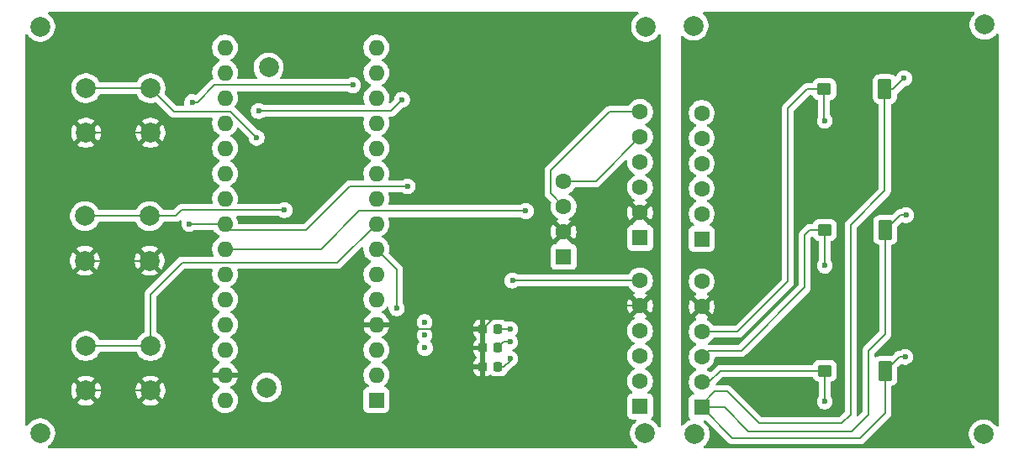
<source format=gbr>
%TF.GenerationSoftware,KiCad,Pcbnew,9.0.7*%
%TF.CreationDate,2026-01-06T19:32:14-08:00*%
%TF.ProjectId,v1.2,76312e32-2e6b-4696-9361-645f70636258,rev?*%
%TF.SameCoordinates,Original*%
%TF.FileFunction,Copper,L2,Bot*%
%TF.FilePolarity,Positive*%
%FSLAX46Y46*%
G04 Gerber Fmt 4.6, Leading zero omitted, Abs format (unit mm)*
G04 Created by KiCad (PCBNEW 9.0.7) date 2026-01-06 19:32:14*
%MOMM*%
%LPD*%
G01*
G04 APERTURE LIST*
G04 Aperture macros list*
%AMRoundRect*
0 Rectangle with rounded corners*
0 $1 Rounding radius*
0 $2 $3 $4 $5 $6 $7 $8 $9 X,Y pos of 4 corners*
0 Add a 4 corners polygon primitive as box body*
4,1,4,$2,$3,$4,$5,$6,$7,$8,$9,$2,$3,0*
0 Add four circle primitives for the rounded corners*
1,1,$1+$1,$2,$3*
1,1,$1+$1,$4,$5*
1,1,$1+$1,$6,$7*
1,1,$1+$1,$8,$9*
0 Add four rect primitives between the rounded corners*
20,1,$1+$1,$2,$3,$4,$5,0*
20,1,$1+$1,$4,$5,$6,$7,0*
20,1,$1+$1,$6,$7,$8,$9,0*
20,1,$1+$1,$8,$9,$2,$3,0*%
G04 Aperture macros list end*
%TA.AperFunction,ComponentPad*%
%ADD10C,2.000000*%
%TD*%
%TA.AperFunction,SMDPad,CuDef*%
%ADD11RoundRect,0.150000X-0.550000X-0.450000X0.550000X-0.450000X0.550000X0.450000X-0.550000X0.450000X0*%
%TD*%
%TA.AperFunction,SMDPad,CuDef*%
%ADD12RoundRect,0.175000X-0.525000X-0.825000X0.525000X-0.825000X0.525000X0.825000X-0.525000X0.825000X0*%
%TD*%
%TA.AperFunction,ComponentPad*%
%ADD13C,1.600000*%
%TD*%
%TA.AperFunction,ComponentPad*%
%ADD14R,1.600000X1.600000*%
%TD*%
%TA.AperFunction,ComponentPad*%
%ADD15O,1.600000X1.600000*%
%TD*%
%TA.AperFunction,SMDPad,CuDef*%
%ADD16RoundRect,0.225000X0.225000X0.250000X-0.225000X0.250000X-0.225000X-0.250000X0.225000X-0.250000X0*%
%TD*%
%TA.AperFunction,ViaPad*%
%ADD17C,0.600000*%
%TD*%
%TA.AperFunction,ViaPad*%
%ADD18C,2.000000*%
%TD*%
%TA.AperFunction,Conductor*%
%ADD19C,0.200000*%
%TD*%
G04 APERTURE END LIST*
D10*
%TO.P,SW3,2,2*%
%TO.N,GND*%
X46600000Y-117700000D03*
X53100000Y-117700000D03*
%TO.P,SW3,1,1*%
%TO.N,Net-(A1-D7)*%
X46600000Y-113200000D03*
X53100000Y-113200000D03*
%TD*%
%TO.P,SW2,1,1*%
%TO.N,Net-(A1-D6)*%
X53000000Y-126100000D03*
X46500000Y-126100000D03*
%TO.P,SW2,2,2*%
%TO.N,GND*%
X53000000Y-130600000D03*
X46500000Y-130600000D03*
%TD*%
%TO.P,SW1,1,1*%
%TO.N,Net-(A1-D5)*%
X53100000Y-139200000D03*
X46600000Y-139200000D03*
%TO.P,SW1,2,2*%
%TO.N,GND*%
X53100000Y-143700000D03*
X46600000Y-143700000D03*
%TD*%
D11*
%TO.P,D2,2,A*%
%TO.N,Net-(D2-A)*%
X121000000Y-141700000D03*
D12*
%TO.P,D2,1,K*%
%TO.N,Net-(D2-K)*%
X127100000Y-141700000D03*
%TD*%
D11*
%TO.P,D3,2,A*%
%TO.N,Net-(D3-A)*%
X120950000Y-113300000D03*
D12*
%TO.P,D3,1,K*%
%TO.N,Net-(D2-K)*%
X127050000Y-113300000D03*
%TD*%
D11*
%TO.P,D4,2,A*%
%TO.N,Net-(D4-A)*%
X121000000Y-127500000D03*
D12*
%TO.P,D4,1,K*%
%TO.N,Net-(D2-K)*%
X127100000Y-127500000D03*
%TD*%
D13*
%TO.P,J1,4,SDA*%
%TO.N,Net-(A1-A4)*%
X94700000Y-122600000D03*
%TO.P,J1,3,SCK*%
%TO.N,Net-(A1-A5)*%
X94700000Y-125140000D03*
%TO.P,J1,2,GND*%
%TO.N,GND*%
X94700000Y-127680000D03*
D14*
%TO.P,J1,1,VCC*%
%TO.N,Net-(A1-+5V)*%
X94700000Y-130220000D03*
%TD*%
%TO.P,J4,1,Pin_1*%
%TO.N,Net-(A1-+5V)*%
X102400000Y-145300000D03*
D13*
%TO.P,J4,2,Pin_2*%
%TO.N,Net-(J4-Pin_2)*%
X102400000Y-142760000D03*
%TO.P,J4,3,Pin_3*%
%TO.N,Net-(J4-Pin_3)*%
X102400000Y-137680000D03*
%TO.P,J4,4,Pin_4*%
%TO.N,Net-(J4-Pin_4)*%
X102400000Y-140220000D03*
%TO.P,J4,5,Pin_5*%
%TO.N,GND*%
X102400000Y-135140000D03*
%TO.P,J4,6,Pin_6*%
%TO.N,Net-(A1-A6)*%
X102400000Y-132600000D03*
%TD*%
D14*
%TO.P,J3,1,Pin_1*%
%TO.N,Net-(D2-K)*%
X108600000Y-145400000D03*
D13*
%TO.P,J3,2,Pin_2*%
%TO.N,Net-(D2-A)*%
X108600000Y-142860000D03*
%TO.P,J3,3,Pin_3*%
%TO.N,Net-(D3-A)*%
X108600000Y-137780000D03*
%TO.P,J3,4,Pin_4*%
%TO.N,Net-(D4-A)*%
X108600000Y-140320000D03*
%TO.P,J3,5,Pin_5*%
%TO.N,Net-(J3-Pin_5)*%
X108600000Y-135240000D03*
%TO.P,J3,6,Pin_6*%
%TO.N,Net-(J3-Pin_6)*%
X108600000Y-132700000D03*
%TD*%
D14*
%TO.P,J2,1,Vin*%
%TO.N,Net-(A1-+5V)*%
X102400000Y-128300000D03*
D13*
%TO.P,J2,2,GND*%
%TO.N,GND*%
X102400000Y-125760000D03*
%TO.P,J2,3,3Vo*%
%TO.N,Net-(J2-3Vo)*%
X102400000Y-123220000D03*
%TO.P,J2,4,Int*%
%TO.N,Net-(J2-Int)*%
X102400000Y-120680000D03*
%TO.P,J2,5,SDA*%
%TO.N,Net-(A1-A4)*%
X102400000Y-118140000D03*
%TO.P,J2,6,SCL*%
%TO.N,Net-(A1-A5)*%
X102400000Y-115600000D03*
%TD*%
D14*
%TO.P,J5,1,Vin*%
%TO.N,unconnected-(J5-Vin-Pad1)*%
X108600000Y-128400000D03*
D13*
%TO.P,J5,2,GND*%
%TO.N,unconnected-(J5-GND-Pad2)*%
X108600000Y-125860000D03*
%TO.P,J5,3,3Vo*%
%TO.N,unconnected-(J5-3Vo-Pad3)*%
X108600000Y-123320000D03*
%TO.P,J5,4,Int*%
%TO.N,unconnected-(J5-Int-Pad4)*%
X108600000Y-120780000D03*
%TO.P,J5,5,SDA*%
%TO.N,unconnected-(J5-SDA-Pad5)*%
X108600000Y-118240000D03*
%TO.P,J5,6,SCL*%
%TO.N,unconnected-(J5-SCL-Pad6)*%
X108600000Y-115700000D03*
%TD*%
D14*
%TO.P,A1,1,D1/TX*%
%TO.N,unconnected-(A1-D1{slash}TX-Pad1)*%
X75840000Y-144660000D03*
D15*
%TO.P,A1,2,D0/RX*%
%TO.N,unconnected-(A1-D0{slash}RX-Pad2)*%
X75840000Y-142120000D03*
%TO.P,A1,3,~{RESET}*%
%TO.N,unconnected-(A1-~{RESET}-Pad3)*%
X75840000Y-139580000D03*
%TO.P,A1,4,GND*%
%TO.N,GND*%
X75840000Y-137040000D03*
%TO.P,A1,5,D2*%
%TO.N,Net-(A1-D2)*%
X75840000Y-134500000D03*
%TO.P,A1,6,D3*%
%TO.N,Net-(A1-D3)*%
X75840000Y-131960000D03*
%TO.P,A1,7,D4*%
%TO.N,Net-(A1-D4)*%
X75840000Y-129420000D03*
%TO.P,A1,8,D5*%
%TO.N,Net-(A1-D5)*%
X75840000Y-126880000D03*
%TO.P,A1,9,D6*%
%TO.N,Net-(A1-D6)*%
X75840000Y-124340000D03*
%TO.P,A1,10,D7*%
%TO.N,Net-(A1-D7)*%
X75840000Y-121800000D03*
%TO.P,A1,11,D8*%
%TO.N,Net-(A1-D8)*%
X75840000Y-119260000D03*
%TO.P,A1,12,D9*%
%TO.N,Net-(A1-D9)*%
X75840000Y-116720000D03*
%TO.P,A1,13,D10*%
%TO.N,unconnected-(A1-D10-Pad13)*%
X75840000Y-114180000D03*
%TO.P,A1,14,D11*%
%TO.N,unconnected-(A1-D11-Pad14)*%
X75840000Y-111640000D03*
%TO.P,A1,15,D12*%
%TO.N,unconnected-(A1-D12-Pad15)*%
X75840000Y-109100000D03*
%TO.P,A1,16,D13*%
%TO.N,unconnected-(A1-D13-Pad16)*%
X60600000Y-109100000D03*
%TO.P,A1,17,3V3*%
%TO.N,unconnected-(A1-3V3-Pad17)*%
X60600000Y-111640000D03*
%TO.P,A1,18,AREF*%
%TO.N,unconnected-(A1-AREF-Pad18)*%
X60600000Y-114180000D03*
%TO.P,A1,19,A0*%
%TO.N,unconnected-(A1-A0-Pad19)*%
X60600000Y-116720000D03*
%TO.P,A1,20,A1*%
%TO.N,unconnected-(A1-A1-Pad20)*%
X60600000Y-119260000D03*
%TO.P,A1,21,A2*%
%TO.N,unconnected-(A1-A2-Pad21)*%
X60600000Y-121800000D03*
%TO.P,A1,22,A3*%
%TO.N,unconnected-(A1-A3-Pad22)*%
X60600000Y-124340000D03*
%TO.P,A1,23,A4*%
%TO.N,Net-(A1-A4)*%
X60600000Y-126880000D03*
%TO.P,A1,24,A5*%
%TO.N,Net-(A1-A5)*%
X60600000Y-129420000D03*
%TO.P,A1,25,A6*%
%TO.N,Net-(A1-A6)*%
X60600000Y-131960000D03*
%TO.P,A1,26,A7*%
%TO.N,unconnected-(A1-A7-Pad26)*%
X60600000Y-134500000D03*
%TO.P,A1,27,+5V*%
%TO.N,Net-(A1-+5V)*%
X60600000Y-137040000D03*
%TO.P,A1,28,~{RESET}*%
%TO.N,unconnected-(A1-~{RESET}-Pad28)*%
X60600000Y-139580000D03*
%TO.P,A1,29,GND*%
%TO.N,GND*%
X60600000Y-142120000D03*
%TO.P,A1,30,VIN*%
%TO.N,unconnected-(A1-VIN-Pad30)*%
X60600000Y-144660000D03*
%TD*%
D16*
%TO.P,C3,1*%
%TO.N,Net-(J4-Pin_4)*%
X88100000Y-139400000D03*
%TO.P,C3,2*%
%TO.N,GND*%
X86550000Y-139400000D03*
%TD*%
%TO.P,C1,1*%
%TO.N,Net-(J4-Pin_2)*%
X88100000Y-141300000D03*
%TO.P,C1,2*%
%TO.N,GND*%
X86550000Y-141300000D03*
%TD*%
%TO.P,C2,1*%
%TO.N,Net-(J4-Pin_3)*%
X88100000Y-137500000D03*
%TO.P,C2,2*%
%TO.N,GND*%
X86550000Y-137500000D03*
%TD*%
D17*
%TO.N,Net-(A1-D2)*%
X80740000Y-139400000D03*
%TO.N,Net-(A1-D4)*%
X80700000Y-138100000D03*
%TO.N,Net-(A1-D3)*%
X80700000Y-136800000D03*
%TO.N,Net-(A1-A6)*%
X89550000Y-132600000D03*
%TO.N,Net-(D2-A)*%
X121000000Y-144800000D03*
D18*
%TO.N,*%
X64800000Y-143400000D03*
X65000000Y-111100000D03*
X107900000Y-148100000D03*
X137000000Y-148100000D03*
X137100000Y-106800000D03*
X107800000Y-106900000D03*
X103000000Y-107000000D03*
X102900000Y-148000000D03*
X42000000Y-148000000D03*
X42000000Y-107000000D03*
D17*
%TO.N,Net-(A1-D6)*%
X66600000Y-125500000D03*
%TO.N,GND*%
X92000000Y-142700000D03*
X93800000Y-136200000D03*
X98000000Y-112900000D03*
%TO.N,Net-(A1-A5)*%
X64000000Y-115500000D03*
X90900000Y-125600000D03*
X78450000Y-114350000D03*
%TO.N,Net-(A1-D7)*%
X63800000Y-118200000D03*
%TO.N,Net-(A1-D4)*%
X77900000Y-135400000D03*
%TO.N,Net-(A1-A4)*%
X73500000Y-112900000D03*
X57300000Y-114600000D03*
X57000000Y-126880000D03*
X79000000Y-123100000D03*
%TO.N,Net-(J4-Pin_3)*%
X89300000Y-137500000D03*
%TO.N,Net-(J4-Pin_4)*%
X89300000Y-138800000D03*
%TO.N,Net-(D2-K)*%
X129100000Y-140300000D03*
X129200000Y-126000000D03*
X129000000Y-112200000D03*
%TO.N,Net-(D3-A)*%
X121000000Y-116500000D03*
%TO.N,Net-(J4-Pin_2)*%
X89300000Y-140500000D03*
%TO.N,Net-(D4-A)*%
X121000000Y-131100000D03*
%TD*%
D19*
%TO.N,Net-(A1-A4)*%
X61220000Y-127500000D02*
X60600000Y-126880000D01*
X68800000Y-127500000D02*
X61220000Y-127500000D01*
X73200000Y-123100000D02*
X68800000Y-127500000D01*
X79000000Y-123100000D02*
X73200000Y-123100000D01*
%TO.N,Net-(A1-A6)*%
X89550000Y-132600000D02*
X102400000Y-132600000D01*
X89550000Y-132600000D02*
X89650000Y-132700000D01*
%TO.N,GND*%
X53100000Y-117700000D02*
X46600000Y-117700000D01*
X53000000Y-130600000D02*
X46500000Y-130600000D01*
X44300000Y-120000000D02*
X46600000Y-117700000D01*
X44300000Y-128400000D02*
X44300000Y-120000000D01*
X46500000Y-130600000D02*
X44300000Y-128400000D01*
X44300000Y-132800000D02*
X46500000Y-130600000D01*
X44300000Y-141400000D02*
X44300000Y-132800000D01*
X46600000Y-143700000D02*
X44300000Y-141400000D01*
%TO.N,Net-(A1-D7)*%
X55470000Y-115570000D02*
X61170000Y-115570000D01*
X53100000Y-113200000D02*
X55470000Y-115570000D01*
X46600000Y-113200000D02*
X53100000Y-113200000D01*
%TO.N,Net-(A1-D6)*%
X56200000Y-125500000D02*
X55600000Y-126100000D01*
X66600000Y-125500000D02*
X56200000Y-125500000D01*
X55600000Y-126100000D02*
X46500000Y-126100000D01*
%TO.N,Net-(A1-D5)*%
X53100000Y-139200000D02*
X53100000Y-134000000D01*
X53100000Y-134000000D02*
X56300000Y-130800000D01*
X46600000Y-139200000D02*
X53100000Y-139200000D01*
%TO.N,GND*%
X53100000Y-143700000D02*
X46600000Y-143700000D01*
X54680000Y-142120000D02*
X53100000Y-143700000D01*
X60600000Y-142120000D02*
X54680000Y-142120000D01*
%TO.N,Net-(A1-D5)*%
X56300000Y-130800000D02*
X71920000Y-130800000D01*
X71920000Y-130800000D02*
X75840000Y-126880000D01*
%TO.N,Net-(A1-A4)*%
X57000000Y-126880000D02*
X60600000Y-126880000D01*
X59500000Y-112900000D02*
X73500000Y-112900000D01*
X57300000Y-114600000D02*
X57800000Y-114600000D01*
X57800000Y-114600000D02*
X59500000Y-112900000D01*
%TO.N,Net-(A1-A5)*%
X77300000Y-115500000D02*
X78450000Y-114350000D01*
X64000000Y-115500000D02*
X77300000Y-115500000D01*
%TO.N,Net-(D2-K)*%
X108600000Y-145100000D02*
X108600000Y-145400000D01*
X111200000Y-143800000D02*
X109900000Y-143800000D01*
X109900000Y-143800000D02*
X108600000Y-145100000D01*
X122700000Y-147000000D02*
X114400000Y-147000000D01*
X114400000Y-147000000D02*
X111200000Y-143800000D01*
X123600000Y-127000000D02*
X123600000Y-146100000D01*
X127050000Y-123550000D02*
X123600000Y-127000000D01*
X127050000Y-113300000D02*
X127050000Y-123550000D01*
X123600000Y-146100000D02*
X122700000Y-147000000D01*
X113300000Y-147800000D02*
X110900000Y-145400000D01*
X123700000Y-147800000D02*
X113300000Y-147800000D01*
X125400000Y-146100000D02*
X123700000Y-147800000D01*
X125400000Y-139700000D02*
X125400000Y-146100000D01*
X110900000Y-145400000D02*
X108600000Y-145400000D01*
X127100000Y-127500000D02*
X127100000Y-138000000D01*
X127100000Y-138000000D02*
X125400000Y-139700000D01*
X127100000Y-146000000D02*
X127100000Y-141700000D01*
X124600000Y-148500000D02*
X127100000Y-146000000D01*
X108600000Y-145400000D02*
X111700000Y-148500000D01*
X111700000Y-148500000D02*
X124600000Y-148500000D01*
%TO.N,GND*%
X67860000Y-137040000D02*
X75840000Y-137040000D01*
X62780000Y-142120000D02*
X67860000Y-137040000D01*
X60600000Y-142120000D02*
X62780000Y-142120000D01*
X88910000Y-135140000D02*
X102400000Y-135140000D01*
X102600000Y-112900000D02*
X104200000Y-114500000D01*
X60620000Y-142120000D02*
X60900000Y-142400000D01*
X92000000Y-142700000D02*
X92000000Y-138000000D01*
X104200000Y-133340000D02*
X102400000Y-135140000D01*
X102400000Y-135140000D02*
X101840000Y-135140000D01*
X104200000Y-114500000D02*
X104200000Y-123960000D01*
X102400000Y-125760000D02*
X104200000Y-127560000D01*
X86550000Y-137500000D02*
X86550000Y-141300000D01*
X79540000Y-137040000D02*
X75840000Y-137040000D01*
X80000000Y-137500000D02*
X79540000Y-137040000D01*
X104200000Y-127560000D02*
X104200000Y-133340000D01*
X86550000Y-137500000D02*
X80000000Y-137500000D01*
X98000000Y-112900000D02*
X102600000Y-112900000D01*
X60600000Y-142120000D02*
X60620000Y-142120000D01*
X86550000Y-137500000D02*
X88910000Y-135140000D01*
X92000000Y-138000000D02*
X93800000Y-136200000D01*
X104200000Y-123960000D02*
X102400000Y-125760000D01*
%TO.N,Net-(A1-A5)*%
X94700000Y-125140000D02*
X94700000Y-125100000D01*
X99300000Y-115600000D02*
X102400000Y-115600000D01*
X74100000Y-125600000D02*
X70280000Y-129420000D01*
X93400000Y-123800000D02*
X93400000Y-121500000D01*
X94700000Y-125100000D02*
X93400000Y-123800000D01*
X90900000Y-125600000D02*
X74100000Y-125600000D01*
X70280000Y-129420000D02*
X60600000Y-129420000D01*
X93400000Y-121500000D02*
X99300000Y-115600000D01*
%TO.N,Net-(A1-D7)*%
X63800000Y-118200000D02*
X61170000Y-115570000D01*
%TO.N,Net-(A1-D4)*%
X77900000Y-131480000D02*
X75840000Y-129420000D01*
X77900000Y-135400000D02*
X77900000Y-131480000D01*
%TO.N,Net-(A1-A4)*%
X97940000Y-122600000D02*
X102400000Y-118140000D01*
X94700000Y-122600000D02*
X97940000Y-122600000D01*
%TO.N,Net-(J4-Pin_3)*%
X89300000Y-137500000D02*
X88100000Y-137500000D01*
%TO.N,Net-(J4-Pin_4)*%
X89300000Y-138800000D02*
X88700000Y-138800000D01*
X88700000Y-138800000D02*
X88100000Y-139400000D01*
%TO.N,Net-(D2-K)*%
X128500000Y-140300000D02*
X129100000Y-140300000D01*
X127100000Y-141700000D02*
X128500000Y-140300000D01*
X127050000Y-127450000D02*
X127100000Y-127500000D01*
X128600000Y-126000000D02*
X129200000Y-126000000D01*
X127900000Y-113300000D02*
X129000000Y-112200000D01*
X127000000Y-113300000D02*
X127900000Y-113300000D01*
X127050000Y-113300000D02*
X127000000Y-113300000D01*
X127100000Y-127500000D02*
X128600000Y-126000000D01*
%TO.N,Net-(D2-A)*%
X110500000Y-141700000D02*
X121000000Y-141700000D01*
X108600000Y-142860000D02*
X109340000Y-142860000D01*
X109340000Y-142860000D02*
X110500000Y-141700000D01*
%TO.N,Net-(D3-A)*%
X112220000Y-137780000D02*
X117300000Y-132700000D01*
X108600000Y-137780000D02*
X112220000Y-137780000D01*
X117300000Y-132700000D02*
X117300000Y-115200000D01*
X120950000Y-116450000D02*
X120950000Y-113300000D01*
X119200000Y-113300000D02*
X120950000Y-113300000D01*
X121000000Y-116500000D02*
X120950000Y-116450000D01*
X117300000Y-115200000D02*
X119200000Y-113300000D01*
%TO.N,Net-(J4-Pin_2)*%
X89300000Y-140500000D02*
X89300000Y-140700000D01*
X88700000Y-141300000D02*
X88100000Y-141300000D01*
X89300000Y-140700000D02*
X88700000Y-141300000D01*
%TO.N,Net-(D4-A)*%
X121000000Y-131100000D02*
X121000000Y-127500000D01*
%TO.N,Net-(D2-A)*%
X121000000Y-144800000D02*
X121000000Y-141700000D01*
%TO.N,Net-(D4-A)*%
X112600000Y-139700000D02*
X119000000Y-133300000D01*
X108600000Y-140320000D02*
X109220000Y-139700000D01*
X109220000Y-139700000D02*
X112600000Y-139700000D01*
X119000000Y-128000000D02*
X119500000Y-127500000D01*
X119000000Y-133300000D02*
X119000000Y-128000000D01*
X119500000Y-127500000D02*
X121000000Y-127500000D01*
%TD*%
%TA.AperFunction,Conductor*%
%TO.N,GND*%
G36*
X102196488Y-105520185D02*
G01*
X102242243Y-105572989D01*
X102252187Y-105642147D01*
X102223162Y-105705703D01*
X102202337Y-105724815D01*
X102022490Y-105855483D01*
X102022488Y-105855485D01*
X102022487Y-105855485D01*
X101855485Y-106022487D01*
X101855485Y-106022488D01*
X101855483Y-106022490D01*
X101795862Y-106104550D01*
X101716657Y-106213566D01*
X101609433Y-106424003D01*
X101536446Y-106648631D01*
X101499500Y-106881902D01*
X101499500Y-107118097D01*
X101536446Y-107351368D01*
X101609433Y-107575996D01*
X101700641Y-107755000D01*
X101716657Y-107786433D01*
X101855483Y-107977510D01*
X102022490Y-108144517D01*
X102213567Y-108283343D01*
X102312991Y-108334002D01*
X102424003Y-108390566D01*
X102424005Y-108390566D01*
X102424008Y-108390568D01*
X102509623Y-108418386D01*
X102648631Y-108463553D01*
X102881903Y-108500500D01*
X102881908Y-108500500D01*
X103118097Y-108500500D01*
X103351368Y-108463553D01*
X103575992Y-108390568D01*
X103786433Y-108283343D01*
X103977510Y-108144517D01*
X104144517Y-107977510D01*
X104275183Y-107797664D01*
X104330512Y-107755000D01*
X104400126Y-107749021D01*
X104461920Y-107781627D01*
X104496278Y-107842466D01*
X104499500Y-107870551D01*
X104499500Y-147317562D01*
X104479815Y-147384601D01*
X104427011Y-147430356D01*
X104357853Y-147440300D01*
X104294297Y-147411275D01*
X104265015Y-147373857D01*
X104183342Y-147213566D01*
X104044517Y-147022490D01*
X103877510Y-146855483D01*
X103686433Y-146716657D01*
X103600726Y-146672987D01*
X103581230Y-146663053D01*
X103530434Y-146615078D01*
X103513639Y-146547257D01*
X103536177Y-146481122D01*
X103552151Y-146464693D01*
X103551275Y-146463817D01*
X103557542Y-146457548D01*
X103557546Y-146457546D01*
X103643796Y-146342331D01*
X103694091Y-146207483D01*
X103700500Y-146147873D01*
X103700499Y-144452128D01*
X103694091Y-144392517D01*
X103643796Y-144257669D01*
X103643795Y-144257668D01*
X103643793Y-144257664D01*
X103557547Y-144142455D01*
X103557544Y-144142452D01*
X103442335Y-144056206D01*
X103442328Y-144056202D01*
X103307482Y-144005908D01*
X103307483Y-144005908D01*
X103270560Y-144001939D01*
X103206009Y-143975201D01*
X103166160Y-143917809D01*
X103163667Y-143847984D01*
X103199319Y-143787895D01*
X103210930Y-143778331D01*
X103247219Y-143751966D01*
X103391966Y-143607219D01*
X103391968Y-143607215D01*
X103391971Y-143607213D01*
X103468081Y-143502455D01*
X103512287Y-143441610D01*
X103605220Y-143259219D01*
X103668477Y-143064534D01*
X103700500Y-142862352D01*
X103700500Y-142657648D01*
X103671942Y-142477340D01*
X103668477Y-142455465D01*
X103610002Y-142275498D01*
X103605220Y-142260781D01*
X103605218Y-142260778D01*
X103605218Y-142260776D01*
X103567028Y-142185826D01*
X103512287Y-142078390D01*
X103468156Y-142017648D01*
X103391971Y-141912786D01*
X103247213Y-141768028D01*
X103081614Y-141647715D01*
X103075006Y-141644348D01*
X102988917Y-141600483D01*
X102938123Y-141552511D01*
X102921328Y-141484690D01*
X102943865Y-141418555D01*
X102988917Y-141379516D01*
X103081610Y-141332287D01*
X103212475Y-141237209D01*
X103247213Y-141211971D01*
X103247215Y-141211968D01*
X103247219Y-141211966D01*
X103391966Y-141067219D01*
X103391968Y-141067215D01*
X103391971Y-141067213D01*
X103444732Y-140994590D01*
X103512287Y-140901610D01*
X103605220Y-140719219D01*
X103668477Y-140524534D01*
X103700500Y-140322352D01*
X103700500Y-140117648D01*
X103698187Y-140103044D01*
X103668477Y-139915465D01*
X103627908Y-139790609D01*
X103605220Y-139720781D01*
X103605218Y-139720778D01*
X103605218Y-139720776D01*
X103569155Y-139650000D01*
X103512287Y-139538390D01*
X103491223Y-139509397D01*
X103391971Y-139372786D01*
X103247213Y-139228028D01*
X103081614Y-139107715D01*
X103069764Y-139101677D01*
X102988917Y-139060483D01*
X102938123Y-139012511D01*
X102921328Y-138944690D01*
X102943865Y-138878555D01*
X102988917Y-138839516D01*
X103081610Y-138792287D01*
X103178643Y-138721789D01*
X103247213Y-138671971D01*
X103247215Y-138671968D01*
X103247219Y-138671966D01*
X103391966Y-138527219D01*
X103391968Y-138527215D01*
X103391971Y-138527213D01*
X103448068Y-138450000D01*
X103512287Y-138361610D01*
X103605220Y-138179219D01*
X103668477Y-137984534D01*
X103700500Y-137782352D01*
X103700500Y-137577648D01*
X103687146Y-137493334D01*
X103668477Y-137375465D01*
X103633071Y-137266498D01*
X103605220Y-137180781D01*
X103605218Y-137180778D01*
X103605218Y-137180776D01*
X103565228Y-137102292D01*
X103512287Y-136998390D01*
X103494693Y-136974174D01*
X103391971Y-136832786D01*
X103247213Y-136688028D01*
X103081611Y-136567713D01*
X102988369Y-136520203D01*
X102937574Y-136472229D01*
X102920779Y-136404407D01*
X102943317Y-136338273D01*
X102988371Y-136299234D01*
X103081346Y-136251861D01*
X103081347Y-136251861D01*
X103125921Y-136219474D01*
X102446447Y-135540000D01*
X102452661Y-135540000D01*
X102554394Y-135512741D01*
X102645606Y-135460080D01*
X102720080Y-135385606D01*
X102772741Y-135294394D01*
X102800000Y-135192661D01*
X102800000Y-135186448D01*
X103479474Y-135865922D01*
X103479474Y-135865921D01*
X103511859Y-135821349D01*
X103604755Y-135639031D01*
X103667990Y-135444417D01*
X103700000Y-135242317D01*
X103700000Y-135037682D01*
X103667990Y-134835582D01*
X103604755Y-134640968D01*
X103511859Y-134458650D01*
X103479474Y-134414077D01*
X103479474Y-134414076D01*
X102800000Y-135093551D01*
X102800000Y-135087339D01*
X102772741Y-134985606D01*
X102720080Y-134894394D01*
X102645606Y-134819920D01*
X102554394Y-134767259D01*
X102452661Y-134740000D01*
X102446446Y-134740000D01*
X103125922Y-134060524D01*
X103125921Y-134060523D01*
X103081359Y-134028147D01*
X103081350Y-134028141D01*
X102988369Y-133980765D01*
X102937573Y-133932790D01*
X102920778Y-133864969D01*
X102943315Y-133798835D01*
X102988370Y-133759795D01*
X103081610Y-133712287D01*
X103193105Y-133631282D01*
X103247213Y-133591971D01*
X103247215Y-133591968D01*
X103247219Y-133591966D01*
X103391966Y-133447219D01*
X103391968Y-133447215D01*
X103391971Y-133447213D01*
X103448259Y-133369738D01*
X103512287Y-133281610D01*
X103605220Y-133099219D01*
X103668477Y-132904534D01*
X103700500Y-132702352D01*
X103700500Y-132497648D01*
X103684321Y-132395497D01*
X103668477Y-132295465D01*
X103605218Y-132100776D01*
X103571503Y-132034607D01*
X103512287Y-131918390D01*
X103492098Y-131890602D01*
X103391971Y-131752786D01*
X103247213Y-131608028D01*
X103081613Y-131487715D01*
X103081612Y-131487714D01*
X103081610Y-131487713D01*
X103024653Y-131458691D01*
X102899223Y-131394781D01*
X102704534Y-131331522D01*
X102529995Y-131303878D01*
X102502352Y-131299500D01*
X102297648Y-131299500D01*
X102273329Y-131303351D01*
X102095465Y-131331522D01*
X101900776Y-131394781D01*
X101718386Y-131487715D01*
X101552786Y-131608028D01*
X101408028Y-131752786D01*
X101287715Y-131918385D01*
X101280883Y-131931795D01*
X101232909Y-131982591D01*
X101170398Y-131999500D01*
X90129766Y-131999500D01*
X90062727Y-131979815D01*
X90060875Y-131978602D01*
X89929185Y-131890609D01*
X89929172Y-131890602D01*
X89783501Y-131830264D01*
X89783489Y-131830261D01*
X89628845Y-131799500D01*
X89628842Y-131799500D01*
X89471158Y-131799500D01*
X89471155Y-131799500D01*
X89316510Y-131830261D01*
X89316498Y-131830264D01*
X89170827Y-131890602D01*
X89170814Y-131890609D01*
X89039711Y-131978210D01*
X89039707Y-131978213D01*
X88928213Y-132089707D01*
X88928210Y-132089711D01*
X88840609Y-132220814D01*
X88840602Y-132220827D01*
X88780264Y-132366498D01*
X88780261Y-132366510D01*
X88749500Y-132521153D01*
X88749500Y-132678846D01*
X88780261Y-132833489D01*
X88780264Y-132833501D01*
X88840602Y-132979172D01*
X88840609Y-132979185D01*
X88928210Y-133110288D01*
X88928213Y-133110292D01*
X89039707Y-133221786D01*
X89039711Y-133221789D01*
X89170814Y-133309390D01*
X89170827Y-133309397D01*
X89316498Y-133369735D01*
X89316503Y-133369737D01*
X89471153Y-133400499D01*
X89471156Y-133400500D01*
X89471158Y-133400500D01*
X89628844Y-133400500D01*
X89628845Y-133400499D01*
X89783497Y-133369737D01*
X89929179Y-133309394D01*
X89941074Y-133301446D01*
X90060875Y-133221398D01*
X90127553Y-133200520D01*
X90129766Y-133200500D01*
X101170398Y-133200500D01*
X101237437Y-133220185D01*
X101280883Y-133268205D01*
X101287715Y-133281614D01*
X101408028Y-133447213D01*
X101552786Y-133591971D01*
X101718385Y-133712284D01*
X101718387Y-133712285D01*
X101718390Y-133712287D01*
X101811630Y-133759795D01*
X101862426Y-133807770D01*
X101879221Y-133875591D01*
X101856684Y-133941725D01*
X101811630Y-133980765D01*
X101718644Y-134028143D01*
X101674077Y-134060523D01*
X101674077Y-134060524D01*
X102353554Y-134740000D01*
X102347339Y-134740000D01*
X102245606Y-134767259D01*
X102154394Y-134819920D01*
X102079920Y-134894394D01*
X102027259Y-134985606D01*
X102000000Y-135087339D01*
X102000000Y-135093553D01*
X101320524Y-134414077D01*
X101320523Y-134414077D01*
X101288143Y-134458644D01*
X101195244Y-134640968D01*
X101132009Y-134835582D01*
X101100000Y-135037682D01*
X101100000Y-135242317D01*
X101132009Y-135444417D01*
X101195244Y-135639031D01*
X101288141Y-135821350D01*
X101288147Y-135821359D01*
X101320523Y-135865921D01*
X101320524Y-135865922D01*
X102000000Y-135186446D01*
X102000000Y-135192661D01*
X102027259Y-135294394D01*
X102079920Y-135385606D01*
X102154394Y-135460080D01*
X102245606Y-135512741D01*
X102347339Y-135540000D01*
X102353553Y-135540000D01*
X101674076Y-136219474D01*
X101718652Y-136251861D01*
X101811628Y-136299234D01*
X101862425Y-136347208D01*
X101879220Y-136415029D01*
X101856683Y-136481164D01*
X101811630Y-136520203D01*
X101718388Y-136567713D01*
X101552786Y-136688028D01*
X101408028Y-136832786D01*
X101287715Y-136998386D01*
X101194781Y-137180776D01*
X101131522Y-137375465D01*
X101105586Y-137539223D01*
X101099500Y-137577648D01*
X101099500Y-137782352D01*
X101102033Y-137798344D01*
X101131522Y-137984534D01*
X101194781Y-138179223D01*
X101258567Y-138304407D01*
X101264122Y-138315311D01*
X101287715Y-138361613D01*
X101408028Y-138527213D01*
X101552786Y-138671971D01*
X101641792Y-138736636D01*
X101718390Y-138792287D01*
X101809840Y-138838883D01*
X101811080Y-138839515D01*
X101861876Y-138887490D01*
X101878671Y-138955311D01*
X101856134Y-139021446D01*
X101811080Y-139060485D01*
X101718386Y-139107715D01*
X101552786Y-139228028D01*
X101408028Y-139372786D01*
X101287715Y-139538386D01*
X101194781Y-139720776D01*
X101131522Y-139915465D01*
X101099500Y-140117648D01*
X101099500Y-140322351D01*
X101131522Y-140524534D01*
X101194781Y-140719223D01*
X101258691Y-140844653D01*
X101276280Y-140879172D01*
X101287715Y-140901613D01*
X101408028Y-141067213D01*
X101552786Y-141211971D01*
X101707749Y-141324556D01*
X101718390Y-141332287D01*
X101809840Y-141378883D01*
X101811080Y-141379515D01*
X101861876Y-141427490D01*
X101878671Y-141495311D01*
X101856134Y-141561446D01*
X101811080Y-141600485D01*
X101718386Y-141647715D01*
X101552786Y-141768028D01*
X101408028Y-141912786D01*
X101287715Y-142078386D01*
X101194781Y-142260776D01*
X101131522Y-142455465D01*
X101099500Y-142657648D01*
X101099500Y-142862351D01*
X101131522Y-143064534D01*
X101194781Y-143259223D01*
X101254731Y-143376880D01*
X101286061Y-143438368D01*
X101287715Y-143441613D01*
X101408028Y-143607213D01*
X101552784Y-143751969D01*
X101589068Y-143778330D01*
X101631735Y-143833659D01*
X101637715Y-143903273D01*
X101605109Y-143965068D01*
X101544271Y-143999426D01*
X101529440Y-144001938D01*
X101492519Y-144005907D01*
X101357671Y-144056202D01*
X101357664Y-144056206D01*
X101242455Y-144142452D01*
X101242452Y-144142455D01*
X101156206Y-144257664D01*
X101156202Y-144257671D01*
X101105908Y-144392517D01*
X101099501Y-144452116D01*
X101099501Y-144452123D01*
X101099500Y-144452135D01*
X101099500Y-146147870D01*
X101099501Y-146147876D01*
X101105908Y-146207483D01*
X101156202Y-146342328D01*
X101156206Y-146342335D01*
X101242452Y-146457544D01*
X101242455Y-146457547D01*
X101357664Y-146543793D01*
X101357671Y-146543797D01*
X101492517Y-146594091D01*
X101492516Y-146594091D01*
X101499444Y-146594835D01*
X101552127Y-146600500D01*
X101891812Y-146600499D01*
X101958850Y-146620183D01*
X102004605Y-146672987D01*
X102014549Y-146742146D01*
X101985524Y-146805701D01*
X101964699Y-146824816D01*
X101922486Y-146855486D01*
X101755485Y-147022487D01*
X101755485Y-147022488D01*
X101755483Y-147022490D01*
X101695862Y-147104550D01*
X101616657Y-147213566D01*
X101509433Y-147424003D01*
X101436446Y-147648631D01*
X101399500Y-147881902D01*
X101399500Y-148118097D01*
X101436446Y-148351368D01*
X101509433Y-148575996D01*
X101563668Y-148682437D01*
X101616657Y-148786433D01*
X101755483Y-148977510D01*
X101922490Y-149144517D01*
X102102335Y-149275183D01*
X102145000Y-149330512D01*
X102150979Y-149400126D01*
X102118373Y-149461920D01*
X102057534Y-149496278D01*
X102029449Y-149499500D01*
X42870551Y-149499500D01*
X42803512Y-149479815D01*
X42757757Y-149427011D01*
X42747813Y-149357853D01*
X42776838Y-149294297D01*
X42797662Y-149275184D01*
X42977510Y-149144517D01*
X43144517Y-148977510D01*
X43283343Y-148786433D01*
X43390568Y-148575992D01*
X43463553Y-148351368D01*
X43500500Y-148118097D01*
X43500500Y-147881902D01*
X43463553Y-147648631D01*
X43429689Y-147544412D01*
X43390568Y-147424008D01*
X43390566Y-147424005D01*
X43390566Y-147424003D01*
X43283342Y-147213566D01*
X43144517Y-147022490D01*
X42977510Y-146855483D01*
X42786433Y-146716657D01*
X42575996Y-146609433D01*
X42351368Y-146536446D01*
X42118097Y-146499500D01*
X42118092Y-146499500D01*
X41881908Y-146499500D01*
X41881903Y-146499500D01*
X41648631Y-146536446D01*
X41424003Y-146609433D01*
X41213566Y-146716657D01*
X41104550Y-146795862D01*
X41022490Y-146855483D01*
X41022488Y-146855485D01*
X41022487Y-146855485D01*
X40855485Y-147022487D01*
X40855485Y-147022488D01*
X40855483Y-147022490D01*
X40777773Y-147129448D01*
X40724818Y-147202334D01*
X40669488Y-147244999D01*
X40599874Y-147250978D01*
X40538079Y-147218372D01*
X40503722Y-147157533D01*
X40500500Y-147129448D01*
X40500500Y-143581947D01*
X45100000Y-143581947D01*
X45100000Y-143818052D01*
X45136934Y-144051247D01*
X45209897Y-144275802D01*
X45317087Y-144486174D01*
X45377338Y-144569104D01*
X45377340Y-144569105D01*
X46076212Y-143870233D01*
X46087482Y-143912292D01*
X46159890Y-144037708D01*
X46262292Y-144140110D01*
X46387708Y-144212518D01*
X46429765Y-144223787D01*
X45730893Y-144922658D01*
X45813828Y-144982914D01*
X46024197Y-145090102D01*
X46248752Y-145163065D01*
X46248751Y-145163065D01*
X46481948Y-145200000D01*
X46718052Y-145200000D01*
X46951247Y-145163065D01*
X47175802Y-145090102D01*
X47386163Y-144982918D01*
X47386169Y-144982914D01*
X47469104Y-144922658D01*
X47469105Y-144922658D01*
X46770233Y-144223787D01*
X46812292Y-144212518D01*
X46937708Y-144140110D01*
X47040110Y-144037708D01*
X47112518Y-143912292D01*
X47123787Y-143870234D01*
X47822658Y-144569105D01*
X47822658Y-144569104D01*
X47882914Y-144486169D01*
X47882918Y-144486163D01*
X47990102Y-144275802D01*
X48063065Y-144051247D01*
X48100000Y-143818052D01*
X48100000Y-143581947D01*
X51600000Y-143581947D01*
X51600000Y-143818052D01*
X51636934Y-144051247D01*
X51709897Y-144275802D01*
X51817087Y-144486174D01*
X51877338Y-144569104D01*
X51877340Y-144569105D01*
X52576212Y-143870233D01*
X52587482Y-143912292D01*
X52659890Y-144037708D01*
X52762292Y-144140110D01*
X52887708Y-144212518D01*
X52929765Y-144223787D01*
X52230893Y-144922658D01*
X52313828Y-144982914D01*
X52524197Y-145090102D01*
X52748752Y-145163065D01*
X52748751Y-145163065D01*
X52981948Y-145200000D01*
X53218052Y-145200000D01*
X53451247Y-145163065D01*
X53675802Y-145090102D01*
X53886163Y-144982918D01*
X53886169Y-144982914D01*
X53969104Y-144922658D01*
X53969105Y-144922658D01*
X53270233Y-144223787D01*
X53312292Y-144212518D01*
X53437708Y-144140110D01*
X53540110Y-144037708D01*
X53612518Y-143912292D01*
X53623787Y-143870234D01*
X54322658Y-144569105D01*
X54322658Y-144569104D01*
X54382916Y-144486166D01*
X54490102Y-144275802D01*
X54563065Y-144051247D01*
X54600000Y-143818052D01*
X54600000Y-143581947D01*
X54563065Y-143348752D01*
X54490102Y-143124197D01*
X54382914Y-142913828D01*
X54322658Y-142830894D01*
X54322658Y-142830893D01*
X53623787Y-143529765D01*
X53612518Y-143487708D01*
X53540110Y-143362292D01*
X53437708Y-143259890D01*
X53312292Y-143187482D01*
X53270234Y-143176212D01*
X53969105Y-142477340D01*
X53969104Y-142477338D01*
X53886174Y-142417087D01*
X53675802Y-142309897D01*
X53451247Y-142236934D01*
X53451248Y-142236934D01*
X53218052Y-142200000D01*
X52981948Y-142200000D01*
X52748752Y-142236934D01*
X52524197Y-142309897D01*
X52313830Y-142417084D01*
X52230894Y-142477340D01*
X52929766Y-143176212D01*
X52887708Y-143187482D01*
X52762292Y-143259890D01*
X52659890Y-143362292D01*
X52587482Y-143487708D01*
X52576212Y-143529766D01*
X51877340Y-142830894D01*
X51817084Y-142913830D01*
X51709897Y-143124197D01*
X51636934Y-143348752D01*
X51600000Y-143581947D01*
X48100000Y-143581947D01*
X48063065Y-143348752D01*
X47990102Y-143124197D01*
X47882914Y-142913828D01*
X47822658Y-142830894D01*
X47822658Y-142830893D01*
X47123787Y-143529765D01*
X47112518Y-143487708D01*
X47040110Y-143362292D01*
X46937708Y-143259890D01*
X46812292Y-143187482D01*
X46770234Y-143176212D01*
X47469105Y-142477340D01*
X47469104Y-142477339D01*
X47386174Y-142417087D01*
X47175802Y-142309897D01*
X46951247Y-142236934D01*
X46951248Y-142236934D01*
X46718052Y-142200000D01*
X46481948Y-142200000D01*
X46248752Y-142236934D01*
X46024197Y-142309897D01*
X45813830Y-142417084D01*
X45730894Y-142477340D01*
X46429766Y-143176212D01*
X46387708Y-143187482D01*
X46262292Y-143259890D01*
X46159890Y-143362292D01*
X46087482Y-143487708D01*
X46076212Y-143529766D01*
X45377340Y-142830894D01*
X45317084Y-142913830D01*
X45209897Y-143124197D01*
X45136934Y-143348752D01*
X45100000Y-143581947D01*
X40500500Y-143581947D01*
X40500500Y-130481947D01*
X45000000Y-130481947D01*
X45000000Y-130718052D01*
X45036934Y-130951247D01*
X45109897Y-131175802D01*
X45217087Y-131386174D01*
X45277338Y-131469104D01*
X45277340Y-131469105D01*
X45976212Y-130770233D01*
X45987482Y-130812292D01*
X46059890Y-130937708D01*
X46162292Y-131040110D01*
X46287708Y-131112518D01*
X46329765Y-131123787D01*
X45630893Y-131822658D01*
X45713828Y-131882914D01*
X45924197Y-131990102D01*
X46148752Y-132063065D01*
X46148751Y-132063065D01*
X46381948Y-132100000D01*
X46618052Y-132100000D01*
X46851247Y-132063065D01*
X47075802Y-131990102D01*
X47286163Y-131882918D01*
X47286169Y-131882914D01*
X47369104Y-131822658D01*
X47369105Y-131822658D01*
X46670233Y-131123787D01*
X46712292Y-131112518D01*
X46837708Y-131040110D01*
X46940110Y-130937708D01*
X47012518Y-130812292D01*
X47023787Y-130770234D01*
X47722658Y-131469105D01*
X47722658Y-131469104D01*
X47782914Y-131386169D01*
X47782918Y-131386163D01*
X47890102Y-131175802D01*
X47963065Y-130951247D01*
X48000000Y-130718052D01*
X48000000Y-130481947D01*
X51500000Y-130481947D01*
X51500000Y-130718052D01*
X51536934Y-130951247D01*
X51609897Y-131175802D01*
X51717087Y-131386174D01*
X51777338Y-131469104D01*
X51777340Y-131469105D01*
X52476212Y-130770233D01*
X52487482Y-130812292D01*
X52559890Y-130937708D01*
X52662292Y-131040110D01*
X52787708Y-131112518D01*
X52829765Y-131123787D01*
X52130893Y-131822658D01*
X52213828Y-131882914D01*
X52424197Y-131990102D01*
X52648752Y-132063065D01*
X52648751Y-132063065D01*
X52881948Y-132100000D01*
X53118052Y-132100000D01*
X53351247Y-132063065D01*
X53575802Y-131990102D01*
X53786163Y-131882918D01*
X53786169Y-131882914D01*
X53869104Y-131822658D01*
X53869105Y-131822658D01*
X53170233Y-131123787D01*
X53212292Y-131112518D01*
X53337708Y-131040110D01*
X53440110Y-130937708D01*
X53512518Y-130812292D01*
X53523787Y-130770234D01*
X54222658Y-131469105D01*
X54222658Y-131469104D01*
X54282914Y-131386169D01*
X54282918Y-131386163D01*
X54390102Y-131175802D01*
X54463065Y-130951247D01*
X54500000Y-130718052D01*
X54500000Y-130481947D01*
X54463065Y-130248752D01*
X54390102Y-130024197D01*
X54282914Y-129813828D01*
X54222658Y-129730894D01*
X54222658Y-129730893D01*
X53523787Y-130429765D01*
X53512518Y-130387708D01*
X53440110Y-130262292D01*
X53337708Y-130159890D01*
X53212292Y-130087482D01*
X53170234Y-130076212D01*
X53869105Y-129377340D01*
X53869104Y-129377338D01*
X53786174Y-129317087D01*
X53575802Y-129209897D01*
X53351247Y-129136934D01*
X53351248Y-129136934D01*
X53118052Y-129100000D01*
X52881948Y-129100000D01*
X52648752Y-129136934D01*
X52424197Y-129209897D01*
X52213830Y-129317084D01*
X52130894Y-129377340D01*
X52829766Y-130076212D01*
X52787708Y-130087482D01*
X52662292Y-130159890D01*
X52559890Y-130262292D01*
X52487482Y-130387708D01*
X52476212Y-130429766D01*
X51777340Y-129730894D01*
X51717084Y-129813830D01*
X51609897Y-130024197D01*
X51536934Y-130248752D01*
X51500000Y-130481947D01*
X48000000Y-130481947D01*
X47963065Y-130248752D01*
X47890102Y-130024197D01*
X47782914Y-129813828D01*
X47722658Y-129730894D01*
X47722658Y-129730893D01*
X47023787Y-130429765D01*
X47012518Y-130387708D01*
X46940110Y-130262292D01*
X46837708Y-130159890D01*
X46712292Y-130087482D01*
X46670234Y-130076212D01*
X47369105Y-129377340D01*
X47369104Y-129377339D01*
X47286174Y-129317087D01*
X47075802Y-129209897D01*
X46851247Y-129136934D01*
X46851248Y-129136934D01*
X46618052Y-129100000D01*
X46381948Y-129100000D01*
X46148752Y-129136934D01*
X45924197Y-129209897D01*
X45713830Y-129317084D01*
X45630894Y-129377340D01*
X46329766Y-130076212D01*
X46287708Y-130087482D01*
X46162292Y-130159890D01*
X46059890Y-130262292D01*
X45987482Y-130387708D01*
X45976212Y-130429766D01*
X45277340Y-129730894D01*
X45217084Y-129813830D01*
X45109897Y-130024197D01*
X45036934Y-130248752D01*
X45000000Y-130481947D01*
X40500500Y-130481947D01*
X40500500Y-125981902D01*
X44999500Y-125981902D01*
X44999500Y-126218097D01*
X45036446Y-126451368D01*
X45109433Y-126675996D01*
X45206129Y-126865771D01*
X45216657Y-126886433D01*
X45355483Y-127077510D01*
X45522490Y-127244517D01*
X45713567Y-127383343D01*
X45812991Y-127434002D01*
X45924003Y-127490566D01*
X45924005Y-127490566D01*
X45924008Y-127490568D01*
X45958543Y-127501789D01*
X46148631Y-127563553D01*
X46381903Y-127600500D01*
X46381908Y-127600500D01*
X46618097Y-127600500D01*
X46851368Y-127563553D01*
X46898604Y-127548205D01*
X47075992Y-127490568D01*
X47286433Y-127383343D01*
X47477510Y-127244517D01*
X47644517Y-127077510D01*
X47783343Y-126886433D01*
X47843583Y-126768204D01*
X47891558Y-126717409D01*
X47954068Y-126700500D01*
X51545932Y-126700500D01*
X51612971Y-126720185D01*
X51656416Y-126768203D01*
X51716657Y-126886433D01*
X51855483Y-127077510D01*
X52022490Y-127244517D01*
X52213567Y-127383343D01*
X52312991Y-127434002D01*
X52424003Y-127490566D01*
X52424005Y-127490566D01*
X52424008Y-127490568D01*
X52458543Y-127501789D01*
X52648631Y-127563553D01*
X52881903Y-127600500D01*
X52881908Y-127600500D01*
X53118097Y-127600500D01*
X53351368Y-127563553D01*
X53398604Y-127548205D01*
X53575992Y-127490568D01*
X53786433Y-127383343D01*
X53977510Y-127244517D01*
X54144517Y-127077510D01*
X54283343Y-126886433D01*
X54343583Y-126768204D01*
X54391558Y-126717409D01*
X54454068Y-126700500D01*
X55513331Y-126700500D01*
X55513347Y-126700501D01*
X55520943Y-126700501D01*
X55679054Y-126700501D01*
X55679057Y-126700501D01*
X55831785Y-126659577D01*
X55881904Y-126630639D01*
X55968716Y-126580520D01*
X56029247Y-126519988D01*
X56036506Y-126514589D01*
X56061122Y-126505491D01*
X56084158Y-126492913D01*
X56093375Y-126493572D01*
X56102043Y-126490369D01*
X56127671Y-126496024D01*
X56153850Y-126497897D01*
X56161247Y-126503434D01*
X56170272Y-126505426D01*
X56188774Y-126524040D01*
X56209784Y-126539767D01*
X56213013Y-126548425D01*
X56219528Y-126554979D01*
X56225029Y-126580639D01*
X56234202Y-126605231D01*
X56232865Y-126617187D01*
X56234175Y-126623297D01*
X56231339Y-126630829D01*
X56230281Y-126640295D01*
X56231451Y-126640528D01*
X56199500Y-126801153D01*
X56199500Y-126958846D01*
X56230261Y-127113489D01*
X56230264Y-127113501D01*
X56290602Y-127259172D01*
X56290609Y-127259185D01*
X56378210Y-127390288D01*
X56378213Y-127390292D01*
X56489707Y-127501786D01*
X56489711Y-127501789D01*
X56620814Y-127589390D01*
X56620827Y-127589397D01*
X56766498Y-127649735D01*
X56766503Y-127649737D01*
X56918639Y-127679999D01*
X56921153Y-127680499D01*
X56921156Y-127680500D01*
X56921158Y-127680500D01*
X57078844Y-127680500D01*
X57078845Y-127680499D01*
X57233497Y-127649737D01*
X57379179Y-127589394D01*
X57440823Y-127548205D01*
X57510875Y-127501398D01*
X57577553Y-127480520D01*
X57579766Y-127480500D01*
X59370398Y-127480500D01*
X59437437Y-127500185D01*
X59480883Y-127548205D01*
X59487715Y-127561614D01*
X59608028Y-127727213D01*
X59752786Y-127871971D01*
X59902193Y-127980519D01*
X59918390Y-127992287D01*
X59993660Y-128030639D01*
X60011080Y-128039515D01*
X60061876Y-128087490D01*
X60078671Y-128155311D01*
X60056134Y-128221446D01*
X60011080Y-128260485D01*
X59918386Y-128307715D01*
X59752786Y-128428028D01*
X59608028Y-128572786D01*
X59487715Y-128738386D01*
X59394781Y-128920776D01*
X59331522Y-129115465D01*
X59299500Y-129317648D01*
X59299500Y-129522351D01*
X59331522Y-129724534D01*
X59394783Y-129919228D01*
X59445725Y-130019205D01*
X59458622Y-130087874D01*
X59432346Y-130152614D01*
X59375240Y-130192872D01*
X59335241Y-130199500D01*
X56220940Y-130199500D01*
X56180019Y-130210464D01*
X56180019Y-130210465D01*
X56142751Y-130220451D01*
X56068214Y-130240423D01*
X56068209Y-130240426D01*
X55931290Y-130319475D01*
X55931282Y-130319481D01*
X52619481Y-133631282D01*
X52619477Y-133631287D01*
X52572715Y-133712284D01*
X52572713Y-133712287D01*
X52540423Y-133768215D01*
X52499499Y-133920943D01*
X52499499Y-133920945D01*
X52499499Y-134089046D01*
X52499500Y-134089059D01*
X52499500Y-137745931D01*
X52479815Y-137812970D01*
X52431796Y-137856415D01*
X52313568Y-137916655D01*
X52184695Y-138010288D01*
X52122490Y-138055483D01*
X52122488Y-138055485D01*
X52122487Y-138055485D01*
X51955485Y-138222487D01*
X51955485Y-138222488D01*
X51955483Y-138222490D01*
X51914063Y-138279500D01*
X51816657Y-138413566D01*
X51798093Y-138450000D01*
X51758749Y-138527219D01*
X51756417Y-138531795D01*
X51708442Y-138582591D01*
X51645932Y-138599500D01*
X48054068Y-138599500D01*
X47987029Y-138579815D01*
X47943583Y-138531795D01*
X47942391Y-138529455D01*
X47883343Y-138413567D01*
X47744517Y-138222490D01*
X47577510Y-138055483D01*
X47386433Y-137916657D01*
X47386429Y-137916655D01*
X47175996Y-137809433D01*
X46951368Y-137736446D01*
X46718097Y-137699500D01*
X46718092Y-137699500D01*
X46481908Y-137699500D01*
X46481903Y-137699500D01*
X46248631Y-137736446D01*
X46024003Y-137809433D01*
X45813566Y-137916657D01*
X45704550Y-137995862D01*
X45622490Y-138055483D01*
X45622488Y-138055485D01*
X45622487Y-138055485D01*
X45455485Y-138222487D01*
X45455485Y-138222488D01*
X45455483Y-138222490D01*
X45414063Y-138279500D01*
X45316657Y-138413566D01*
X45209433Y-138624003D01*
X45136446Y-138848631D01*
X45099500Y-139081902D01*
X45099500Y-139318097D01*
X45136446Y-139551368D01*
X45209433Y-139775996D01*
X45302415Y-139958481D01*
X45316657Y-139986433D01*
X45455483Y-140177510D01*
X45622490Y-140344517D01*
X45813567Y-140483343D01*
X45894409Y-140524534D01*
X46024003Y-140590566D01*
X46024005Y-140590566D01*
X46024008Y-140590568D01*
X46144412Y-140629689D01*
X46248631Y-140663553D01*
X46481903Y-140700500D01*
X46481908Y-140700500D01*
X46718097Y-140700500D01*
X46951368Y-140663553D01*
X47175992Y-140590568D01*
X47386433Y-140483343D01*
X47577510Y-140344517D01*
X47744517Y-140177510D01*
X47883343Y-139986433D01*
X47943583Y-139868204D01*
X47991558Y-139817409D01*
X48054068Y-139800500D01*
X51645932Y-139800500D01*
X51712971Y-139820185D01*
X51756416Y-139868203D01*
X51816657Y-139986433D01*
X51955483Y-140177510D01*
X52122490Y-140344517D01*
X52313567Y-140483343D01*
X52394409Y-140524534D01*
X52524003Y-140590566D01*
X52524005Y-140590566D01*
X52524008Y-140590568D01*
X52644412Y-140629689D01*
X52748631Y-140663553D01*
X52981903Y-140700500D01*
X52981908Y-140700500D01*
X53218097Y-140700500D01*
X53451368Y-140663553D01*
X53675992Y-140590568D01*
X53886433Y-140483343D01*
X54077510Y-140344517D01*
X54244517Y-140177510D01*
X54383343Y-139986433D01*
X54490568Y-139775992D01*
X54563553Y-139551368D01*
X54565494Y-139539116D01*
X54600500Y-139318097D01*
X54600500Y-139081902D01*
X54563553Y-138848631D01*
X54514270Y-138696956D01*
X54490568Y-138624008D01*
X54490566Y-138624005D01*
X54490566Y-138624003D01*
X54409739Y-138465373D01*
X54383343Y-138413567D01*
X54244517Y-138222490D01*
X54077510Y-138055483D01*
X53979857Y-137984534D01*
X53886431Y-137916655D01*
X53768204Y-137856415D01*
X53717409Y-137808441D01*
X53700500Y-137745931D01*
X53700500Y-134300097D01*
X53720185Y-134233058D01*
X53736819Y-134212416D01*
X56512416Y-131436819D01*
X56573739Y-131403334D01*
X56600097Y-131400500D01*
X59243695Y-131400500D01*
X59310734Y-131420185D01*
X59356489Y-131472989D01*
X59366433Y-131542147D01*
X59361626Y-131562819D01*
X59331522Y-131655465D01*
X59299500Y-131857648D01*
X59299500Y-132062351D01*
X59331522Y-132264534D01*
X59394781Y-132459223D01*
X59487715Y-132641613D01*
X59608028Y-132807213D01*
X59752786Y-132951971D01*
X59907749Y-133064556D01*
X59918390Y-133072287D01*
X59992971Y-133110288D01*
X60011080Y-133119515D01*
X60061876Y-133167490D01*
X60078671Y-133235311D01*
X60056134Y-133301446D01*
X60011080Y-133340485D01*
X59918386Y-133387715D01*
X59752786Y-133508028D01*
X59608028Y-133652786D01*
X59487715Y-133818386D01*
X59394781Y-134000776D01*
X59331522Y-134195465D01*
X59299500Y-134397648D01*
X59299500Y-134602351D01*
X59331522Y-134804534D01*
X59394781Y-134999223D01*
X59458691Y-135124653D01*
X59480019Y-135166510D01*
X59487715Y-135181613D01*
X59608028Y-135347213D01*
X59752786Y-135491971D01*
X59907749Y-135604556D01*
X59918390Y-135612287D01*
X60009840Y-135658883D01*
X60011080Y-135659515D01*
X60061876Y-135707490D01*
X60078671Y-135775311D01*
X60056134Y-135841446D01*
X60011080Y-135880485D01*
X59918386Y-135927715D01*
X59752786Y-136048028D01*
X59608028Y-136192786D01*
X59487715Y-136358386D01*
X59394781Y-136540776D01*
X59331522Y-136735465D01*
X59299500Y-136937648D01*
X59299500Y-137142351D01*
X59331522Y-137344534D01*
X59394781Y-137539223D01*
X59458691Y-137664653D01*
X59487314Y-137720827D01*
X59487715Y-137721613D01*
X59608028Y-137887213D01*
X59752786Y-138031971D01*
X59907749Y-138144556D01*
X59918390Y-138152287D01*
X60009840Y-138198883D01*
X60011080Y-138199515D01*
X60061876Y-138247490D01*
X60078671Y-138315311D01*
X60056134Y-138381446D01*
X60011080Y-138420485D01*
X59918386Y-138467715D01*
X59752786Y-138588028D01*
X59608028Y-138732786D01*
X59487715Y-138898386D01*
X59394781Y-139080776D01*
X59331522Y-139275465D01*
X59308347Y-139421789D01*
X59299500Y-139477648D01*
X59299500Y-139682352D01*
X59302033Y-139698344D01*
X59331522Y-139884534D01*
X59394781Y-140079223D01*
X59487715Y-140261613D01*
X59608028Y-140427213D01*
X59752786Y-140571971D01*
X59907749Y-140684556D01*
X59918390Y-140692287D01*
X59971247Y-140719219D01*
X60011629Y-140739795D01*
X60062425Y-140787770D01*
X60079220Y-140855591D01*
X60056682Y-140921726D01*
X60011629Y-140960765D01*
X59918650Y-141008140D01*
X59753105Y-141128417D01*
X59753104Y-141128417D01*
X59608417Y-141273104D01*
X59608417Y-141273105D01*
X59488140Y-141438650D01*
X59395244Y-141620970D01*
X59332009Y-141815586D01*
X59323391Y-141870000D01*
X60166988Y-141870000D01*
X60134075Y-141927007D01*
X60100000Y-142054174D01*
X60100000Y-142185826D01*
X60134075Y-142312993D01*
X60166988Y-142370000D01*
X59323391Y-142370000D01*
X59332009Y-142424413D01*
X59395244Y-142619029D01*
X59488140Y-142801349D01*
X59608417Y-142966894D01*
X59608417Y-142966895D01*
X59753104Y-143111582D01*
X59918652Y-143231861D01*
X60011628Y-143279234D01*
X60062425Y-143327208D01*
X60079220Y-143395029D01*
X60056683Y-143461164D01*
X60011630Y-143500203D01*
X59918388Y-143547713D01*
X59752786Y-143668028D01*
X59608028Y-143812786D01*
X59487715Y-143978386D01*
X59394781Y-144160776D01*
X59331522Y-144355465D01*
X59299500Y-144557648D01*
X59299500Y-144762351D01*
X59331522Y-144964534D01*
X59394781Y-145159223D01*
X59487715Y-145341613D01*
X59608028Y-145507213D01*
X59752786Y-145651971D01*
X59907749Y-145764556D01*
X59918390Y-145772287D01*
X60007212Y-145817544D01*
X60100776Y-145865218D01*
X60100778Y-145865218D01*
X60100781Y-145865220D01*
X60205137Y-145899127D01*
X60295465Y-145928477D01*
X60396557Y-145944488D01*
X60497648Y-145960500D01*
X60497649Y-145960500D01*
X60702351Y-145960500D01*
X60702352Y-145960500D01*
X60904534Y-145928477D01*
X61099219Y-145865220D01*
X61281610Y-145772287D01*
X61377901Y-145702328D01*
X61447213Y-145651971D01*
X61447215Y-145651968D01*
X61447219Y-145651966D01*
X61591966Y-145507219D01*
X61591968Y-145507215D01*
X61591971Y-145507213D01*
X61644732Y-145434590D01*
X61712287Y-145341610D01*
X61805220Y-145159219D01*
X61868477Y-144964534D01*
X61900500Y-144762352D01*
X61900500Y-144557648D01*
X61898420Y-144544514D01*
X61868477Y-144355465D01*
X61805218Y-144160776D01*
X61750585Y-144053554D01*
X61712287Y-143978390D01*
X61668273Y-143917809D01*
X61591971Y-143812786D01*
X61447213Y-143668028D01*
X61281611Y-143547713D01*
X61188369Y-143500203D01*
X61182587Y-143494742D01*
X61175015Y-143492310D01*
X61157550Y-143471096D01*
X61137574Y-143452229D01*
X61135662Y-143444508D01*
X61130607Y-143438368D01*
X61127383Y-143411076D01*
X61120779Y-143384407D01*
X61123344Y-143376880D01*
X61122411Y-143368981D01*
X61134453Y-143344280D01*
X61143317Y-143318273D01*
X61150326Y-143311725D01*
X61153031Y-143306178D01*
X61170621Y-143292766D01*
X61180279Y-143283745D01*
X61183312Y-143281902D01*
X63299500Y-143281902D01*
X63299500Y-143518097D01*
X63336446Y-143751363D01*
X63336446Y-143751368D01*
X63409433Y-143975996D01*
X63494249Y-144142455D01*
X63516657Y-144186433D01*
X63655483Y-144377510D01*
X63822490Y-144544517D01*
X64013567Y-144683343D01*
X64112991Y-144734002D01*
X64224003Y-144790566D01*
X64224005Y-144790566D01*
X64224008Y-144790568D01*
X64344412Y-144829689D01*
X64448631Y-144863553D01*
X64681903Y-144900500D01*
X64681908Y-144900500D01*
X64918097Y-144900500D01*
X65151368Y-144863553D01*
X65375992Y-144790568D01*
X65586433Y-144683343D01*
X65777510Y-144544517D01*
X65944517Y-144377510D01*
X66083343Y-144186433D01*
X66190568Y-143975992D01*
X66263553Y-143751368D01*
X66276753Y-143668028D01*
X66300500Y-143518097D01*
X66300500Y-143281902D01*
X66263553Y-143048631D01*
X66190566Y-142824003D01*
X66105803Y-142657648D01*
X66083343Y-142613567D01*
X65944517Y-142422490D01*
X65777510Y-142255483D01*
X65586433Y-142116657D01*
X65523979Y-142084835D01*
X65375996Y-142009433D01*
X65151368Y-141936446D01*
X64918097Y-141899500D01*
X64918092Y-141899500D01*
X64681908Y-141899500D01*
X64681903Y-141899500D01*
X64448631Y-141936446D01*
X64224003Y-142009433D01*
X64013566Y-142116657D01*
X63918364Y-142185826D01*
X63822490Y-142255483D01*
X63822488Y-142255485D01*
X63822487Y-142255485D01*
X63655485Y-142422487D01*
X63655485Y-142422488D01*
X63655483Y-142422490D01*
X63615633Y-142477339D01*
X63516657Y-142613566D01*
X63409433Y-142824003D01*
X63336446Y-143048631D01*
X63299500Y-143281902D01*
X61183312Y-143281902D01*
X61361377Y-143173715D01*
X61446894Y-143111582D01*
X61446895Y-143111582D01*
X61591582Y-142966895D01*
X61591582Y-142966894D01*
X61711859Y-142801349D01*
X61804755Y-142619029D01*
X61867990Y-142424413D01*
X61876609Y-142370000D01*
X61033012Y-142370000D01*
X61065925Y-142312993D01*
X61100000Y-142185826D01*
X61100000Y-142054174D01*
X61065925Y-141927007D01*
X61033012Y-141870000D01*
X61876609Y-141870000D01*
X61867990Y-141815586D01*
X61804755Y-141620970D01*
X61711859Y-141438650D01*
X61591582Y-141273105D01*
X61591582Y-141273104D01*
X61446895Y-141128417D01*
X61281349Y-141008140D01*
X61188370Y-140960765D01*
X61137574Y-140912790D01*
X61120779Y-140844969D01*
X61143316Y-140778835D01*
X61188370Y-140739795D01*
X61188920Y-140739515D01*
X61281610Y-140692287D01*
X61321159Y-140663553D01*
X61447213Y-140571971D01*
X61447215Y-140571968D01*
X61447219Y-140571966D01*
X61591966Y-140427219D01*
X61591968Y-140427215D01*
X61591971Y-140427213D01*
X61652054Y-140344514D01*
X61712287Y-140261610D01*
X61805220Y-140079219D01*
X61868477Y-139884534D01*
X61900500Y-139682352D01*
X61900500Y-139477648D01*
X61883891Y-139372786D01*
X61868477Y-139275465D01*
X61833071Y-139166498D01*
X61805220Y-139080781D01*
X61805218Y-139080778D01*
X61805218Y-139080776D01*
X61765228Y-139002292D01*
X61712287Y-138898390D01*
X61697876Y-138878555D01*
X61591971Y-138732786D01*
X61447213Y-138588028D01*
X61281614Y-138467715D01*
X61246846Y-138450000D01*
X61188917Y-138420483D01*
X61138123Y-138372511D01*
X61121328Y-138304690D01*
X61143865Y-138238555D01*
X61188917Y-138199516D01*
X61281610Y-138152287D01*
X61323587Y-138121789D01*
X61447213Y-138031971D01*
X61447215Y-138031968D01*
X61447219Y-138031966D01*
X61591966Y-137887219D01*
X61591968Y-137887215D01*
X61591971Y-137887213D01*
X61656553Y-137798322D01*
X61712287Y-137721610D01*
X61805220Y-137539219D01*
X61868477Y-137344534D01*
X61900500Y-137142352D01*
X61900500Y-136937648D01*
X61883891Y-136832786D01*
X61868477Y-136735465D01*
X61816038Y-136574075D01*
X61805220Y-136540781D01*
X61805218Y-136540778D01*
X61805218Y-136540776D01*
X61744097Y-136420821D01*
X61712287Y-136358390D01*
X61669308Y-136299234D01*
X61591971Y-136192786D01*
X61447213Y-136048028D01*
X61281614Y-135927715D01*
X61247419Y-135910292D01*
X61188917Y-135880483D01*
X61138123Y-135832511D01*
X61121328Y-135764690D01*
X61143865Y-135698555D01*
X61188917Y-135659516D01*
X61281610Y-135612287D01*
X61302770Y-135596913D01*
X61447213Y-135491971D01*
X61447215Y-135491968D01*
X61447219Y-135491966D01*
X61591966Y-135347219D01*
X61591968Y-135347215D01*
X61591971Y-135347213D01*
X61646835Y-135271698D01*
X61712287Y-135181610D01*
X61805220Y-134999219D01*
X61868477Y-134804534D01*
X61900500Y-134602352D01*
X61900500Y-134397648D01*
X61868477Y-134195466D01*
X61805220Y-134000781D01*
X61805218Y-134000778D01*
X61805218Y-134000776D01*
X61741432Y-133875591D01*
X61712287Y-133818390D01*
X61669716Y-133759795D01*
X61591971Y-133652786D01*
X61447213Y-133508028D01*
X61281614Y-133387715D01*
X61246326Y-133369735D01*
X61188917Y-133340483D01*
X61138123Y-133292511D01*
X61121328Y-133224690D01*
X61143865Y-133158555D01*
X61188917Y-133119516D01*
X61281610Y-133072287D01*
X61302770Y-133056913D01*
X61447213Y-132951971D01*
X61447215Y-132951968D01*
X61447219Y-132951966D01*
X61591966Y-132807219D01*
X61591968Y-132807215D01*
X61591971Y-132807213D01*
X61644732Y-132734590D01*
X61712287Y-132641610D01*
X61805220Y-132459219D01*
X61868477Y-132264534D01*
X61900500Y-132062352D01*
X61900500Y-131857648D01*
X61883891Y-131752786D01*
X61868477Y-131655465D01*
X61838374Y-131562819D01*
X61836379Y-131492977D01*
X61872459Y-131433144D01*
X61935160Y-131402316D01*
X61956305Y-131400500D01*
X71833331Y-131400500D01*
X71833347Y-131400501D01*
X71840943Y-131400501D01*
X71999054Y-131400501D01*
X71999057Y-131400501D01*
X72151785Y-131359577D01*
X72216492Y-131322218D01*
X72288716Y-131280520D01*
X72400520Y-131168716D01*
X72400520Y-131168714D01*
X72410724Y-131158511D01*
X72410728Y-131158506D01*
X74327819Y-129241415D01*
X74389142Y-129207930D01*
X74458834Y-129212914D01*
X74514767Y-129254786D01*
X74539184Y-129320250D01*
X74539500Y-129329096D01*
X74539500Y-129522351D01*
X74571522Y-129724534D01*
X74634781Y-129919223D01*
X74671776Y-129991828D01*
X74720714Y-130087874D01*
X74727715Y-130101613D01*
X74848028Y-130267213D01*
X74992786Y-130411971D01*
X75089102Y-130481947D01*
X75158390Y-130532287D01*
X75249840Y-130578883D01*
X75251080Y-130579515D01*
X75301876Y-130627490D01*
X75318671Y-130695311D01*
X75296134Y-130761446D01*
X75251080Y-130800485D01*
X75158386Y-130847715D01*
X74992786Y-130968028D01*
X74848028Y-131112786D01*
X74727715Y-131278386D01*
X74634781Y-131460776D01*
X74571522Y-131655465D01*
X74539500Y-131857648D01*
X74539500Y-132062351D01*
X74571522Y-132264534D01*
X74634781Y-132459223D01*
X74727715Y-132641613D01*
X74848028Y-132807213D01*
X74992786Y-132951971D01*
X75147749Y-133064556D01*
X75158390Y-133072287D01*
X75232971Y-133110288D01*
X75251080Y-133119515D01*
X75301876Y-133167490D01*
X75318671Y-133235311D01*
X75296134Y-133301446D01*
X75251080Y-133340485D01*
X75158386Y-133387715D01*
X74992786Y-133508028D01*
X74848028Y-133652786D01*
X74727715Y-133818386D01*
X74634781Y-134000776D01*
X74571522Y-134195465D01*
X74539500Y-134397648D01*
X74539500Y-134602351D01*
X74571522Y-134804534D01*
X74634781Y-134999223D01*
X74698691Y-135124653D01*
X74720019Y-135166510D01*
X74727715Y-135181613D01*
X74848028Y-135347213D01*
X74992786Y-135491971D01*
X75147749Y-135604556D01*
X75158390Y-135612287D01*
X75210878Y-135639031D01*
X75251629Y-135659795D01*
X75302425Y-135707770D01*
X75319220Y-135775591D01*
X75296682Y-135841726D01*
X75251629Y-135880765D01*
X75158650Y-135928140D01*
X74993105Y-136048417D01*
X74993104Y-136048417D01*
X74848417Y-136193104D01*
X74848417Y-136193105D01*
X74728140Y-136358650D01*
X74635244Y-136540970D01*
X74572009Y-136735586D01*
X74563391Y-136790000D01*
X75406988Y-136790000D01*
X75374075Y-136847007D01*
X75340000Y-136974174D01*
X75340000Y-137105826D01*
X75374075Y-137232993D01*
X75406988Y-137290000D01*
X74563391Y-137290000D01*
X74572009Y-137344413D01*
X74635244Y-137539029D01*
X74728140Y-137721349D01*
X74848417Y-137886894D01*
X74848417Y-137886895D01*
X74993104Y-138031582D01*
X75158652Y-138151861D01*
X75251628Y-138199234D01*
X75302425Y-138247208D01*
X75319220Y-138315029D01*
X75296683Y-138381164D01*
X75251630Y-138420203D01*
X75158388Y-138467713D01*
X74992786Y-138588028D01*
X74848028Y-138732786D01*
X74727715Y-138898386D01*
X74634781Y-139080776D01*
X74571522Y-139275465D01*
X74548347Y-139421789D01*
X74539500Y-139477648D01*
X74539500Y-139682352D01*
X74542033Y-139698344D01*
X74571522Y-139884534D01*
X74634781Y-140079223D01*
X74727715Y-140261613D01*
X74848028Y-140427213D01*
X74992786Y-140571971D01*
X75147749Y-140684556D01*
X75158390Y-140692287D01*
X75239269Y-140733497D01*
X75251080Y-140739515D01*
X75301876Y-140787490D01*
X75318671Y-140855311D01*
X75296134Y-140921446D01*
X75251080Y-140960485D01*
X75158386Y-141007715D01*
X74992786Y-141128028D01*
X74848028Y-141272786D01*
X74727715Y-141438386D01*
X74634781Y-141620776D01*
X74571522Y-141815465D01*
X74539500Y-142017648D01*
X74539500Y-142222351D01*
X74571522Y-142424534D01*
X74634781Y-142619223D01*
X74727715Y-142801613D01*
X74848028Y-142967213D01*
X74992784Y-143111969D01*
X75029068Y-143138330D01*
X75071735Y-143193659D01*
X75077715Y-143263273D01*
X75045109Y-143325068D01*
X74984271Y-143359426D01*
X74969440Y-143361938D01*
X74932519Y-143365907D01*
X74797671Y-143416202D01*
X74797664Y-143416206D01*
X74682455Y-143502452D01*
X74682452Y-143502455D01*
X74596206Y-143617664D01*
X74596202Y-143617671D01*
X74545908Y-143752517D01*
X74542105Y-143787895D01*
X74539501Y-143812123D01*
X74539500Y-143812135D01*
X74539500Y-145507870D01*
X74539501Y-145507876D01*
X74545908Y-145567483D01*
X74596202Y-145702328D01*
X74596206Y-145702335D01*
X74682452Y-145817544D01*
X74682455Y-145817547D01*
X74797664Y-145903793D01*
X74797671Y-145903797D01*
X74932517Y-145954091D01*
X74932516Y-145954091D01*
X74939444Y-145954835D01*
X74992127Y-145960500D01*
X76687872Y-145960499D01*
X76747483Y-145954091D01*
X76882331Y-145903796D01*
X76997546Y-145817546D01*
X77083796Y-145702331D01*
X77134091Y-145567483D01*
X77140500Y-145507873D01*
X77140499Y-143812128D01*
X77134091Y-143752517D01*
X77133885Y-143751966D01*
X77083797Y-143617671D01*
X77083793Y-143617664D01*
X76997547Y-143502455D01*
X76997544Y-143502452D01*
X76882335Y-143416206D01*
X76882328Y-143416202D01*
X76747482Y-143365908D01*
X76747483Y-143365908D01*
X76710560Y-143361939D01*
X76646009Y-143335201D01*
X76606160Y-143277809D01*
X76603667Y-143207984D01*
X76639319Y-143147895D01*
X76650930Y-143138331D01*
X76687219Y-143111966D01*
X76831966Y-142967219D01*
X76831968Y-142967215D01*
X76831971Y-142967213D01*
X76884732Y-142894590D01*
X76952287Y-142801610D01*
X77045220Y-142619219D01*
X77108477Y-142424534D01*
X77140500Y-142222352D01*
X77140500Y-142017648D01*
X77138186Y-142003040D01*
X77108477Y-141815465D01*
X77053971Y-141647715D01*
X77045220Y-141620781D01*
X77045218Y-141620778D01*
X77045218Y-141620776D01*
X77033777Y-141598322D01*
X85600001Y-141598322D01*
X85610144Y-141697607D01*
X85663452Y-141858481D01*
X85663457Y-141858492D01*
X85752424Y-142002728D01*
X85752427Y-142002732D01*
X85872267Y-142122572D01*
X85872271Y-142122575D01*
X86016507Y-142211542D01*
X86016518Y-142211547D01*
X86177393Y-142264855D01*
X86276683Y-142274999D01*
X86300000Y-142274998D01*
X86300000Y-141550000D01*
X85600001Y-141550000D01*
X85600001Y-141598322D01*
X77033777Y-141598322D01*
X77011669Y-141554933D01*
X76998143Y-141528388D01*
X76952287Y-141438390D01*
X76937876Y-141418555D01*
X76831971Y-141272786D01*
X76687219Y-141128034D01*
X76647046Y-141098847D01*
X76647044Y-141098844D01*
X76521614Y-141007715D01*
X76509764Y-141001677D01*
X85600000Y-141001677D01*
X85600000Y-141050000D01*
X86300000Y-141050000D01*
X86300000Y-139650000D01*
X85600001Y-139650000D01*
X85600001Y-139698322D01*
X85610144Y-139797607D01*
X85663452Y-139958481D01*
X85663457Y-139958492D01*
X85752424Y-140102728D01*
X85752427Y-140102732D01*
X85872268Y-140222573D01*
X85907755Y-140244462D01*
X85954479Y-140296410D01*
X85965700Y-140365373D01*
X85937856Y-140429455D01*
X85907755Y-140455538D01*
X85872268Y-140477426D01*
X85752427Y-140597267D01*
X85752424Y-140597271D01*
X85663457Y-140741507D01*
X85663452Y-140741518D01*
X85610144Y-140902393D01*
X85600000Y-141001677D01*
X76509764Y-141001677D01*
X76428917Y-140960483D01*
X76378123Y-140912511D01*
X76361328Y-140844690D01*
X76383865Y-140778555D01*
X76428917Y-140739516D01*
X76521610Y-140692287D01*
X76561159Y-140663553D01*
X76687213Y-140571971D01*
X76687215Y-140571968D01*
X76687219Y-140571966D01*
X76831966Y-140427219D01*
X76831968Y-140427215D01*
X76831971Y-140427213D01*
X76892054Y-140344514D01*
X76952287Y-140261610D01*
X77045220Y-140079219D01*
X77108477Y-139884534D01*
X77140500Y-139682352D01*
X77140500Y-139477648D01*
X77123891Y-139372786D01*
X77108477Y-139275465D01*
X77073071Y-139166498D01*
X77045220Y-139080781D01*
X77045218Y-139080778D01*
X77045218Y-139080776D01*
X77005228Y-139002292D01*
X76952287Y-138898390D01*
X76937876Y-138878555D01*
X76831971Y-138732786D01*
X76687213Y-138588028D01*
X76521611Y-138467713D01*
X76428369Y-138420203D01*
X76377574Y-138372229D01*
X76360779Y-138304407D01*
X76383317Y-138238273D01*
X76428371Y-138199234D01*
X76521347Y-138151861D01*
X76686894Y-138031582D01*
X76686895Y-138031582D01*
X76831582Y-137886895D01*
X76831582Y-137886894D01*
X76951859Y-137721349D01*
X77044755Y-137539029D01*
X77107990Y-137344413D01*
X77116609Y-137290000D01*
X76273012Y-137290000D01*
X76305925Y-137232993D01*
X76340000Y-137105826D01*
X76340000Y-136974174D01*
X76305925Y-136847007D01*
X76273012Y-136790000D01*
X77116609Y-136790000D01*
X77107990Y-136735587D01*
X77107990Y-136735586D01*
X77103300Y-136721153D01*
X79899500Y-136721153D01*
X79899500Y-136878846D01*
X79930261Y-137033489D01*
X79930264Y-137033501D01*
X79990602Y-137179172D01*
X79990609Y-137179185D01*
X80078210Y-137310288D01*
X80078213Y-137310292D01*
X80130240Y-137362319D01*
X80163725Y-137423642D01*
X80158741Y-137493334D01*
X80130240Y-137537681D01*
X80078213Y-137589707D01*
X80078210Y-137589711D01*
X79990609Y-137720814D01*
X79990602Y-137720827D01*
X79930264Y-137866498D01*
X79930261Y-137866510D01*
X79899500Y-138021153D01*
X79899500Y-138178846D01*
X79930261Y-138333489D01*
X79930264Y-138333501D01*
X79990602Y-138479172D01*
X79990609Y-138479185D01*
X80078210Y-138610288D01*
X80078213Y-138610292D01*
X80150240Y-138682319D01*
X80183725Y-138743642D01*
X80178741Y-138813334D01*
X80150240Y-138857681D01*
X80118213Y-138889707D01*
X80118210Y-138889711D01*
X80030609Y-139020814D01*
X80030602Y-139020827D01*
X79970264Y-139166498D01*
X79970261Y-139166510D01*
X79939500Y-139321153D01*
X79939500Y-139478846D01*
X79970261Y-139633489D01*
X79970264Y-139633501D01*
X80030602Y-139779172D01*
X80030609Y-139779185D01*
X80118210Y-139910288D01*
X80118213Y-139910292D01*
X80229707Y-140021786D01*
X80229711Y-140021789D01*
X80360814Y-140109390D01*
X80360827Y-140109397D01*
X80506498Y-140169735D01*
X80506503Y-140169737D01*
X80661153Y-140200499D01*
X80661156Y-140200500D01*
X80661158Y-140200500D01*
X80818844Y-140200500D01*
X80818845Y-140200499D01*
X80973497Y-140169737D01*
X81091592Y-140120821D01*
X81119172Y-140109397D01*
X81119172Y-140109396D01*
X81119179Y-140109394D01*
X81250289Y-140021789D01*
X81361789Y-139910289D01*
X81449394Y-139779179D01*
X81450713Y-139775996D01*
X81466205Y-139738594D01*
X81509737Y-139633497D01*
X81540500Y-139478842D01*
X81540500Y-139321158D01*
X81540500Y-139321155D01*
X81540499Y-139321153D01*
X81521975Y-139228028D01*
X81509737Y-139166503D01*
X81482885Y-139101677D01*
X85600000Y-139101677D01*
X85600000Y-139150000D01*
X86300000Y-139150000D01*
X86300000Y-137750000D01*
X85600001Y-137750000D01*
X85600001Y-137798322D01*
X85610144Y-137897607D01*
X85663452Y-138058481D01*
X85663457Y-138058492D01*
X85752424Y-138202728D01*
X85752427Y-138202732D01*
X85872268Y-138322573D01*
X85907755Y-138344462D01*
X85954479Y-138396410D01*
X85965700Y-138465373D01*
X85937856Y-138529455D01*
X85907755Y-138555538D01*
X85872268Y-138577426D01*
X85752427Y-138697267D01*
X85752424Y-138697271D01*
X85663457Y-138841507D01*
X85663452Y-138841518D01*
X85610144Y-139002393D01*
X85600000Y-139101677D01*
X81482885Y-139101677D01*
X81465823Y-139060485D01*
X81449397Y-139020827D01*
X81449390Y-139020814D01*
X81361789Y-138889711D01*
X81361786Y-138889707D01*
X81289759Y-138817680D01*
X81256274Y-138756357D01*
X81261258Y-138686665D01*
X81289757Y-138642320D01*
X81321789Y-138610289D01*
X81409394Y-138479179D01*
X81469737Y-138333497D01*
X81500500Y-138178842D01*
X81500500Y-138021158D01*
X81500500Y-138021155D01*
X81500499Y-138021153D01*
X81475924Y-137897607D01*
X81469737Y-137866503D01*
X81469735Y-137866498D01*
X81409397Y-137720827D01*
X81409390Y-137720814D01*
X81321789Y-137589711D01*
X81321786Y-137589707D01*
X81269760Y-137537681D01*
X81236275Y-137476358D01*
X81241259Y-137406666D01*
X81269760Y-137362319D01*
X81321786Y-137310292D01*
X81321789Y-137310289D01*
X81394361Y-137201677D01*
X85600000Y-137201677D01*
X85600000Y-137250000D01*
X86300000Y-137250000D01*
X86300000Y-136525000D01*
X86800000Y-136525000D01*
X86800000Y-142274999D01*
X86823308Y-142274999D01*
X86823322Y-142274998D01*
X86922607Y-142264855D01*
X87083481Y-142211547D01*
X87083492Y-142211542D01*
X87227731Y-142122573D01*
X87236959Y-142113345D01*
X87298279Y-142079856D01*
X87367971Y-142084835D01*
X87412327Y-142113339D01*
X87421955Y-142122967D01*
X87421959Y-142122970D01*
X87566294Y-142211998D01*
X87566297Y-142211999D01*
X87566303Y-142212003D01*
X87727292Y-142265349D01*
X87826655Y-142275500D01*
X88373344Y-142275499D01*
X88373352Y-142275498D01*
X88373355Y-142275498D01*
X88427760Y-142269940D01*
X88472708Y-142265349D01*
X88633697Y-142212003D01*
X88778044Y-142122968D01*
X88897968Y-142003044D01*
X88987003Y-141858697D01*
X88987005Y-141858689D01*
X88990056Y-141852150D01*
X88992641Y-141853355D01*
X89019700Y-141811914D01*
X89029340Y-141803253D01*
X89068716Y-141780520D01*
X89180520Y-141668716D01*
X89180521Y-141668713D01*
X89594585Y-141254648D01*
X89634809Y-141227771D01*
X89679179Y-141209394D01*
X89810289Y-141121789D01*
X89921789Y-141010289D01*
X90009394Y-140879179D01*
X90069737Y-140733497D01*
X90100500Y-140578842D01*
X90100500Y-140421158D01*
X90100500Y-140421155D01*
X90100499Y-140421153D01*
X90093904Y-140387997D01*
X90069737Y-140266503D01*
X90067710Y-140261610D01*
X90009397Y-140120827D01*
X90009390Y-140120814D01*
X89921789Y-139989711D01*
X89921786Y-139989707D01*
X89810292Y-139878213D01*
X89810288Y-139878210D01*
X89679185Y-139790609D01*
X89679172Y-139790602D01*
X89616301Y-139764561D01*
X89561897Y-139720721D01*
X89539832Y-139654427D01*
X89557111Y-139586727D01*
X89608248Y-139539116D01*
X89616301Y-139535439D01*
X89679172Y-139509397D01*
X89679172Y-139509396D01*
X89679179Y-139509394D01*
X89810289Y-139421789D01*
X89921789Y-139310289D01*
X90009394Y-139179179D01*
X90069737Y-139033497D01*
X90100500Y-138878842D01*
X90100500Y-138721158D01*
X90100500Y-138721155D01*
X90100499Y-138721153D01*
X90069737Y-138566503D01*
X90055361Y-138531795D01*
X90009397Y-138420827D01*
X90009390Y-138420814D01*
X89921789Y-138289711D01*
X89921786Y-138289707D01*
X89869760Y-138237681D01*
X89836275Y-138176358D01*
X89841259Y-138106666D01*
X89869760Y-138062319D01*
X89921786Y-138010292D01*
X89921789Y-138010289D01*
X90009394Y-137879179D01*
X90069737Y-137733497D01*
X90100500Y-137578842D01*
X90100500Y-137421158D01*
X90100500Y-137421155D01*
X90100499Y-137421153D01*
X90078447Y-137310292D01*
X90069737Y-137266503D01*
X90055857Y-137232993D01*
X90009397Y-137120827D01*
X90009390Y-137120814D01*
X89921789Y-136989711D01*
X89921786Y-136989707D01*
X89810292Y-136878213D01*
X89810288Y-136878210D01*
X89679185Y-136790609D01*
X89679172Y-136790602D01*
X89533501Y-136730264D01*
X89533489Y-136730261D01*
X89378845Y-136699500D01*
X89378842Y-136699500D01*
X89221158Y-136699500D01*
X89221155Y-136699500D01*
X89066510Y-136730261D01*
X89066498Y-136730264D01*
X88976718Y-136767452D01*
X88907248Y-136774921D01*
X88844769Y-136743645D01*
X88841585Y-136740573D01*
X88816171Y-136715159D01*
X88778044Y-136677032D01*
X88778041Y-136677030D01*
X88778040Y-136677029D01*
X88633705Y-136588001D01*
X88633699Y-136587998D01*
X88633697Y-136587997D01*
X88591683Y-136574075D01*
X88472709Y-136534651D01*
X88373346Y-136524500D01*
X87826662Y-136524500D01*
X87826644Y-136524501D01*
X87727292Y-136534650D01*
X87727289Y-136534651D01*
X87566305Y-136587996D01*
X87566294Y-136588001D01*
X87421959Y-136677029D01*
X87421953Y-136677033D01*
X87412324Y-136686663D01*
X87351000Y-136720146D01*
X87281308Y-136715159D01*
X87236965Y-136686660D01*
X87227732Y-136677427D01*
X87227728Y-136677424D01*
X87083492Y-136588457D01*
X87083481Y-136588452D01*
X86922606Y-136535144D01*
X86823322Y-136525000D01*
X86800000Y-136525000D01*
X86300000Y-136525000D01*
X86300000Y-136524999D01*
X86276693Y-136525000D01*
X86276674Y-136525001D01*
X86177392Y-136535144D01*
X86016518Y-136588452D01*
X86016507Y-136588457D01*
X85872271Y-136677424D01*
X85872267Y-136677427D01*
X85752427Y-136797267D01*
X85752424Y-136797271D01*
X85663457Y-136941507D01*
X85663452Y-136941518D01*
X85610144Y-137102393D01*
X85600000Y-137201677D01*
X81394361Y-137201677D01*
X81409394Y-137179179D01*
X81424649Y-137142352D01*
X81469735Y-137033501D01*
X81469737Y-137033497D01*
X81500500Y-136878842D01*
X81500500Y-136721158D01*
X81500500Y-136721155D01*
X81500499Y-136721153D01*
X81471243Y-136574075D01*
X81469737Y-136566503D01*
X81456543Y-136534650D01*
X81409397Y-136420827D01*
X81409390Y-136420814D01*
X81321789Y-136289711D01*
X81321786Y-136289707D01*
X81210292Y-136178213D01*
X81210288Y-136178210D01*
X81079185Y-136090609D01*
X81079172Y-136090602D01*
X80933501Y-136030264D01*
X80933489Y-136030261D01*
X80778845Y-135999500D01*
X80778842Y-135999500D01*
X80621158Y-135999500D01*
X80621155Y-135999500D01*
X80466510Y-136030261D01*
X80466498Y-136030264D01*
X80320827Y-136090602D01*
X80320814Y-136090609D01*
X80189711Y-136178210D01*
X80189707Y-136178213D01*
X80078213Y-136289707D01*
X80078210Y-136289711D01*
X79990609Y-136420814D01*
X79990602Y-136420827D01*
X79930264Y-136566498D01*
X79930261Y-136566510D01*
X79899500Y-136721153D01*
X77103300Y-136721153D01*
X77044755Y-136540970D01*
X76951859Y-136358650D01*
X76831582Y-136193105D01*
X76831582Y-136193104D01*
X76686895Y-136048417D01*
X76521349Y-135928140D01*
X76428370Y-135880765D01*
X76377574Y-135832790D01*
X76360779Y-135764969D01*
X76383316Y-135698835D01*
X76428370Y-135659795D01*
X76428920Y-135659515D01*
X76521610Y-135612287D01*
X76542770Y-135596913D01*
X76687213Y-135491971D01*
X76687215Y-135491968D01*
X76687219Y-135491966D01*
X76831966Y-135347219D01*
X76831968Y-135347215D01*
X76831971Y-135347213D01*
X76875182Y-135287738D01*
X76930511Y-135245072D01*
X77000125Y-135239093D01*
X77061920Y-135271698D01*
X77096277Y-135332537D01*
X77099500Y-135360623D01*
X77099500Y-135478846D01*
X77130261Y-135633489D01*
X77130264Y-135633501D01*
X77190602Y-135779172D01*
X77190609Y-135779185D01*
X77278210Y-135910288D01*
X77278213Y-135910292D01*
X77389707Y-136021786D01*
X77389711Y-136021789D01*
X77520814Y-136109390D01*
X77520827Y-136109397D01*
X77666498Y-136169735D01*
X77666503Y-136169737D01*
X77821153Y-136200499D01*
X77821156Y-136200500D01*
X77821158Y-136200500D01*
X77978844Y-136200500D01*
X77978845Y-136200499D01*
X78133497Y-136169737D01*
X78279179Y-136109394D01*
X78410289Y-136021789D01*
X78521789Y-135910289D01*
X78609394Y-135779179D01*
X78615396Y-135764690D01*
X78639088Y-135707490D01*
X78669737Y-135633497D01*
X78700500Y-135478842D01*
X78700500Y-135321158D01*
X78700500Y-135321155D01*
X78700499Y-135321153D01*
X78674940Y-135192661D01*
X78669737Y-135166503D01*
X78609394Y-135020821D01*
X78521789Y-134889711D01*
X78521035Y-134888957D01*
X78517407Y-134882741D01*
X78509877Y-134852332D01*
X78500520Y-134822447D01*
X78500500Y-134820234D01*
X78500500Y-131569059D01*
X78500501Y-131569046D01*
X78500501Y-131400945D01*
X78500501Y-131400943D01*
X78459577Y-131248215D01*
X78430639Y-131198095D01*
X78380520Y-131111284D01*
X78268716Y-130999480D01*
X78268715Y-130999479D01*
X78264385Y-130995149D01*
X78264374Y-130995139D01*
X77134077Y-129864842D01*
X77100592Y-129803519D01*
X77103828Y-129738841D01*
X77106410Y-129730894D01*
X77108477Y-129724534D01*
X77140500Y-129522352D01*
X77140500Y-129317648D01*
X77139687Y-129312516D01*
X77108477Y-129115465D01*
X77045218Y-128920776D01*
X77007632Y-128847011D01*
X76952287Y-128738390D01*
X76944556Y-128727749D01*
X76831971Y-128572786D01*
X76687213Y-128428028D01*
X76521614Y-128307715D01*
X76446591Y-128269489D01*
X76428917Y-128260483D01*
X76378123Y-128212511D01*
X76361328Y-128144690D01*
X76383865Y-128078555D01*
X76428917Y-128039516D01*
X76521610Y-127992287D01*
X76542770Y-127976913D01*
X76687213Y-127871971D01*
X76687215Y-127871968D01*
X76687219Y-127871966D01*
X76831966Y-127727219D01*
X76831968Y-127727215D01*
X76831971Y-127727213D01*
X76888259Y-127649738D01*
X76952287Y-127561610D01*
X77008071Y-127452127D01*
X77045218Y-127379223D01*
X77045218Y-127379222D01*
X77045220Y-127379219D01*
X77108477Y-127184534D01*
X77140500Y-126982352D01*
X77140500Y-126777648D01*
X77115085Y-126617187D01*
X77108477Y-126575465D01*
X77091768Y-126524040D01*
X77045220Y-126380781D01*
X77045215Y-126380771D01*
X77045215Y-126380770D01*
X77043353Y-126376272D01*
X77044305Y-126375877D01*
X77032330Y-126312132D01*
X77058603Y-126247390D01*
X77115708Y-126207130D01*
X77155712Y-126200500D01*
X90320234Y-126200500D01*
X90387273Y-126220185D01*
X90389125Y-126221398D01*
X90520814Y-126309390D01*
X90520827Y-126309397D01*
X90666440Y-126369711D01*
X90666503Y-126369737D01*
X90821153Y-126400499D01*
X90821156Y-126400500D01*
X90821158Y-126400500D01*
X90978844Y-126400500D01*
X90978845Y-126400499D01*
X91133497Y-126369737D01*
X91279179Y-126309394D01*
X91410289Y-126221789D01*
X91521789Y-126110289D01*
X91609394Y-125979179D01*
X91669737Y-125833497D01*
X91700500Y-125678842D01*
X91700500Y-125521158D01*
X91700500Y-125521155D01*
X91700499Y-125521153D01*
X91692276Y-125479815D01*
X91669737Y-125366503D01*
X91667043Y-125360000D01*
X91609397Y-125220827D01*
X91609390Y-125220814D01*
X91521789Y-125089711D01*
X91521786Y-125089707D01*
X91410292Y-124978213D01*
X91410288Y-124978210D01*
X91279185Y-124890609D01*
X91279172Y-124890602D01*
X91133501Y-124830264D01*
X91133489Y-124830261D01*
X90978845Y-124799500D01*
X90978842Y-124799500D01*
X90821158Y-124799500D01*
X90821155Y-124799500D01*
X90666510Y-124830261D01*
X90666498Y-124830264D01*
X90520827Y-124890602D01*
X90520814Y-124890609D01*
X90389125Y-124978602D01*
X90322447Y-124999480D01*
X90320234Y-124999500D01*
X77163813Y-124999500D01*
X77096774Y-124979815D01*
X77051019Y-124927011D01*
X77041075Y-124857853D01*
X77045882Y-124837182D01*
X77108476Y-124644538D01*
X77108476Y-124644537D01*
X77108477Y-124644534D01*
X77140500Y-124442352D01*
X77140500Y-124237648D01*
X77113505Y-124067213D01*
X77108477Y-124035465D01*
X77075025Y-123932511D01*
X77052379Y-123862817D01*
X77050385Y-123792977D01*
X77086465Y-123733144D01*
X77149166Y-123702316D01*
X77170311Y-123700500D01*
X78420234Y-123700500D01*
X78487273Y-123720185D01*
X78489125Y-123721398D01*
X78620814Y-123809390D01*
X78620827Y-123809397D01*
X78696584Y-123840776D01*
X78766503Y-123869737D01*
X78921153Y-123900499D01*
X78921156Y-123900500D01*
X78921158Y-123900500D01*
X79078844Y-123900500D01*
X79078845Y-123900499D01*
X79186657Y-123879054D01*
X92799498Y-123879054D01*
X92799499Y-123879057D01*
X92839332Y-124027715D01*
X92840424Y-124031787D01*
X92849879Y-124048163D01*
X92849880Y-124048165D01*
X92919477Y-124168712D01*
X92919481Y-124168717D01*
X93038349Y-124287585D01*
X93038355Y-124287590D01*
X93415731Y-124664966D01*
X93449216Y-124726289D01*
X93445981Y-124790964D01*
X93431524Y-124835457D01*
X93431523Y-124835464D01*
X93399500Y-125037648D01*
X93399500Y-125242351D01*
X93431522Y-125444534D01*
X93494781Y-125639223D01*
X93542813Y-125733489D01*
X93583153Y-125812661D01*
X93587715Y-125821613D01*
X93708028Y-125987213D01*
X93852786Y-126131971D01*
X94018385Y-126252284D01*
X94018387Y-126252285D01*
X94018390Y-126252287D01*
X94111630Y-126299795D01*
X94162426Y-126347770D01*
X94179221Y-126415591D01*
X94156684Y-126481725D01*
X94111630Y-126520765D01*
X94018644Y-126568143D01*
X93974077Y-126600523D01*
X93974077Y-126600524D01*
X94653554Y-127280000D01*
X94647339Y-127280000D01*
X94545606Y-127307259D01*
X94454394Y-127359920D01*
X94379920Y-127434394D01*
X94327259Y-127525606D01*
X94300000Y-127627339D01*
X94300000Y-127633553D01*
X93620524Y-126954077D01*
X93620523Y-126954077D01*
X93588143Y-126998644D01*
X93495244Y-127180968D01*
X93432009Y-127375582D01*
X93400000Y-127577682D01*
X93400000Y-127782317D01*
X93432009Y-127984417D01*
X93495244Y-128179031D01*
X93588141Y-128361350D01*
X93588147Y-128361359D01*
X93620523Y-128405921D01*
X93620524Y-128405922D01*
X94300000Y-127726446D01*
X94300000Y-127732661D01*
X94327259Y-127834394D01*
X94379920Y-127925606D01*
X94454394Y-128000080D01*
X94545606Y-128052741D01*
X94647339Y-128080000D01*
X94653553Y-128080000D01*
X93974076Y-128759474D01*
X93976146Y-128785772D01*
X93961781Y-128854149D01*
X93912730Y-128903906D01*
X93855405Y-128918762D01*
X93855423Y-128919099D01*
X93855429Y-128919146D01*
X93855426Y-128919146D01*
X93855436Y-128919324D01*
X93852668Y-128919472D01*
X93852561Y-128919500D01*
X93852146Y-128919500D01*
X93852123Y-128919501D01*
X93792516Y-128925908D01*
X93657671Y-128976202D01*
X93657664Y-128976206D01*
X93542455Y-129062452D01*
X93542452Y-129062455D01*
X93456206Y-129177664D01*
X93456202Y-129177671D01*
X93405908Y-129312517D01*
X93402703Y-129342335D01*
X93399501Y-129372123D01*
X93399500Y-129372135D01*
X93399500Y-131067870D01*
X93399501Y-131067876D01*
X93405908Y-131127483D01*
X93456202Y-131262328D01*
X93456206Y-131262335D01*
X93542452Y-131377544D01*
X93542455Y-131377547D01*
X93657664Y-131463793D01*
X93657671Y-131463797D01*
X93792517Y-131514091D01*
X93792516Y-131514091D01*
X93799444Y-131514835D01*
X93852127Y-131520500D01*
X95547872Y-131520499D01*
X95607483Y-131514091D01*
X95742331Y-131463796D01*
X95857546Y-131377546D01*
X95943796Y-131262331D01*
X95994091Y-131127483D01*
X96000500Y-131067873D01*
X96000499Y-129372128D01*
X95994091Y-129312517D01*
X95955816Y-129209897D01*
X95943797Y-129177671D01*
X95943793Y-129177664D01*
X95857547Y-129062455D01*
X95857544Y-129062452D01*
X95742335Y-128976206D01*
X95742328Y-128976202D01*
X95607482Y-128925908D01*
X95607483Y-128925908D01*
X95547883Y-128919501D01*
X95547881Y-128919500D01*
X95547873Y-128919500D01*
X95547865Y-128919500D01*
X95547470Y-128919500D01*
X95547381Y-128919474D01*
X95544548Y-128919322D01*
X95544583Y-128918652D01*
X95480431Y-128899815D01*
X95434676Y-128847011D01*
X95423852Y-128785771D01*
X95425921Y-128759473D01*
X94746447Y-128080000D01*
X94752661Y-128080000D01*
X94854394Y-128052741D01*
X94945606Y-128000080D01*
X95020080Y-127925606D01*
X95072741Y-127834394D01*
X95100000Y-127732661D01*
X95100000Y-127726447D01*
X95779474Y-128405921D01*
X95811859Y-128361349D01*
X95904755Y-128179031D01*
X95967990Y-127984417D01*
X96000000Y-127782317D01*
X96000000Y-127577682D01*
X95982660Y-127468204D01*
X95967990Y-127375582D01*
X95904755Y-127180968D01*
X95811859Y-126998650D01*
X95779474Y-126954077D01*
X95779474Y-126954076D01*
X95100000Y-127633551D01*
X95100000Y-127627339D01*
X95072741Y-127525606D01*
X95020080Y-127434394D01*
X94945606Y-127359920D01*
X94854394Y-127307259D01*
X94752661Y-127280000D01*
X94746446Y-127280000D01*
X95425922Y-126600524D01*
X95425921Y-126600523D01*
X95381359Y-126568147D01*
X95381350Y-126568141D01*
X95288369Y-126520765D01*
X95237573Y-126472790D01*
X95220778Y-126404969D01*
X95243315Y-126338835D01*
X95288370Y-126299795D01*
X95381610Y-126252287D01*
X95445976Y-126205523D01*
X95547213Y-126131971D01*
X95547215Y-126131968D01*
X95547219Y-126131966D01*
X95691966Y-125987219D01*
X95691968Y-125987215D01*
X95691971Y-125987213D01*
X95744876Y-125914394D01*
X95812287Y-125821610D01*
X95905220Y-125639219D01*
X95968477Y-125444534D01*
X96000500Y-125242352D01*
X96000500Y-125037648D01*
X95991086Y-124978210D01*
X95968477Y-124835465D01*
X95907611Y-124648141D01*
X95905220Y-124640781D01*
X95905218Y-124640778D01*
X95905218Y-124640776D01*
X95860386Y-124552790D01*
X95812287Y-124458390D01*
X95800634Y-124442351D01*
X95691971Y-124292786D01*
X95547213Y-124148028D01*
X95381614Y-124027715D01*
X95375006Y-124024348D01*
X95288917Y-123980483D01*
X95238123Y-123932511D01*
X95221328Y-123864690D01*
X95243865Y-123798555D01*
X95288917Y-123759516D01*
X95381610Y-123712287D01*
X95402770Y-123696913D01*
X95547213Y-123591971D01*
X95547215Y-123591968D01*
X95547219Y-123591966D01*
X95691966Y-123447219D01*
X95691968Y-123447215D01*
X95691971Y-123447213D01*
X95812284Y-123281614D01*
X95812283Y-123281614D01*
X95812287Y-123281610D01*
X95819117Y-123268204D01*
X95867091Y-123217409D01*
X95929602Y-123200500D01*
X97853331Y-123200500D01*
X97853347Y-123200501D01*
X97860943Y-123200501D01*
X98019054Y-123200501D01*
X98019057Y-123200501D01*
X98171785Y-123159577D01*
X98221904Y-123130639D01*
X98308716Y-123080520D01*
X98420520Y-122968716D01*
X98420520Y-122968714D01*
X98430728Y-122958507D01*
X98430730Y-122958504D01*
X100887819Y-120501415D01*
X100949142Y-120467930D01*
X101018834Y-120472914D01*
X101074767Y-120514786D01*
X101099184Y-120580250D01*
X101099500Y-120589096D01*
X101099500Y-120782351D01*
X101131522Y-120984534D01*
X101194781Y-121179223D01*
X101246036Y-121279815D01*
X101272382Y-121331522D01*
X101287715Y-121361613D01*
X101408028Y-121527213D01*
X101552786Y-121671971D01*
X101664014Y-121752781D01*
X101718390Y-121792287D01*
X101809840Y-121838883D01*
X101811080Y-121839515D01*
X101861876Y-121887490D01*
X101878671Y-121955311D01*
X101856134Y-122021446D01*
X101811080Y-122060485D01*
X101718386Y-122107715D01*
X101552786Y-122228028D01*
X101408028Y-122372786D01*
X101287715Y-122538386D01*
X101194781Y-122720776D01*
X101131522Y-122915465D01*
X101099500Y-123117648D01*
X101099500Y-123322351D01*
X101131522Y-123524534D01*
X101194781Y-123719223D01*
X101240728Y-123809397D01*
X101287147Y-123900500D01*
X101287715Y-123901613D01*
X101408028Y-124067213D01*
X101552786Y-124211971D01*
X101718385Y-124332284D01*
X101718387Y-124332285D01*
X101718390Y-124332287D01*
X101811630Y-124379795D01*
X101862426Y-124427770D01*
X101879221Y-124495591D01*
X101856684Y-124561725D01*
X101811630Y-124600765D01*
X101718644Y-124648143D01*
X101674077Y-124680523D01*
X101674077Y-124680524D01*
X102353554Y-125360000D01*
X102347339Y-125360000D01*
X102245606Y-125387259D01*
X102154394Y-125439920D01*
X102079920Y-125514394D01*
X102027259Y-125605606D01*
X102000000Y-125707339D01*
X102000000Y-125713553D01*
X101320524Y-125034077D01*
X101320523Y-125034077D01*
X101288143Y-125078644D01*
X101195244Y-125260968D01*
X101132009Y-125455582D01*
X101100000Y-125657682D01*
X101100000Y-125862317D01*
X101132009Y-126064417D01*
X101195244Y-126259031D01*
X101288141Y-126441350D01*
X101288147Y-126441359D01*
X101320523Y-126485921D01*
X101320524Y-126485922D01*
X102000000Y-125806446D01*
X102000000Y-125812661D01*
X102027259Y-125914394D01*
X102079920Y-126005606D01*
X102154394Y-126080080D01*
X102245606Y-126132741D01*
X102347339Y-126160000D01*
X102353553Y-126160000D01*
X101674076Y-126839474D01*
X101676146Y-126865772D01*
X101661781Y-126934149D01*
X101612730Y-126983906D01*
X101555405Y-126998762D01*
X101555423Y-126999099D01*
X101555429Y-126999146D01*
X101555426Y-126999146D01*
X101555436Y-126999324D01*
X101552668Y-126999472D01*
X101552561Y-126999500D01*
X101552146Y-126999500D01*
X101552123Y-126999501D01*
X101492516Y-127005908D01*
X101357671Y-127056202D01*
X101357664Y-127056206D01*
X101242455Y-127142452D01*
X101242452Y-127142455D01*
X101156206Y-127257664D01*
X101156202Y-127257671D01*
X101105908Y-127392517D01*
X101099501Y-127452116D01*
X101099501Y-127452123D01*
X101099500Y-127452135D01*
X101099500Y-129147870D01*
X101099501Y-129147876D01*
X101105908Y-129207483D01*
X101156202Y-129342328D01*
X101156206Y-129342335D01*
X101242452Y-129457544D01*
X101242455Y-129457547D01*
X101357664Y-129543793D01*
X101357671Y-129543797D01*
X101492517Y-129594091D01*
X101492516Y-129594091D01*
X101499444Y-129594835D01*
X101552127Y-129600500D01*
X103247872Y-129600499D01*
X103307483Y-129594091D01*
X103442331Y-129543796D01*
X103557546Y-129457546D01*
X103643796Y-129342331D01*
X103694091Y-129207483D01*
X103700500Y-129147873D01*
X103700499Y-127452128D01*
X103694091Y-127392517D01*
X103693261Y-127390292D01*
X103643797Y-127257671D01*
X103643793Y-127257664D01*
X103557547Y-127142455D01*
X103557544Y-127142452D01*
X103442335Y-127056206D01*
X103442328Y-127056202D01*
X103307482Y-127005908D01*
X103307483Y-127005908D01*
X103247883Y-126999501D01*
X103247881Y-126999500D01*
X103247873Y-126999500D01*
X103247865Y-126999500D01*
X103247470Y-126999500D01*
X103247381Y-126999474D01*
X103244548Y-126999322D01*
X103244583Y-126998652D01*
X103180431Y-126979815D01*
X103134676Y-126927011D01*
X103123852Y-126865771D01*
X103125921Y-126839473D01*
X102446447Y-126160000D01*
X102452661Y-126160000D01*
X102554394Y-126132741D01*
X102645606Y-126080080D01*
X102720080Y-126005606D01*
X102772741Y-125914394D01*
X102800000Y-125812661D01*
X102800000Y-125806448D01*
X103479474Y-126485922D01*
X103479474Y-126485921D01*
X103511859Y-126441349D01*
X103604755Y-126259031D01*
X103667990Y-126064417D01*
X103700000Y-125862317D01*
X103700000Y-125657682D01*
X103667990Y-125455582D01*
X103604755Y-125260968D01*
X103511859Y-125078650D01*
X103479474Y-125034077D01*
X103479474Y-125034076D01*
X102800000Y-125713551D01*
X102800000Y-125707339D01*
X102772741Y-125605606D01*
X102720080Y-125514394D01*
X102645606Y-125439920D01*
X102554394Y-125387259D01*
X102452661Y-125360000D01*
X102446446Y-125360000D01*
X103125922Y-124680524D01*
X103125921Y-124680523D01*
X103081359Y-124648147D01*
X103081350Y-124648141D01*
X102988369Y-124600765D01*
X102937573Y-124552790D01*
X102920778Y-124484969D01*
X102943315Y-124418835D01*
X102988370Y-124379795D01*
X103081610Y-124332287D01*
X103143138Y-124287585D01*
X103247213Y-124211971D01*
X103247215Y-124211968D01*
X103247219Y-124211966D01*
X103391966Y-124067219D01*
X103391968Y-124067215D01*
X103391971Y-124067213D01*
X103454981Y-123980485D01*
X103512287Y-123901610D01*
X103605220Y-123719219D01*
X103668477Y-123524534D01*
X103700500Y-123322352D01*
X103700500Y-123117648D01*
X103685217Y-123021155D01*
X103668477Y-122915465D01*
X103605233Y-122720821D01*
X103605220Y-122720781D01*
X103605218Y-122720778D01*
X103605218Y-122720776D01*
X103538434Y-122589707D01*
X103512287Y-122538390D01*
X103484032Y-122499500D01*
X103391971Y-122372786D01*
X103247213Y-122228028D01*
X103081614Y-122107715D01*
X103075006Y-122104348D01*
X102988917Y-122060483D01*
X102938123Y-122012511D01*
X102921328Y-121944690D01*
X102943865Y-121878555D01*
X102988917Y-121839516D01*
X103081610Y-121792287D01*
X103135986Y-121752781D01*
X103247213Y-121671971D01*
X103247215Y-121671968D01*
X103247219Y-121671966D01*
X103391966Y-121527219D01*
X103391968Y-121527215D01*
X103391971Y-121527213D01*
X103488187Y-121394781D01*
X103512287Y-121361610D01*
X103605220Y-121179219D01*
X103668477Y-120984534D01*
X103700500Y-120782352D01*
X103700500Y-120577648D01*
X103692112Y-120524690D01*
X103668477Y-120375465D01*
X103605218Y-120180776D01*
X103567735Y-120107213D01*
X103512287Y-119998390D01*
X103504556Y-119987749D01*
X103391971Y-119832786D01*
X103247213Y-119688028D01*
X103081614Y-119567715D01*
X103075006Y-119564348D01*
X102988917Y-119520483D01*
X102938123Y-119472511D01*
X102921328Y-119404690D01*
X102943865Y-119338555D01*
X102988917Y-119299516D01*
X103081610Y-119252287D01*
X103102770Y-119236913D01*
X103247213Y-119131971D01*
X103247215Y-119131968D01*
X103247219Y-119131966D01*
X103391966Y-118987219D01*
X103391968Y-118987215D01*
X103391971Y-118987213D01*
X103444732Y-118914590D01*
X103512287Y-118821610D01*
X103605220Y-118639219D01*
X103668477Y-118444534D01*
X103700500Y-118242352D01*
X103700500Y-118037648D01*
X103668477Y-117835466D01*
X103663720Y-117820827D01*
X103605218Y-117640776D01*
X103528703Y-117490609D01*
X103512287Y-117458390D01*
X103504556Y-117447749D01*
X103391971Y-117292786D01*
X103247213Y-117148028D01*
X103081614Y-117027715D01*
X103075006Y-117024348D01*
X102988917Y-116980483D01*
X102938123Y-116932511D01*
X102921328Y-116864690D01*
X102943865Y-116798555D01*
X102988917Y-116759516D01*
X103081610Y-116712287D01*
X103102770Y-116696913D01*
X103247213Y-116591971D01*
X103247215Y-116591968D01*
X103247219Y-116591966D01*
X103391966Y-116447219D01*
X103391968Y-116447215D01*
X103391971Y-116447213D01*
X103444732Y-116374590D01*
X103512287Y-116281610D01*
X103605220Y-116099219D01*
X103668477Y-115904534D01*
X103700500Y-115702352D01*
X103700500Y-115497648D01*
X103668477Y-115295466D01*
X103659066Y-115266503D01*
X103621419Y-115150637D01*
X103605220Y-115100781D01*
X103605218Y-115100778D01*
X103605218Y-115100776D01*
X103558171Y-115008443D01*
X103512287Y-114918390D01*
X103483097Y-114878213D01*
X103391971Y-114752786D01*
X103247213Y-114608028D01*
X103081613Y-114487715D01*
X103081612Y-114487714D01*
X103081610Y-114487713D01*
X103024653Y-114458691D01*
X102899223Y-114394781D01*
X102704534Y-114331522D01*
X102513489Y-114301264D01*
X102502352Y-114299500D01*
X102297648Y-114299500D01*
X102286511Y-114301264D01*
X102095465Y-114331522D01*
X101900776Y-114394781D01*
X101718386Y-114487715D01*
X101552786Y-114608028D01*
X101408028Y-114752786D01*
X101287715Y-114918385D01*
X101280883Y-114931795D01*
X101232909Y-114982591D01*
X101170398Y-114999500D01*
X99386669Y-114999500D01*
X99386653Y-114999499D01*
X99379057Y-114999499D01*
X99220943Y-114999499D01*
X99141010Y-115020917D01*
X99068216Y-115040422D01*
X99035355Y-115059395D01*
X99035354Y-115059394D01*
X98931287Y-115119477D01*
X98931282Y-115119481D01*
X92919479Y-121131284D01*
X92900027Y-121164977D01*
X92891805Y-121179219D01*
X92840423Y-121268215D01*
X92799499Y-121420943D01*
X92799499Y-121579057D01*
X92799499Y-121579059D01*
X92799500Y-121589053D01*
X92799500Y-123713330D01*
X92799499Y-123713348D01*
X92799499Y-123879054D01*
X92799498Y-123879054D01*
X79186657Y-123879054D01*
X79233497Y-123869737D01*
X79379179Y-123809394D01*
X79510289Y-123721789D01*
X79621789Y-123610289D01*
X79709394Y-123479179D01*
X79769737Y-123333497D01*
X79800500Y-123178842D01*
X79800500Y-123021158D01*
X79800500Y-123021155D01*
X79800499Y-123021153D01*
X79796004Y-122998555D01*
X79769737Y-122866503D01*
X79738863Y-122791966D01*
X79709397Y-122720827D01*
X79709390Y-122720814D01*
X79621789Y-122589711D01*
X79621786Y-122589707D01*
X79510292Y-122478213D01*
X79510288Y-122478210D01*
X79379185Y-122390609D01*
X79379172Y-122390602D01*
X79233501Y-122330264D01*
X79233489Y-122330261D01*
X79078845Y-122299500D01*
X79078842Y-122299500D01*
X78921158Y-122299500D01*
X78921155Y-122299500D01*
X78766510Y-122330261D01*
X78766498Y-122330264D01*
X78620827Y-122390602D01*
X78620814Y-122390609D01*
X78489125Y-122478602D01*
X78422447Y-122499480D01*
X78420234Y-122499500D01*
X77145522Y-122499500D01*
X77078483Y-122479815D01*
X77032728Y-122427011D01*
X77022784Y-122357853D01*
X77035037Y-122319206D01*
X77045217Y-122299226D01*
X77045217Y-122299222D01*
X77045220Y-122299219D01*
X77108477Y-122104534D01*
X77140500Y-121902352D01*
X77140500Y-121697648D01*
X77108477Y-121495466D01*
X77108476Y-121495462D01*
X77108476Y-121495461D01*
X77094073Y-121451133D01*
X77045218Y-121300776D01*
X76972394Y-121157853D01*
X76952287Y-121118390D01*
X76930076Y-121087819D01*
X76831971Y-120952786D01*
X76687213Y-120808028D01*
X76521614Y-120687715D01*
X76515006Y-120684348D01*
X76428917Y-120640483D01*
X76378123Y-120592511D01*
X76361328Y-120524690D01*
X76383865Y-120458555D01*
X76428917Y-120419516D01*
X76521610Y-120372287D01*
X76542770Y-120356913D01*
X76687213Y-120251971D01*
X76687215Y-120251968D01*
X76687219Y-120251966D01*
X76831966Y-120107219D01*
X76831968Y-120107215D01*
X76831971Y-120107213D01*
X76911037Y-119998386D01*
X76952287Y-119941610D01*
X77045220Y-119759219D01*
X77108477Y-119564534D01*
X77140500Y-119362352D01*
X77140500Y-119157648D01*
X77112825Y-118982918D01*
X77108477Y-118955465D01*
X77065042Y-118821786D01*
X77045220Y-118760781D01*
X77045218Y-118760778D01*
X77045218Y-118760776D01*
X76955574Y-118584842D01*
X76952287Y-118578390D01*
X76885289Y-118486174D01*
X76831971Y-118412786D01*
X76687213Y-118268028D01*
X76521614Y-118147715D01*
X76506688Y-118140110D01*
X76428917Y-118100483D01*
X76378123Y-118052511D01*
X76361328Y-117984690D01*
X76383865Y-117918555D01*
X76428917Y-117879516D01*
X76521610Y-117832287D01*
X76604026Y-117772409D01*
X76687213Y-117711971D01*
X76687215Y-117711968D01*
X76687219Y-117711966D01*
X76831966Y-117567219D01*
X76831968Y-117567215D01*
X76831971Y-117567213D01*
X76911037Y-117458386D01*
X76952287Y-117401610D01*
X77045220Y-117219219D01*
X77108477Y-117024534D01*
X77140500Y-116822352D01*
X77140500Y-116617648D01*
X77108477Y-116415466D01*
X77108476Y-116415462D01*
X77108476Y-116415461D01*
X77058879Y-116262818D01*
X77058075Y-116234698D01*
X77054072Y-116206853D01*
X77057091Y-116200241D01*
X77056884Y-116192977D01*
X77071410Y-116168887D01*
X77083097Y-116143297D01*
X77089210Y-116139367D01*
X77092964Y-116133144D01*
X77118210Y-116120731D01*
X77141875Y-116105523D01*
X77152145Y-116104046D01*
X77155665Y-116102316D01*
X77176810Y-116100500D01*
X77213331Y-116100500D01*
X77213347Y-116100501D01*
X77220943Y-116100501D01*
X77379054Y-116100501D01*
X77379057Y-116100501D01*
X77531785Y-116059577D01*
X77588994Y-116026547D01*
X77668716Y-115980520D01*
X77780520Y-115868716D01*
X77780520Y-115868714D01*
X77790724Y-115858511D01*
X77790727Y-115858506D01*
X78464665Y-115184570D01*
X78525984Y-115151088D01*
X78528151Y-115150637D01*
X78528840Y-115150500D01*
X78528842Y-115150500D01*
X78683497Y-115119737D01*
X78829179Y-115059394D01*
X78960289Y-114971789D01*
X79071789Y-114860289D01*
X79159394Y-114729179D01*
X79219737Y-114583497D01*
X79250500Y-114428842D01*
X79250500Y-114271158D01*
X79250500Y-114271155D01*
X79250499Y-114271153D01*
X79240486Y-114220814D01*
X79219737Y-114116503D01*
X79219735Y-114116498D01*
X79159397Y-113970827D01*
X79159390Y-113970814D01*
X79071789Y-113839711D01*
X79071786Y-113839707D01*
X78960292Y-113728213D01*
X78960288Y-113728210D01*
X78829185Y-113640609D01*
X78829172Y-113640602D01*
X78683501Y-113580264D01*
X78683489Y-113580261D01*
X78528845Y-113549500D01*
X78528842Y-113549500D01*
X78371158Y-113549500D01*
X78371155Y-113549500D01*
X78216510Y-113580261D01*
X78216498Y-113580264D01*
X78070827Y-113640602D01*
X78070814Y-113640609D01*
X77939711Y-113728210D01*
X77939707Y-113728213D01*
X77828213Y-113839707D01*
X77828210Y-113839711D01*
X77740609Y-113970814D01*
X77740602Y-113970827D01*
X77680264Y-114116498D01*
X77680261Y-114116508D01*
X77649362Y-114271848D01*
X77616977Y-114333759D01*
X77615426Y-114335337D01*
X77301507Y-114649257D01*
X77240184Y-114682742D01*
X77170493Y-114677758D01*
X77114559Y-114635887D01*
X77090142Y-114570422D01*
X77095895Y-114523257D01*
X77108477Y-114484534D01*
X77127170Y-114366510D01*
X77140500Y-114282352D01*
X77140500Y-114077648D01*
X77124751Y-113978213D01*
X77108477Y-113875465D01*
X77065189Y-113742240D01*
X77045220Y-113680781D01*
X77045218Y-113680778D01*
X77045218Y-113680776D01*
X76994002Y-113580261D01*
X76952287Y-113498390D01*
X76888281Y-113410292D01*
X76831971Y-113332786D01*
X76687213Y-113188028D01*
X76521614Y-113067715D01*
X76515006Y-113064348D01*
X76428917Y-113020483D01*
X76378123Y-112972511D01*
X76361328Y-112904690D01*
X76383865Y-112838555D01*
X76428917Y-112799516D01*
X76521610Y-112752287D01*
X76639683Y-112666503D01*
X76687213Y-112631971D01*
X76687215Y-112631968D01*
X76687219Y-112631966D01*
X76831966Y-112487219D01*
X76831968Y-112487215D01*
X76831971Y-112487213D01*
X76902812Y-112389707D01*
X76952287Y-112321610D01*
X77045220Y-112139219D01*
X77108477Y-111944534D01*
X77140500Y-111742352D01*
X77140500Y-111537648D01*
X77108477Y-111335466D01*
X77045220Y-111140781D01*
X77045218Y-111140778D01*
X77045218Y-111140776D01*
X77011503Y-111074607D01*
X76952287Y-110958390D01*
X76944556Y-110947749D01*
X76831971Y-110792786D01*
X76687213Y-110648028D01*
X76521614Y-110527715D01*
X76514329Y-110524003D01*
X76428917Y-110480483D01*
X76378123Y-110432511D01*
X76361328Y-110364690D01*
X76383865Y-110298555D01*
X76428917Y-110259516D01*
X76521610Y-110212287D01*
X76542770Y-110196913D01*
X76687213Y-110091971D01*
X76687215Y-110091968D01*
X76687219Y-110091966D01*
X76831966Y-109947219D01*
X76831968Y-109947215D01*
X76831971Y-109947213D01*
X76926824Y-109816657D01*
X76952287Y-109781610D01*
X77045220Y-109599219D01*
X77108477Y-109404534D01*
X77140500Y-109202352D01*
X77140500Y-108997648D01*
X77108477Y-108795466D01*
X77045220Y-108600781D01*
X77045218Y-108600778D01*
X77045218Y-108600776D01*
X76994124Y-108500500D01*
X76952287Y-108418390D01*
X76932072Y-108390566D01*
X76831971Y-108252786D01*
X76687213Y-108108028D01*
X76521613Y-107987715D01*
X76521612Y-107987714D01*
X76521610Y-107987713D01*
X76464653Y-107958691D01*
X76339223Y-107894781D01*
X76144534Y-107831522D01*
X75967682Y-107803512D01*
X75942352Y-107799500D01*
X75737648Y-107799500D01*
X75713329Y-107803351D01*
X75535465Y-107831522D01*
X75340776Y-107894781D01*
X75158386Y-107987715D01*
X74992786Y-108108028D01*
X74848028Y-108252786D01*
X74727715Y-108418386D01*
X74634781Y-108600776D01*
X74571522Y-108795465D01*
X74539500Y-108997648D01*
X74539500Y-109202351D01*
X74571522Y-109404534D01*
X74634781Y-109599223D01*
X74727715Y-109781613D01*
X74848028Y-109947213D01*
X74992786Y-110091971D01*
X75147749Y-110204556D01*
X75158390Y-110212287D01*
X75249840Y-110258883D01*
X75251080Y-110259515D01*
X75301876Y-110307490D01*
X75318671Y-110375311D01*
X75296134Y-110441446D01*
X75251080Y-110480485D01*
X75158386Y-110527715D01*
X74992786Y-110648028D01*
X74848028Y-110792786D01*
X74727715Y-110958386D01*
X74634781Y-111140776D01*
X74571522Y-111335465D01*
X74539500Y-111537648D01*
X74539500Y-111742351D01*
X74571522Y-111944534D01*
X74634781Y-112139223D01*
X74688432Y-112244517D01*
X74723153Y-112312661D01*
X74727715Y-112321613D01*
X74848028Y-112487213D01*
X74992786Y-112631971D01*
X75147749Y-112744556D01*
X75158390Y-112752287D01*
X75249840Y-112798883D01*
X75251080Y-112799515D01*
X75301876Y-112847490D01*
X75318671Y-112915311D01*
X75296134Y-112981446D01*
X75251080Y-113020485D01*
X75158386Y-113067715D01*
X74992786Y-113188028D01*
X74848028Y-113332786D01*
X74727715Y-113498386D01*
X74634781Y-113680776D01*
X74571522Y-113875465D01*
X74539500Y-114077648D01*
X74539500Y-114282351D01*
X74571522Y-114484534D01*
X74634781Y-114679223D01*
X74655154Y-114719205D01*
X74668050Y-114787874D01*
X74641774Y-114852614D01*
X74584668Y-114892872D01*
X74544669Y-114899500D01*
X64579766Y-114899500D01*
X64512727Y-114879815D01*
X64510875Y-114878602D01*
X64379185Y-114790609D01*
X64379172Y-114790602D01*
X64233501Y-114730264D01*
X64233489Y-114730261D01*
X64078845Y-114699500D01*
X64078842Y-114699500D01*
X63921158Y-114699500D01*
X63921155Y-114699500D01*
X63766510Y-114730261D01*
X63766498Y-114730264D01*
X63620827Y-114790602D01*
X63620814Y-114790609D01*
X63489711Y-114878210D01*
X63489707Y-114878213D01*
X63378213Y-114989707D01*
X63378210Y-114989711D01*
X63290609Y-115120814D01*
X63290602Y-115120827D01*
X63230264Y-115266498D01*
X63230261Y-115266510D01*
X63199500Y-115421153D01*
X63199500Y-115578846D01*
X63230261Y-115733489D01*
X63230264Y-115733501D01*
X63290602Y-115879172D01*
X63290609Y-115879185D01*
X63378210Y-116010288D01*
X63378213Y-116010292D01*
X63489707Y-116121786D01*
X63489711Y-116121789D01*
X63620814Y-116209390D01*
X63620827Y-116209397D01*
X63749799Y-116262818D01*
X63766503Y-116269737D01*
X63921153Y-116300499D01*
X63921156Y-116300500D01*
X63921158Y-116300500D01*
X64078844Y-116300500D01*
X64078845Y-116300499D01*
X64233497Y-116269737D01*
X64379179Y-116209394D01*
X64392490Y-116200500D01*
X64510875Y-116121398D01*
X64577553Y-116100520D01*
X64579766Y-116100500D01*
X74503190Y-116100500D01*
X74570229Y-116120185D01*
X74615984Y-116172989D01*
X74625928Y-116242147D01*
X74621121Y-116262818D01*
X74571523Y-116415461D01*
X74571523Y-116415464D01*
X74539500Y-116617648D01*
X74539500Y-116822351D01*
X74571522Y-117024534D01*
X74634781Y-117219223D01*
X74672264Y-117292786D01*
X74707679Y-117362292D01*
X74727715Y-117401613D01*
X74848028Y-117567213D01*
X74992786Y-117711971D01*
X75147749Y-117824556D01*
X75158390Y-117832287D01*
X75249840Y-117878883D01*
X75251080Y-117879515D01*
X75301876Y-117927490D01*
X75318671Y-117995311D01*
X75296134Y-118061446D01*
X75251080Y-118100485D01*
X75158386Y-118147715D01*
X74992786Y-118268028D01*
X74848028Y-118412786D01*
X74727715Y-118578386D01*
X74634781Y-118760776D01*
X74571522Y-118955465D01*
X74539500Y-119157648D01*
X74539500Y-119362351D01*
X74571522Y-119564534D01*
X74634781Y-119759223D01*
X74727715Y-119941613D01*
X74848028Y-120107213D01*
X74992786Y-120251971D01*
X75147749Y-120364556D01*
X75158390Y-120372287D01*
X75249840Y-120418883D01*
X75251080Y-120419515D01*
X75301876Y-120467490D01*
X75318671Y-120535311D01*
X75296134Y-120601446D01*
X75251080Y-120640485D01*
X75158386Y-120687715D01*
X74992786Y-120808028D01*
X74848028Y-120952786D01*
X74727715Y-121118386D01*
X74634781Y-121300776D01*
X74571522Y-121495465D01*
X74539500Y-121697648D01*
X74539500Y-121902351D01*
X74571522Y-122104534D01*
X74634782Y-122299226D01*
X74644963Y-122319206D01*
X74657859Y-122387875D01*
X74631582Y-122452616D01*
X74574475Y-122492872D01*
X74534478Y-122499500D01*
X73286670Y-122499500D01*
X73286654Y-122499499D01*
X73279058Y-122499499D01*
X73120943Y-122499499D01*
X73044579Y-122519961D01*
X72968214Y-122540423D01*
X72968209Y-122540426D01*
X72831290Y-122619475D01*
X72831282Y-122619481D01*
X68587584Y-126863181D01*
X68526261Y-126896666D01*
X68499903Y-126899500D01*
X62024500Y-126899500D01*
X61957461Y-126879815D01*
X61911706Y-126827011D01*
X61902005Y-126782422D01*
X61900883Y-126782511D01*
X61900500Y-126777650D01*
X61891398Y-126720185D01*
X61869296Y-126580639D01*
X61868477Y-126575465D01*
X61838019Y-126481725D01*
X61805220Y-126380781D01*
X61805217Y-126380776D01*
X61805216Y-126380771D01*
X61754275Y-126280795D01*
X61741378Y-126212126D01*
X61767654Y-126147386D01*
X61824760Y-126107128D01*
X61864759Y-126100500D01*
X66020234Y-126100500D01*
X66087273Y-126120185D01*
X66089125Y-126121398D01*
X66220814Y-126209390D01*
X66220827Y-126209397D01*
X66340656Y-126259031D01*
X66366503Y-126269737D01*
X66517614Y-126299795D01*
X66521153Y-126300499D01*
X66521156Y-126300500D01*
X66521158Y-126300500D01*
X66678844Y-126300500D01*
X66678845Y-126300499D01*
X66833497Y-126269737D01*
X66958180Y-126218092D01*
X66979172Y-126209397D01*
X66979172Y-126209396D01*
X66979179Y-126209394D01*
X67110289Y-126121789D01*
X67221789Y-126010289D01*
X67309394Y-125879179D01*
X67369737Y-125733497D01*
X67400500Y-125578842D01*
X67400500Y-125421158D01*
X67400500Y-125421155D01*
X67400499Y-125421153D01*
X67388335Y-125360000D01*
X67369737Y-125266503D01*
X67367444Y-125260968D01*
X67309397Y-125120827D01*
X67309390Y-125120814D01*
X67221789Y-124989711D01*
X67221786Y-124989707D01*
X67110292Y-124878213D01*
X67110288Y-124878210D01*
X66979185Y-124790609D01*
X66979172Y-124790602D01*
X66833501Y-124730264D01*
X66833489Y-124730261D01*
X66678845Y-124699500D01*
X66678842Y-124699500D01*
X66521158Y-124699500D01*
X66521155Y-124699500D01*
X66366510Y-124730261D01*
X66366498Y-124730264D01*
X66220827Y-124790602D01*
X66220814Y-124790609D01*
X66089125Y-124878602D01*
X66022447Y-124899480D01*
X66020234Y-124899500D01*
X61956305Y-124899500D01*
X61889266Y-124879815D01*
X61843511Y-124827011D01*
X61833567Y-124757853D01*
X61838374Y-124737181D01*
X61840622Y-124730264D01*
X61868477Y-124644534D01*
X61900500Y-124442352D01*
X61900500Y-124237648D01*
X61873505Y-124067213D01*
X61868477Y-124035465D01*
X61835025Y-123932511D01*
X61805220Y-123840781D01*
X61805218Y-123840778D01*
X61805218Y-123840776D01*
X61763813Y-123759515D01*
X61712287Y-123658390D01*
X61677339Y-123610288D01*
X61591971Y-123492786D01*
X61447213Y-123348028D01*
X61281614Y-123227715D01*
X61261387Y-123217409D01*
X61188917Y-123180483D01*
X61138123Y-123132511D01*
X61121328Y-123064690D01*
X61143865Y-122998555D01*
X61188917Y-122959516D01*
X61281610Y-122912287D01*
X61344634Y-122866498D01*
X61447213Y-122791971D01*
X61447215Y-122791968D01*
X61447219Y-122791966D01*
X61591966Y-122647219D01*
X61591968Y-122647215D01*
X61591971Y-122647213D01*
X61699289Y-122499500D01*
X61712287Y-122481610D01*
X61805220Y-122299219D01*
X61868477Y-122104534D01*
X61900500Y-121902352D01*
X61900500Y-121697648D01*
X61868477Y-121495466D01*
X61868476Y-121495464D01*
X61835762Y-121394780D01*
X61805220Y-121300781D01*
X61805218Y-121300778D01*
X61805218Y-121300776D01*
X61732394Y-121157853D01*
X61712287Y-121118390D01*
X61690076Y-121087819D01*
X61591971Y-120952786D01*
X61447213Y-120808028D01*
X61281614Y-120687715D01*
X61275006Y-120684348D01*
X61188917Y-120640483D01*
X61138123Y-120592511D01*
X61121328Y-120524690D01*
X61143865Y-120458555D01*
X61188917Y-120419516D01*
X61281610Y-120372287D01*
X61302770Y-120356913D01*
X61447213Y-120251971D01*
X61447215Y-120251968D01*
X61447219Y-120251966D01*
X61591966Y-120107219D01*
X61591968Y-120107215D01*
X61591971Y-120107213D01*
X61671037Y-119998386D01*
X61712287Y-119941610D01*
X61805220Y-119759219D01*
X61868477Y-119564534D01*
X61900500Y-119362352D01*
X61900500Y-119157648D01*
X61872825Y-118982918D01*
X61868477Y-118955465D01*
X61825042Y-118821786D01*
X61805220Y-118760781D01*
X61805218Y-118760778D01*
X61805218Y-118760776D01*
X61715574Y-118584842D01*
X61712287Y-118578390D01*
X61645289Y-118486174D01*
X61591971Y-118412786D01*
X61447213Y-118268028D01*
X61281614Y-118147715D01*
X61266688Y-118140110D01*
X61188917Y-118100483D01*
X61138123Y-118052511D01*
X61121328Y-117984690D01*
X61143865Y-117918555D01*
X61188917Y-117879516D01*
X61281610Y-117832287D01*
X61364026Y-117772409D01*
X61447213Y-117711971D01*
X61447215Y-117711968D01*
X61447219Y-117711966D01*
X61591966Y-117567219D01*
X61591968Y-117567215D01*
X61591971Y-117567213D01*
X61712284Y-117401614D01*
X61712285Y-117401613D01*
X61712287Y-117401610D01*
X61783352Y-117262136D01*
X61831325Y-117211342D01*
X61899146Y-117194547D01*
X61965281Y-117217084D01*
X61981517Y-117230752D01*
X62965425Y-118214660D01*
X62998910Y-118275983D01*
X62999361Y-118278149D01*
X63030261Y-118433491D01*
X63030264Y-118433501D01*
X63090602Y-118579172D01*
X63090609Y-118579185D01*
X63178210Y-118710288D01*
X63178213Y-118710292D01*
X63289707Y-118821786D01*
X63289711Y-118821789D01*
X63420814Y-118909390D01*
X63420827Y-118909397D01*
X63532047Y-118955465D01*
X63566503Y-118969737D01*
X63721153Y-119000499D01*
X63721156Y-119000500D01*
X63721158Y-119000500D01*
X63878844Y-119000500D01*
X63878845Y-119000499D01*
X64033497Y-118969737D01*
X64179179Y-118909394D01*
X64310289Y-118821789D01*
X64421789Y-118710289D01*
X64509394Y-118579179D01*
X64509723Y-118578386D01*
X64530307Y-118528690D01*
X64569737Y-118433497D01*
X64600500Y-118278842D01*
X64600500Y-118121158D01*
X64600500Y-118121155D01*
X64600499Y-118121153D01*
X64588622Y-118061446D01*
X64569737Y-117966503D01*
X64569735Y-117966498D01*
X64509397Y-117820827D01*
X64509390Y-117820814D01*
X64421789Y-117689711D01*
X64421786Y-117689707D01*
X64310292Y-117578213D01*
X64310288Y-117578210D01*
X64179185Y-117490609D01*
X64179172Y-117490602D01*
X64033501Y-117430264D01*
X64033491Y-117430261D01*
X63878151Y-117399362D01*
X63816241Y-117366977D01*
X63814662Y-117365426D01*
X61657590Y-115208355D01*
X61657589Y-115208354D01*
X61650520Y-115201285D01*
X61650520Y-115201284D01*
X61618244Y-115169008D01*
X61584759Y-115107685D01*
X61587972Y-115062779D01*
X61589744Y-115037994D01*
X61605608Y-115008443D01*
X61671038Y-114918385D01*
X61712287Y-114861610D01*
X61805220Y-114679219D01*
X61868477Y-114484534D01*
X61900500Y-114282352D01*
X61900500Y-114077648D01*
X61884751Y-113978213D01*
X61868477Y-113875465D01*
X61836157Y-113775996D01*
X61805220Y-113680781D01*
X61805216Y-113680773D01*
X61805215Y-113680770D01*
X61803353Y-113676272D01*
X61804305Y-113675877D01*
X61792330Y-113612132D01*
X61818603Y-113547390D01*
X61875708Y-113507130D01*
X61915712Y-113500500D01*
X72920234Y-113500500D01*
X72987273Y-113520185D01*
X72989125Y-113521398D01*
X73120814Y-113609390D01*
X73120827Y-113609397D01*
X73196181Y-113640609D01*
X73266503Y-113669737D01*
X73421153Y-113700499D01*
X73421156Y-113700500D01*
X73421158Y-113700500D01*
X73578844Y-113700500D01*
X73578845Y-113700499D01*
X73733497Y-113669737D01*
X73879179Y-113609394D01*
X74010289Y-113521789D01*
X74121789Y-113410289D01*
X74209394Y-113279179D01*
X74269737Y-113133497D01*
X74300500Y-112978842D01*
X74300500Y-112821158D01*
X74300500Y-112821155D01*
X74300499Y-112821153D01*
X74296195Y-112799515D01*
X74269737Y-112666503D01*
X74269735Y-112666498D01*
X74209397Y-112520827D01*
X74209390Y-112520814D01*
X74121789Y-112389711D01*
X74121786Y-112389707D01*
X74010292Y-112278213D01*
X74010288Y-112278210D01*
X73879185Y-112190609D01*
X73879172Y-112190602D01*
X73733501Y-112130264D01*
X73733489Y-112130261D01*
X73578845Y-112099500D01*
X73578842Y-112099500D01*
X73421158Y-112099500D01*
X73421155Y-112099500D01*
X73266510Y-112130261D01*
X73266498Y-112130264D01*
X73120827Y-112190602D01*
X73120814Y-112190609D01*
X72989125Y-112278602D01*
X72922447Y-112299480D01*
X72920234Y-112299500D01*
X66221889Y-112299500D01*
X66154850Y-112279815D01*
X66109095Y-112227011D01*
X66099151Y-112157853D01*
X66128176Y-112094297D01*
X66134208Y-112087819D01*
X66144517Y-112077510D01*
X66283343Y-111886433D01*
X66390568Y-111675992D01*
X66463553Y-111451368D01*
X66481910Y-111335465D01*
X66500500Y-111218097D01*
X66500500Y-110981902D01*
X66463553Y-110748631D01*
X66391772Y-110527715D01*
X66390568Y-110524008D01*
X66390566Y-110524005D01*
X66390566Y-110524003D01*
X66283342Y-110313566D01*
X66144517Y-110122490D01*
X65977510Y-109955483D01*
X65786433Y-109816657D01*
X65575996Y-109709433D01*
X65351368Y-109636446D01*
X65118097Y-109599500D01*
X65118092Y-109599500D01*
X64881908Y-109599500D01*
X64881903Y-109599500D01*
X64648631Y-109636446D01*
X64424003Y-109709433D01*
X64213566Y-109816657D01*
X64104550Y-109895862D01*
X64022490Y-109955483D01*
X64022488Y-109955485D01*
X64022487Y-109955485D01*
X63855485Y-110122487D01*
X63855485Y-110122488D01*
X63855483Y-110122490D01*
X63795862Y-110204550D01*
X63716657Y-110313566D01*
X63609433Y-110524003D01*
X63536446Y-110748631D01*
X63499500Y-110981902D01*
X63499500Y-111218097D01*
X63536446Y-111451368D01*
X63609433Y-111675996D01*
X63716657Y-111886433D01*
X63855483Y-112077510D01*
X63855485Y-112077512D01*
X63865792Y-112087819D01*
X63899277Y-112149142D01*
X63894293Y-112218834D01*
X63852421Y-112274767D01*
X63786957Y-112299184D01*
X63778111Y-112299500D01*
X61923813Y-112299500D01*
X61856774Y-112279815D01*
X61811019Y-112227011D01*
X61801075Y-112157853D01*
X61805882Y-112137182D01*
X61868476Y-111944538D01*
X61868476Y-111944537D01*
X61868477Y-111944534D01*
X61900500Y-111742352D01*
X61900500Y-111537648D01*
X61868477Y-111335466D01*
X61805220Y-111140781D01*
X61805218Y-111140778D01*
X61805218Y-111140776D01*
X61771503Y-111074607D01*
X61712287Y-110958390D01*
X61704556Y-110947749D01*
X61591971Y-110792786D01*
X61447213Y-110648028D01*
X61281614Y-110527715D01*
X61274329Y-110524003D01*
X61188917Y-110480483D01*
X61138123Y-110432511D01*
X61121328Y-110364690D01*
X61143865Y-110298555D01*
X61188917Y-110259516D01*
X61281610Y-110212287D01*
X61302770Y-110196913D01*
X61447213Y-110091971D01*
X61447215Y-110091968D01*
X61447219Y-110091966D01*
X61591966Y-109947219D01*
X61591968Y-109947215D01*
X61591971Y-109947213D01*
X61686824Y-109816657D01*
X61712287Y-109781610D01*
X61805220Y-109599219D01*
X61868477Y-109404534D01*
X61900500Y-109202352D01*
X61900500Y-108997648D01*
X61868477Y-108795466D01*
X61805220Y-108600781D01*
X61805218Y-108600778D01*
X61805218Y-108600776D01*
X61754124Y-108500500D01*
X61712287Y-108418390D01*
X61692072Y-108390566D01*
X61591971Y-108252786D01*
X61447213Y-108108028D01*
X61281613Y-107987715D01*
X61281612Y-107987714D01*
X61281610Y-107987713D01*
X61224653Y-107958691D01*
X61099223Y-107894781D01*
X60904534Y-107831522D01*
X60727682Y-107803512D01*
X60702352Y-107799500D01*
X60497648Y-107799500D01*
X60473329Y-107803351D01*
X60295465Y-107831522D01*
X60100776Y-107894781D01*
X59918386Y-107987715D01*
X59752786Y-108108028D01*
X59608028Y-108252786D01*
X59487715Y-108418386D01*
X59394781Y-108600776D01*
X59331522Y-108795465D01*
X59299500Y-108997648D01*
X59299500Y-109202351D01*
X59331522Y-109404534D01*
X59394781Y-109599223D01*
X59487715Y-109781613D01*
X59608028Y-109947213D01*
X59752786Y-110091971D01*
X59907749Y-110204556D01*
X59918390Y-110212287D01*
X60009840Y-110258883D01*
X60011080Y-110259515D01*
X60061876Y-110307490D01*
X60078671Y-110375311D01*
X60056134Y-110441446D01*
X60011080Y-110480485D01*
X59918386Y-110527715D01*
X59752786Y-110648028D01*
X59608028Y-110792786D01*
X59487715Y-110958386D01*
X59394781Y-111140776D01*
X59331522Y-111335465D01*
X59299500Y-111537648D01*
X59299500Y-111742351D01*
X59331522Y-111944534D01*
X59394782Y-112139225D01*
X59400260Y-112149975D01*
X59402803Y-112163517D01*
X59409859Y-112175352D01*
X59409125Y-112197178D01*
X59413157Y-112218644D01*
X59407974Y-112231412D01*
X59407512Y-112245183D01*
X59395094Y-112263148D01*
X59386881Y-112283385D01*
X59374790Y-112292523D01*
X59367785Y-112302659D01*
X59348146Y-112312661D01*
X59337469Y-112320732D01*
X59329839Y-112323910D01*
X59268215Y-112340423D01*
X59218095Y-112369360D01*
X59211178Y-112373353D01*
X59211172Y-112373356D01*
X59131285Y-112419479D01*
X59131282Y-112419481D01*
X59019478Y-112531286D01*
X57724315Y-113826448D01*
X57662992Y-113859933D01*
X57593300Y-113854949D01*
X57589182Y-113853328D01*
X57533501Y-113830264D01*
X57533489Y-113830261D01*
X57378845Y-113799500D01*
X57378842Y-113799500D01*
X57221158Y-113799500D01*
X57221155Y-113799500D01*
X57066510Y-113830261D01*
X57066498Y-113830264D01*
X56920827Y-113890602D01*
X56920814Y-113890609D01*
X56789711Y-113978210D01*
X56789707Y-113978213D01*
X56678213Y-114089707D01*
X56678210Y-114089711D01*
X56590609Y-114220814D01*
X56590602Y-114220827D01*
X56530264Y-114366498D01*
X56530261Y-114366510D01*
X56499500Y-114521153D01*
X56499500Y-114678846D01*
X56527838Y-114821309D01*
X56521611Y-114890900D01*
X56478748Y-114946078D01*
X56412858Y-114969322D01*
X56406221Y-114969500D01*
X55770097Y-114969500D01*
X55703058Y-114949815D01*
X55682416Y-114933181D01*
X54552798Y-113803563D01*
X54519313Y-113742240D01*
X54522547Y-113677566D01*
X54563553Y-113551368D01*
X54598174Y-113332781D01*
X54600500Y-113318097D01*
X54600500Y-113081902D01*
X54563553Y-112848631D01*
X54504378Y-112666510D01*
X54490568Y-112624008D01*
X54490566Y-112624005D01*
X54490566Y-112624003D01*
X54434002Y-112512991D01*
X54383343Y-112413567D01*
X54244517Y-112222490D01*
X54077510Y-112055483D01*
X53886433Y-111916657D01*
X53675996Y-111809433D01*
X53451368Y-111736446D01*
X53218097Y-111699500D01*
X53218092Y-111699500D01*
X52981908Y-111699500D01*
X52981903Y-111699500D01*
X52748631Y-111736446D01*
X52524003Y-111809433D01*
X52313566Y-111916657D01*
X52275196Y-111944535D01*
X52122490Y-112055483D01*
X52122488Y-112055485D01*
X52122487Y-112055485D01*
X51955485Y-112222487D01*
X51955485Y-112222488D01*
X51955483Y-112222490D01*
X51915000Y-112278210D01*
X51816657Y-112413566D01*
X51756417Y-112531795D01*
X51708442Y-112582591D01*
X51645932Y-112599500D01*
X48054068Y-112599500D01*
X47987029Y-112579815D01*
X47943583Y-112531795D01*
X47943323Y-112531284D01*
X47883343Y-112413567D01*
X47744517Y-112222490D01*
X47577510Y-112055483D01*
X47386433Y-111916657D01*
X47175996Y-111809433D01*
X46951368Y-111736446D01*
X46718097Y-111699500D01*
X46718092Y-111699500D01*
X46481908Y-111699500D01*
X46481903Y-111699500D01*
X46248631Y-111736446D01*
X46024003Y-111809433D01*
X45813566Y-111916657D01*
X45775196Y-111944535D01*
X45622490Y-112055483D01*
X45622488Y-112055485D01*
X45622487Y-112055485D01*
X45455485Y-112222487D01*
X45455485Y-112222488D01*
X45455483Y-112222490D01*
X45415000Y-112278210D01*
X45316657Y-112413566D01*
X45209433Y-112624003D01*
X45136446Y-112848631D01*
X45099500Y-113081902D01*
X45099500Y-113318097D01*
X45136446Y-113551368D01*
X45209433Y-113775996D01*
X45308699Y-113970814D01*
X45316657Y-113986433D01*
X45455483Y-114177510D01*
X45622490Y-114344517D01*
X45813567Y-114483343D01*
X45887783Y-114521158D01*
X46024003Y-114590566D01*
X46024005Y-114590566D01*
X46024008Y-114590568D01*
X46077763Y-114608034D01*
X46248631Y-114663553D01*
X46481903Y-114700500D01*
X46481908Y-114700500D01*
X46718097Y-114700500D01*
X46951368Y-114663553D01*
X46995366Y-114649257D01*
X47175992Y-114590568D01*
X47386433Y-114483343D01*
X47577510Y-114344517D01*
X47744517Y-114177510D01*
X47883343Y-113986433D01*
X47943583Y-113868204D01*
X47991558Y-113817409D01*
X48054068Y-113800500D01*
X51645932Y-113800500D01*
X51712971Y-113820185D01*
X51756416Y-113868203D01*
X51816657Y-113986433D01*
X51955483Y-114177510D01*
X52122490Y-114344517D01*
X52313567Y-114483343D01*
X52387783Y-114521158D01*
X52524003Y-114590566D01*
X52524005Y-114590566D01*
X52524008Y-114590568D01*
X52577763Y-114608034D01*
X52748631Y-114663553D01*
X52981903Y-114700500D01*
X52981908Y-114700500D01*
X53218097Y-114700500D01*
X53330212Y-114682742D01*
X53451368Y-114663553D01*
X53577566Y-114622547D01*
X53647404Y-114620553D01*
X53703563Y-114652798D01*
X54985139Y-115934374D01*
X54985149Y-115934385D01*
X54989479Y-115938715D01*
X54989480Y-115938716D01*
X55101284Y-116050520D01*
X55185634Y-116099219D01*
X55193994Y-116104046D01*
X55238215Y-116129577D01*
X55390943Y-116170500D01*
X55549057Y-116170500D01*
X59240445Y-116170500D01*
X59307484Y-116190185D01*
X59353239Y-116242989D01*
X59363183Y-116312147D01*
X59358376Y-116332818D01*
X59331523Y-116415461D01*
X59331523Y-116415464D01*
X59299500Y-116617648D01*
X59299500Y-116822351D01*
X59331522Y-117024534D01*
X59394781Y-117219223D01*
X59432264Y-117292786D01*
X59467679Y-117362292D01*
X59487715Y-117401613D01*
X59608028Y-117567213D01*
X59752786Y-117711971D01*
X59907749Y-117824556D01*
X59918390Y-117832287D01*
X60009840Y-117878883D01*
X60011080Y-117879515D01*
X60061876Y-117927490D01*
X60078671Y-117995311D01*
X60056134Y-118061446D01*
X60011080Y-118100485D01*
X59918386Y-118147715D01*
X59752786Y-118268028D01*
X59608028Y-118412786D01*
X59487715Y-118578386D01*
X59394781Y-118760776D01*
X59331522Y-118955465D01*
X59299500Y-119157648D01*
X59299500Y-119362351D01*
X59331522Y-119564534D01*
X59394781Y-119759223D01*
X59487715Y-119941613D01*
X59608028Y-120107213D01*
X59752786Y-120251971D01*
X59907749Y-120364556D01*
X59918390Y-120372287D01*
X60009840Y-120418883D01*
X60011080Y-120419515D01*
X60061876Y-120467490D01*
X60078671Y-120535311D01*
X60056134Y-120601446D01*
X60011080Y-120640485D01*
X59918386Y-120687715D01*
X59752786Y-120808028D01*
X59608028Y-120952786D01*
X59487715Y-121118386D01*
X59394781Y-121300776D01*
X59331522Y-121495465D01*
X59299500Y-121697648D01*
X59299500Y-121902351D01*
X59331522Y-122104534D01*
X59394781Y-122299223D01*
X59458691Y-122424653D01*
X59486798Y-122479815D01*
X59487715Y-122481613D01*
X59608028Y-122647213D01*
X59752786Y-122791971D01*
X59907749Y-122904556D01*
X59918390Y-122912287D01*
X60009090Y-122958501D01*
X60011080Y-122959515D01*
X60061876Y-123007490D01*
X60078671Y-123075311D01*
X60056134Y-123141446D01*
X60011080Y-123180485D01*
X59918386Y-123227715D01*
X59752786Y-123348028D01*
X59608028Y-123492786D01*
X59487715Y-123658386D01*
X59394781Y-123840776D01*
X59331522Y-124035465D01*
X59299500Y-124237648D01*
X59299500Y-124442351D01*
X59331522Y-124644534D01*
X59361626Y-124737181D01*
X59363621Y-124807023D01*
X59327541Y-124866856D01*
X59264840Y-124897684D01*
X59243695Y-124899500D01*
X56279057Y-124899500D01*
X56120943Y-124899500D01*
X55968215Y-124940423D01*
X55942131Y-124955483D01*
X55886707Y-124987481D01*
X55831285Y-125019479D01*
X55831282Y-125019481D01*
X55772120Y-125078644D01*
X55719480Y-125131284D01*
X55719478Y-125131286D01*
X55537198Y-125313567D01*
X55387584Y-125463181D01*
X55326261Y-125496666D01*
X55299903Y-125499500D01*
X54454068Y-125499500D01*
X54387029Y-125479815D01*
X54343583Y-125431795D01*
X54283343Y-125313567D01*
X54144517Y-125122490D01*
X53977510Y-124955483D01*
X53786433Y-124816657D01*
X53767525Y-124807023D01*
X53575996Y-124709433D01*
X53351368Y-124636446D01*
X53118097Y-124599500D01*
X53118092Y-124599500D01*
X52881908Y-124599500D01*
X52881903Y-124599500D01*
X52648631Y-124636446D01*
X52424003Y-124709433D01*
X52213566Y-124816657D01*
X52022487Y-124955485D01*
X51855485Y-125122487D01*
X51855485Y-125122488D01*
X51855483Y-125122490D01*
X51795862Y-125204550D01*
X51716657Y-125313566D01*
X51692998Y-125360000D01*
X51661837Y-125421158D01*
X51656417Y-125431795D01*
X51608442Y-125482591D01*
X51545932Y-125499500D01*
X47954068Y-125499500D01*
X47887029Y-125479815D01*
X47843583Y-125431795D01*
X47783343Y-125313567D01*
X47644517Y-125122490D01*
X47477510Y-124955483D01*
X47286433Y-124816657D01*
X47267525Y-124807023D01*
X47075996Y-124709433D01*
X46851368Y-124636446D01*
X46618097Y-124599500D01*
X46618092Y-124599500D01*
X46381908Y-124599500D01*
X46381903Y-124599500D01*
X46148631Y-124636446D01*
X45924003Y-124709433D01*
X45713566Y-124816657D01*
X45522487Y-124955485D01*
X45355485Y-125122487D01*
X45355485Y-125122488D01*
X45355483Y-125122490D01*
X45295862Y-125204550D01*
X45216657Y-125313566D01*
X45109433Y-125524003D01*
X45036446Y-125748631D01*
X44999500Y-125981902D01*
X40500500Y-125981902D01*
X40500500Y-117581947D01*
X45100000Y-117581947D01*
X45100000Y-117818052D01*
X45136934Y-118051247D01*
X45209897Y-118275802D01*
X45317087Y-118486174D01*
X45377338Y-118569104D01*
X45377340Y-118569105D01*
X46076212Y-117870233D01*
X46087482Y-117912292D01*
X46159890Y-118037708D01*
X46262292Y-118140110D01*
X46387708Y-118212518D01*
X46429765Y-118223787D01*
X45730893Y-118922658D01*
X45813828Y-118982914D01*
X46024197Y-119090102D01*
X46248752Y-119163065D01*
X46248751Y-119163065D01*
X46481948Y-119200000D01*
X46718052Y-119200000D01*
X46951247Y-119163065D01*
X47175802Y-119090102D01*
X47386163Y-118982918D01*
X47386169Y-118982914D01*
X47469104Y-118922658D01*
X47469105Y-118922658D01*
X46770233Y-118223787D01*
X46812292Y-118212518D01*
X46937708Y-118140110D01*
X47040110Y-118037708D01*
X47112518Y-117912292D01*
X47123787Y-117870234D01*
X47822658Y-118569105D01*
X47822658Y-118569104D01*
X47882914Y-118486169D01*
X47882918Y-118486163D01*
X47990102Y-118275802D01*
X48063065Y-118051247D01*
X48100000Y-117818052D01*
X48100000Y-117581947D01*
X51600000Y-117581947D01*
X51600000Y-117818052D01*
X51636934Y-118051247D01*
X51709897Y-118275802D01*
X51817087Y-118486174D01*
X51877338Y-118569104D01*
X51877340Y-118569105D01*
X52576212Y-117870233D01*
X52587482Y-117912292D01*
X52659890Y-118037708D01*
X52762292Y-118140110D01*
X52887708Y-118212518D01*
X52929765Y-118223787D01*
X52230893Y-118922658D01*
X52313828Y-118982914D01*
X52524197Y-119090102D01*
X52748752Y-119163065D01*
X52748751Y-119163065D01*
X52981948Y-119200000D01*
X53218052Y-119200000D01*
X53451247Y-119163065D01*
X53675802Y-119090102D01*
X53886163Y-118982918D01*
X53886169Y-118982914D01*
X53969104Y-118922658D01*
X53969105Y-118922658D01*
X53270233Y-118223787D01*
X53312292Y-118212518D01*
X53437708Y-118140110D01*
X53540110Y-118037708D01*
X53612518Y-117912292D01*
X53623787Y-117870234D01*
X54322658Y-118569105D01*
X54322658Y-118569104D01*
X54382914Y-118486169D01*
X54382918Y-118486163D01*
X54490102Y-118275802D01*
X54563065Y-118051247D01*
X54600000Y-117818052D01*
X54600000Y-117581947D01*
X54563065Y-117348752D01*
X54490102Y-117124197D01*
X54382914Y-116913828D01*
X54322658Y-116830894D01*
X54322658Y-116830893D01*
X53623787Y-117529765D01*
X53612518Y-117487708D01*
X53540110Y-117362292D01*
X53437708Y-117259890D01*
X53312292Y-117187482D01*
X53270234Y-117176212D01*
X53969105Y-116477340D01*
X53969104Y-116477338D01*
X53886174Y-116417087D01*
X53675802Y-116309897D01*
X53451247Y-116236934D01*
X53451248Y-116236934D01*
X53218052Y-116200000D01*
X52981948Y-116200000D01*
X52748752Y-116236934D01*
X52524197Y-116309897D01*
X52313830Y-116417084D01*
X52230894Y-116477340D01*
X52929766Y-117176212D01*
X52887708Y-117187482D01*
X52762292Y-117259890D01*
X52659890Y-117362292D01*
X52587482Y-117487708D01*
X52576212Y-117529766D01*
X51877340Y-116830894D01*
X51817084Y-116913830D01*
X51709897Y-117124197D01*
X51636934Y-117348752D01*
X51600000Y-117581947D01*
X48100000Y-117581947D01*
X48063065Y-117348752D01*
X47990102Y-117124197D01*
X47882914Y-116913828D01*
X47822658Y-116830894D01*
X47822658Y-116830893D01*
X47123787Y-117529765D01*
X47112518Y-117487708D01*
X47040110Y-117362292D01*
X46937708Y-117259890D01*
X46812292Y-117187482D01*
X46770234Y-117176212D01*
X47469105Y-116477340D01*
X47469104Y-116477339D01*
X47386174Y-116417087D01*
X47175802Y-116309897D01*
X46951247Y-116236934D01*
X46951248Y-116236934D01*
X46718052Y-116200000D01*
X46481948Y-116200000D01*
X46248752Y-116236934D01*
X46024197Y-116309897D01*
X45813830Y-116417084D01*
X45730894Y-116477340D01*
X46429766Y-117176212D01*
X46387708Y-117187482D01*
X46262292Y-117259890D01*
X46159890Y-117362292D01*
X46087482Y-117487708D01*
X46076212Y-117529766D01*
X45377340Y-116830894D01*
X45317084Y-116913830D01*
X45209897Y-117124197D01*
X45136934Y-117348752D01*
X45100000Y-117581947D01*
X40500500Y-117581947D01*
X40500500Y-107870551D01*
X40520185Y-107803512D01*
X40572989Y-107757757D01*
X40642147Y-107747813D01*
X40705703Y-107776838D01*
X40724815Y-107797662D01*
X40855483Y-107977510D01*
X41022490Y-108144517D01*
X41213567Y-108283343D01*
X41312991Y-108334002D01*
X41424003Y-108390566D01*
X41424005Y-108390566D01*
X41424008Y-108390568D01*
X41509623Y-108418386D01*
X41648631Y-108463553D01*
X41881903Y-108500500D01*
X41881908Y-108500500D01*
X42118097Y-108500500D01*
X42351368Y-108463553D01*
X42575992Y-108390568D01*
X42786433Y-108283343D01*
X42977510Y-108144517D01*
X43144517Y-107977510D01*
X43283343Y-107786433D01*
X43390568Y-107575992D01*
X43463553Y-107351368D01*
X43500500Y-107118097D01*
X43500500Y-106881902D01*
X43463553Y-106648631D01*
X43390566Y-106424003D01*
X43299358Y-106244999D01*
X43283343Y-106213567D01*
X43144517Y-106022490D01*
X42977510Y-105855483D01*
X42797664Y-105724816D01*
X42755000Y-105669488D01*
X42749021Y-105599874D01*
X42781627Y-105538080D01*
X42842466Y-105503722D01*
X42870551Y-105500500D01*
X102129449Y-105500500D01*
X102196488Y-105520185D01*
G37*
%TD.AperFunction*%
%TD*%
%TA.AperFunction,Conductor*%
%TO.N,Net-(J3-Pin_5)*%
G36*
X136045150Y-105520185D02*
G01*
X136090905Y-105572989D01*
X136100849Y-105642147D01*
X136071824Y-105705703D01*
X136065792Y-105712181D01*
X135955485Y-105822487D01*
X135955485Y-105822488D01*
X135955483Y-105822490D01*
X135895862Y-105904550D01*
X135816657Y-106013566D01*
X135709433Y-106224003D01*
X135636446Y-106448631D01*
X135599500Y-106681902D01*
X135599500Y-106918097D01*
X135636446Y-107151368D01*
X135709433Y-107375996D01*
X135816657Y-107586433D01*
X135955483Y-107777510D01*
X136122490Y-107944517D01*
X136313567Y-108083343D01*
X136412991Y-108134002D01*
X136524003Y-108190566D01*
X136524005Y-108190566D01*
X136524008Y-108190568D01*
X136644412Y-108229689D01*
X136748631Y-108263553D01*
X136981903Y-108300500D01*
X136981908Y-108300500D01*
X137218097Y-108300500D01*
X137451368Y-108263553D01*
X137675992Y-108190568D01*
X137886433Y-108083343D01*
X138077510Y-107944517D01*
X138244517Y-107777510D01*
X138275182Y-107735302D01*
X138330511Y-107692637D01*
X138400125Y-107686658D01*
X138461920Y-107719263D01*
X138496277Y-107780102D01*
X138499500Y-107808188D01*
X138499500Y-147229448D01*
X138479815Y-147296487D01*
X138427011Y-147342242D01*
X138357853Y-147352186D01*
X138294297Y-147323161D01*
X138275182Y-147302334D01*
X138255295Y-147274962D01*
X138144517Y-147122490D01*
X137977510Y-146955483D01*
X137786433Y-146816657D01*
X137575996Y-146709433D01*
X137351368Y-146636446D01*
X137118097Y-146599500D01*
X137118092Y-146599500D01*
X136881908Y-146599500D01*
X136881903Y-146599500D01*
X136648631Y-146636446D01*
X136424003Y-146709433D01*
X136213566Y-146816657D01*
X136140853Y-146869487D01*
X136022490Y-146955483D01*
X136022488Y-146955485D01*
X136022487Y-146955485D01*
X135855485Y-147122487D01*
X135855485Y-147122488D01*
X135855483Y-147122490D01*
X135799532Y-147199500D01*
X135716657Y-147313566D01*
X135609433Y-147524003D01*
X135536446Y-147748631D01*
X135499500Y-147981902D01*
X135499500Y-148218097D01*
X135536446Y-148451368D01*
X135609433Y-148675996D01*
X135700641Y-148855000D01*
X135716657Y-148886433D01*
X135855483Y-149077510D01*
X136022490Y-149244517D01*
X136064697Y-149275182D01*
X136107362Y-149330513D01*
X136113341Y-149400126D01*
X136080735Y-149461921D01*
X136019896Y-149496278D01*
X135991811Y-149499500D01*
X108908189Y-149499500D01*
X108841150Y-149479815D01*
X108795395Y-149427011D01*
X108785451Y-149357853D01*
X108814476Y-149294297D01*
X108835303Y-149275182D01*
X108877510Y-149244517D01*
X109044517Y-149077510D01*
X109183343Y-148886433D01*
X109290568Y-148675992D01*
X109363553Y-148451368D01*
X109400500Y-148218097D01*
X109400500Y-147981902D01*
X109363553Y-147748631D01*
X109329689Y-147644412D01*
X109290568Y-147524008D01*
X109290566Y-147524005D01*
X109290566Y-147524003D01*
X109203020Y-147352186D01*
X109183343Y-147313567D01*
X109044517Y-147122490D01*
X108877510Y-146955483D01*
X108835301Y-146924816D01*
X108792636Y-146869487D01*
X108786657Y-146799874D01*
X108819263Y-146738079D01*
X108880102Y-146703721D01*
X108908187Y-146700499D01*
X108999902Y-146700499D01*
X109066941Y-146720184D01*
X109087583Y-146736818D01*
X111215139Y-148864374D01*
X111215149Y-148864385D01*
X111219479Y-148868715D01*
X111219480Y-148868716D01*
X111331284Y-148980520D01*
X111418095Y-149030639D01*
X111418097Y-149030641D01*
X111456151Y-149052611D01*
X111468215Y-149059577D01*
X111620943Y-149100501D01*
X111620946Y-149100501D01*
X111786653Y-149100501D01*
X111786669Y-149100500D01*
X124513331Y-149100500D01*
X124513347Y-149100501D01*
X124520943Y-149100501D01*
X124679054Y-149100501D01*
X124679057Y-149100501D01*
X124831785Y-149059577D01*
X124881904Y-149030639D01*
X124968716Y-148980520D01*
X125080520Y-148868716D01*
X125080520Y-148868714D01*
X125090728Y-148858507D01*
X125090730Y-148858504D01*
X127458506Y-146490728D01*
X127458511Y-146490724D01*
X127468714Y-146480520D01*
X127468716Y-146480520D01*
X127580520Y-146368716D01*
X127650289Y-146247872D01*
X127659577Y-146231785D01*
X127700501Y-146079057D01*
X127700501Y-145920943D01*
X127700501Y-145913348D01*
X127700500Y-145913330D01*
X127700500Y-143300250D01*
X127720185Y-143233211D01*
X127772989Y-143187456D01*
X127787595Y-143181869D01*
X127904270Y-143145512D01*
X128044653Y-143060648D01*
X128160648Y-142944653D01*
X128245512Y-142804270D01*
X128294315Y-142647657D01*
X128300500Y-142579594D01*
X128300500Y-141400096D01*
X128320185Y-141333057D01*
X128336815Y-141312419D01*
X128604972Y-141044261D01*
X128666295Y-141010777D01*
X128735987Y-141015761D01*
X128740105Y-141017382D01*
X128805000Y-141044262D01*
X128866503Y-141069737D01*
X129009530Y-141098187D01*
X129021153Y-141100499D01*
X129021156Y-141100500D01*
X129021158Y-141100500D01*
X129178844Y-141100500D01*
X129178845Y-141100499D01*
X129333497Y-141069737D01*
X129475840Y-141010777D01*
X129479172Y-141009397D01*
X129479172Y-141009396D01*
X129479179Y-141009394D01*
X129610289Y-140921789D01*
X129721789Y-140810289D01*
X129809394Y-140679179D01*
X129869737Y-140533497D01*
X129900500Y-140378842D01*
X129900500Y-140221158D01*
X129900500Y-140221157D01*
X129900500Y-140221155D01*
X129900499Y-140221153D01*
X129892417Y-140180524D01*
X129869737Y-140066503D01*
X129866427Y-140058511D01*
X129809397Y-139920827D01*
X129809390Y-139920814D01*
X129721789Y-139789711D01*
X129721786Y-139789707D01*
X129610292Y-139678213D01*
X129610288Y-139678210D01*
X129479185Y-139590609D01*
X129479172Y-139590602D01*
X129333501Y-139530264D01*
X129333489Y-139530261D01*
X129178845Y-139499500D01*
X129178842Y-139499500D01*
X129021158Y-139499500D01*
X129021155Y-139499500D01*
X128866510Y-139530261D01*
X128866498Y-139530264D01*
X128720827Y-139590602D01*
X128720814Y-139590609D01*
X128589127Y-139678601D01*
X128522450Y-139699479D01*
X128520236Y-139699499D01*
X128420943Y-139699499D01*
X128313587Y-139728265D01*
X128268210Y-139740424D01*
X128268209Y-139740425D01*
X128218096Y-139769359D01*
X128218095Y-139769360D01*
X128201294Y-139779060D01*
X128131285Y-139819479D01*
X128131282Y-139819481D01*
X128019478Y-139931286D01*
X127786359Y-140164404D01*
X127725036Y-140197889D01*
X127687465Y-140200215D01*
X127684506Y-140199946D01*
X127679594Y-140199500D01*
X126520406Y-140199500D01*
X126452343Y-140205685D01*
X126452339Y-140205686D01*
X126452335Y-140205687D01*
X126295736Y-140254485D01*
X126295734Y-140254486D01*
X126295731Y-140254487D01*
X126295730Y-140254488D01*
X126248229Y-140283203D01*
X126188649Y-140319220D01*
X126181553Y-140321093D01*
X126176011Y-140325896D01*
X126148233Y-140329890D01*
X126121094Y-140337055D01*
X126114114Y-140334795D01*
X126106853Y-140335840D01*
X126081321Y-140324180D01*
X126054621Y-140315537D01*
X126049970Y-140309862D01*
X126043297Y-140306815D01*
X126028123Y-140283203D01*
X126010333Y-140261496D01*
X126008557Y-140252759D01*
X126005523Y-140248037D01*
X126000500Y-140213102D01*
X126000500Y-140000096D01*
X126020185Y-139933057D01*
X126036814Y-139912420D01*
X127458506Y-138490727D01*
X127458511Y-138490724D01*
X127468714Y-138480520D01*
X127468716Y-138480520D01*
X127580520Y-138368716D01*
X127632191Y-138279219D01*
X127659577Y-138231785D01*
X127700500Y-138079057D01*
X127700500Y-137920943D01*
X127700500Y-129100250D01*
X127720185Y-129033211D01*
X127772989Y-128987456D01*
X127787595Y-128981869D01*
X127904270Y-128945512D01*
X128044653Y-128860648D01*
X128160648Y-128744653D01*
X128245512Y-128604270D01*
X128294315Y-128447657D01*
X128300500Y-128379594D01*
X128300500Y-127200096D01*
X128320185Y-127133057D01*
X128336815Y-127112419D01*
X128704973Y-126744260D01*
X128766294Y-126710777D01*
X128835985Y-126715761D01*
X128840104Y-126717382D01*
X128966498Y-126769735D01*
X128966503Y-126769737D01*
X129066391Y-126789606D01*
X129121153Y-126800499D01*
X129121156Y-126800500D01*
X129121158Y-126800500D01*
X129278844Y-126800500D01*
X129278845Y-126800499D01*
X129433497Y-126769737D01*
X129579179Y-126709394D01*
X129710289Y-126621789D01*
X129821789Y-126510289D01*
X129909394Y-126379179D01*
X129969737Y-126233497D01*
X130000500Y-126078842D01*
X130000500Y-125921158D01*
X130000500Y-125921155D01*
X130000499Y-125921153D01*
X129969738Y-125766510D01*
X129969737Y-125766503D01*
X129913728Y-125631284D01*
X129909397Y-125620827D01*
X129909390Y-125620814D01*
X129821789Y-125489711D01*
X129821786Y-125489707D01*
X129710292Y-125378213D01*
X129710288Y-125378210D01*
X129579185Y-125290609D01*
X129579172Y-125290602D01*
X129433501Y-125230264D01*
X129433489Y-125230261D01*
X129278845Y-125199500D01*
X129278842Y-125199500D01*
X129121158Y-125199500D01*
X129121155Y-125199500D01*
X128966510Y-125230261D01*
X128966498Y-125230264D01*
X128820827Y-125290602D01*
X128820814Y-125290609D01*
X128689125Y-125378602D01*
X128622447Y-125399480D01*
X128620234Y-125399500D01*
X128520940Y-125399500D01*
X128480019Y-125410464D01*
X128480019Y-125410465D01*
X128442751Y-125420451D01*
X128368214Y-125440423D01*
X128368209Y-125440426D01*
X128231290Y-125519475D01*
X128231282Y-125519481D01*
X128119478Y-125631286D01*
X127786359Y-125964404D01*
X127725036Y-125997889D01*
X127687465Y-126000215D01*
X127684506Y-125999946D01*
X127679594Y-125999500D01*
X126520406Y-125999500D01*
X126452343Y-126005685D01*
X126452339Y-126005686D01*
X126452335Y-126005687D01*
X126295736Y-126054485D01*
X126295727Y-126054488D01*
X126155351Y-126139348D01*
X126155347Y-126139351D01*
X126039351Y-126255347D01*
X126039348Y-126255351D01*
X125954488Y-126395727D01*
X125954485Y-126395736D01*
X125905687Y-126552335D01*
X125905685Y-126552343D01*
X125899500Y-126620406D01*
X125899500Y-128379594D01*
X125905685Y-128447657D01*
X125905686Y-128447662D01*
X125905687Y-128447664D01*
X125954485Y-128604263D01*
X125954488Y-128604272D01*
X126039348Y-128744648D01*
X126039351Y-128744652D01*
X126155347Y-128860648D01*
X126155351Y-128860651D01*
X126295728Y-128945511D01*
X126295730Y-128945512D01*
X126412392Y-128981865D01*
X126470538Y-129020602D01*
X126498512Y-129084627D01*
X126499500Y-129100250D01*
X126499500Y-137699902D01*
X126479815Y-137766941D01*
X126463181Y-137787583D01*
X124919481Y-139331282D01*
X124919479Y-139331285D01*
X124869361Y-139418094D01*
X124869359Y-139418096D01*
X124840425Y-139468209D01*
X124840424Y-139468210D01*
X124839198Y-139472786D01*
X124799499Y-139620943D01*
X124799499Y-139620945D01*
X124799499Y-139789046D01*
X124799500Y-139789059D01*
X124799500Y-145799903D01*
X124779815Y-145866942D01*
X124763181Y-145887584D01*
X124412181Y-146238584D01*
X124350858Y-146272069D01*
X124281166Y-146267085D01*
X124225233Y-146225213D01*
X124200816Y-146159749D01*
X124200500Y-146150903D01*
X124200500Y-127300097D01*
X124220185Y-127233058D01*
X124236819Y-127212416D01*
X125828421Y-125620814D01*
X127530520Y-123918716D01*
X127609577Y-123781785D01*
X127650501Y-123629057D01*
X127650501Y-123470942D01*
X127650501Y-123463347D01*
X127650500Y-123463329D01*
X127650500Y-114900250D01*
X127670185Y-114833211D01*
X127722989Y-114787456D01*
X127737595Y-114781869D01*
X127854270Y-114745512D01*
X127897333Y-114719480D01*
X127994648Y-114660651D01*
X127994647Y-114660651D01*
X127994653Y-114660648D01*
X128110648Y-114544653D01*
X128195512Y-114404270D01*
X128244315Y-114247657D01*
X128250500Y-114179594D01*
X128250500Y-113850098D01*
X128259144Y-113820658D01*
X128265667Y-113790673D01*
X128269422Y-113785656D01*
X128270185Y-113783059D01*
X128286812Y-113762423D01*
X128380520Y-113668716D01*
X128380521Y-113668713D01*
X129014662Y-113034572D01*
X129075983Y-113001089D01*
X129078150Y-113000638D01*
X129136085Y-112989113D01*
X129233497Y-112969737D01*
X129379179Y-112909394D01*
X129510289Y-112821789D01*
X129621789Y-112710289D01*
X129709394Y-112579179D01*
X129769737Y-112433497D01*
X129800500Y-112278842D01*
X129800500Y-112121158D01*
X129800500Y-112121155D01*
X129800499Y-112121153D01*
X129787409Y-112055347D01*
X129769737Y-111966503D01*
X129758491Y-111939352D01*
X129709397Y-111820827D01*
X129709390Y-111820814D01*
X129621789Y-111689711D01*
X129621786Y-111689707D01*
X129510292Y-111578213D01*
X129510288Y-111578210D01*
X129379185Y-111490609D01*
X129379172Y-111490602D01*
X129233501Y-111430264D01*
X129233489Y-111430261D01*
X129078845Y-111399500D01*
X129078842Y-111399500D01*
X128921158Y-111399500D01*
X128921155Y-111399500D01*
X128766510Y-111430261D01*
X128766498Y-111430264D01*
X128620827Y-111490602D01*
X128620814Y-111490609D01*
X128489711Y-111578210D01*
X128489707Y-111578213D01*
X128378213Y-111689707D01*
X128378210Y-111689711D01*
X128290609Y-111820814D01*
X128290604Y-111820824D01*
X128240224Y-111942453D01*
X128196383Y-111996856D01*
X128130089Y-112018921D01*
X128062389Y-112001642D01*
X128037982Y-111982681D01*
X127994652Y-111939351D01*
X127994648Y-111939348D01*
X127854272Y-111854488D01*
X127854263Y-111854485D01*
X127697664Y-111805687D01*
X127697662Y-111805686D01*
X127697657Y-111805685D01*
X127629594Y-111799500D01*
X126470406Y-111799500D01*
X126402343Y-111805685D01*
X126402339Y-111805686D01*
X126402335Y-111805687D01*
X126245736Y-111854485D01*
X126245727Y-111854488D01*
X126105351Y-111939348D01*
X126105347Y-111939351D01*
X125989351Y-112055347D01*
X125989348Y-112055351D01*
X125904488Y-112195727D01*
X125904485Y-112195736D01*
X125862049Y-112331919D01*
X125855685Y-112352343D01*
X125849500Y-112420406D01*
X125849500Y-114179594D01*
X125855685Y-114247657D01*
X125855686Y-114247662D01*
X125855687Y-114247664D01*
X125904485Y-114404263D01*
X125904488Y-114404272D01*
X125989348Y-114544648D01*
X125989351Y-114544652D01*
X126105347Y-114660648D01*
X126105351Y-114660651D01*
X126245728Y-114745511D01*
X126245730Y-114745512D01*
X126362392Y-114781865D01*
X126420538Y-114820602D01*
X126448512Y-114884627D01*
X126449500Y-114900250D01*
X126449500Y-123249902D01*
X126429815Y-123316941D01*
X126413181Y-123337583D01*
X123119481Y-126631282D01*
X123119477Y-126631287D01*
X123075642Y-126707213D01*
X123075639Y-126707219D01*
X123040423Y-126768215D01*
X122999499Y-126920943D01*
X122999499Y-126920945D01*
X122999499Y-127089046D01*
X122999500Y-127089059D01*
X122999500Y-145799903D01*
X122979815Y-145866942D01*
X122963181Y-145887584D01*
X122487584Y-146363181D01*
X122426261Y-146396666D01*
X122399903Y-146399500D01*
X114700097Y-146399500D01*
X114633058Y-146379815D01*
X114612416Y-146363181D01*
X111687590Y-143438355D01*
X111687588Y-143438352D01*
X111568717Y-143319481D01*
X111568716Y-143319480D01*
X111481904Y-143269360D01*
X111481904Y-143269359D01*
X111481900Y-143269358D01*
X111431785Y-143240423D01*
X111279057Y-143199499D01*
X111120943Y-143199499D01*
X111113347Y-143199499D01*
X111113331Y-143199500D01*
X110149096Y-143199500D01*
X110082057Y-143179815D01*
X110036302Y-143127011D01*
X110026358Y-143057853D01*
X110055383Y-142994297D01*
X110061415Y-142987819D01*
X110086883Y-142962352D01*
X110712417Y-142336819D01*
X110773740Y-142303334D01*
X110800098Y-142300500D01*
X119723226Y-142300500D01*
X119790265Y-142320185D01*
X119836020Y-142372989D01*
X119842303Y-142389907D01*
X119848255Y-142410396D01*
X119931917Y-142551862D01*
X119931923Y-142551870D01*
X120048129Y-142668076D01*
X120048133Y-142668079D01*
X120048135Y-142668081D01*
X120189602Y-142751744D01*
X120209924Y-142757648D01*
X120310095Y-142786751D01*
X120368981Y-142824357D01*
X120398187Y-142887829D01*
X120399500Y-142905827D01*
X120399500Y-144220234D01*
X120379815Y-144287273D01*
X120378602Y-144289125D01*
X120290609Y-144420814D01*
X120290602Y-144420827D01*
X120230264Y-144566498D01*
X120230261Y-144566510D01*
X120199500Y-144721153D01*
X120199500Y-144878846D01*
X120230261Y-145033489D01*
X120230264Y-145033501D01*
X120290602Y-145179172D01*
X120290609Y-145179185D01*
X120378210Y-145310288D01*
X120378213Y-145310292D01*
X120489707Y-145421786D01*
X120489711Y-145421789D01*
X120620814Y-145509390D01*
X120620827Y-145509397D01*
X120766498Y-145569735D01*
X120766503Y-145569737D01*
X120921153Y-145600499D01*
X120921156Y-145600500D01*
X120921158Y-145600500D01*
X121078844Y-145600500D01*
X121078845Y-145600499D01*
X121233497Y-145569737D01*
X121379179Y-145509394D01*
X121510289Y-145421789D01*
X121621789Y-145310289D01*
X121709394Y-145179179D01*
X121769737Y-145033497D01*
X121800500Y-144878842D01*
X121800500Y-144721158D01*
X121800500Y-144721155D01*
X121800499Y-144721153D01*
X121797304Y-144705093D01*
X121769737Y-144566503D01*
X121763778Y-144552116D01*
X121709397Y-144420827D01*
X121709390Y-144420814D01*
X121621398Y-144289125D01*
X121600520Y-144222447D01*
X121600500Y-144220234D01*
X121600500Y-142905827D01*
X121620185Y-142838788D01*
X121672989Y-142793033D01*
X121689905Y-142786751D01*
X121728587Y-142775512D01*
X121810398Y-142751744D01*
X121951865Y-142668081D01*
X122068081Y-142551865D01*
X122151744Y-142410398D01*
X122197598Y-142252569D01*
X122200500Y-142215694D01*
X122200500Y-141184306D01*
X122197598Y-141147431D01*
X122183672Y-141099499D01*
X122157493Y-141009390D01*
X122151744Y-140989602D01*
X122068081Y-140848135D01*
X122068079Y-140848133D01*
X122068076Y-140848129D01*
X121951870Y-140731923D01*
X121951862Y-140731917D01*
X121810396Y-140648255D01*
X121810393Y-140648254D01*
X121652573Y-140602402D01*
X121652567Y-140602401D01*
X121615701Y-140599500D01*
X121615694Y-140599500D01*
X120384306Y-140599500D01*
X120384298Y-140599500D01*
X120347432Y-140602401D01*
X120347426Y-140602402D01*
X120189606Y-140648254D01*
X120189603Y-140648255D01*
X120048137Y-140731917D01*
X120048129Y-140731923D01*
X119931923Y-140848129D01*
X119931917Y-140848137D01*
X119848255Y-140989603D01*
X119842303Y-141010093D01*
X119804697Y-141068980D01*
X119741225Y-141098187D01*
X119723226Y-141099500D01*
X110586670Y-141099500D01*
X110586654Y-141099499D01*
X110579058Y-141099499D01*
X110420943Y-141099499D01*
X110344579Y-141119961D01*
X110268214Y-141140423D01*
X110268209Y-141140426D01*
X110131290Y-141219475D01*
X110131282Y-141219481D01*
X109542673Y-141808089D01*
X109516527Y-141822365D01*
X109491709Y-141838847D01*
X109486192Y-141838929D01*
X109481350Y-141841574D01*
X109451632Y-141839448D01*
X109421847Y-141839896D01*
X109415573Y-141836870D01*
X109411658Y-141836590D01*
X109389526Y-141825718D01*
X109385713Y-141823347D01*
X109281610Y-141747713D01*
X109184222Y-141698091D01*
X109179748Y-141695310D01*
X109159849Y-141673030D01*
X109138123Y-141652511D01*
X109136818Y-141647243D01*
X109133206Y-141643199D01*
X109128510Y-141613694D01*
X109121328Y-141584690D01*
X109123077Y-141579555D01*
X109122225Y-141574198D01*
X109134227Y-141546837D01*
X109143865Y-141518555D01*
X109148331Y-141514684D01*
X109150293Y-141510213D01*
X109163986Y-141501119D01*
X109188917Y-141479516D01*
X109281610Y-141432287D01*
X109302770Y-141416913D01*
X109447213Y-141311971D01*
X109447215Y-141311968D01*
X109447219Y-141311966D01*
X109591966Y-141167219D01*
X109591968Y-141167215D01*
X109591971Y-141167213D01*
X109644732Y-141094590D01*
X109712287Y-141001610D01*
X109805220Y-140819219D01*
X109868477Y-140624534D01*
X109900500Y-140422352D01*
X109900500Y-140422349D01*
X109900883Y-140417489D01*
X109902520Y-140417617D01*
X109920185Y-140357461D01*
X109972989Y-140311706D01*
X110024500Y-140300500D01*
X112513331Y-140300500D01*
X112513347Y-140300501D01*
X112520943Y-140300501D01*
X112679054Y-140300501D01*
X112679057Y-140300501D01*
X112831785Y-140259577D01*
X112898328Y-140221158D01*
X112925129Y-140205685D01*
X112968709Y-140180524D01*
X112968708Y-140180524D01*
X112968716Y-140180520D01*
X113080520Y-140068716D01*
X113080520Y-140068714D01*
X113090724Y-140058511D01*
X113090727Y-140058506D01*
X119480520Y-133668716D01*
X119559577Y-133531785D01*
X119600501Y-133379057D01*
X119600501Y-133220942D01*
X119600501Y-133213347D01*
X119600500Y-133213329D01*
X119600500Y-128300098D01*
X119609144Y-128270657D01*
X119615668Y-128240671D01*
X119619422Y-128235655D01*
X119620185Y-128233059D01*
X119636819Y-128212417D01*
X119657394Y-128191842D01*
X119718717Y-128158357D01*
X119788409Y-128163341D01*
X119844342Y-128205213D01*
X119851807Y-128216402D01*
X119931917Y-128351862D01*
X119931923Y-128351870D01*
X120048129Y-128468076D01*
X120048133Y-128468079D01*
X120048135Y-128468081D01*
X120189602Y-128551744D01*
X120241535Y-128566832D01*
X120310095Y-128586751D01*
X120368981Y-128624357D01*
X120398187Y-128687829D01*
X120399500Y-128705827D01*
X120399500Y-130520234D01*
X120379815Y-130587273D01*
X120378602Y-130589125D01*
X120290609Y-130720814D01*
X120290602Y-130720827D01*
X120230264Y-130866498D01*
X120230261Y-130866510D01*
X120199500Y-131021153D01*
X120199500Y-131178846D01*
X120230261Y-131333489D01*
X120230264Y-131333501D01*
X120290602Y-131479172D01*
X120290609Y-131479185D01*
X120378210Y-131610288D01*
X120378213Y-131610292D01*
X120489707Y-131721786D01*
X120489711Y-131721789D01*
X120620814Y-131809390D01*
X120620827Y-131809397D01*
X120725567Y-131852781D01*
X120766503Y-131869737D01*
X120921153Y-131900499D01*
X120921156Y-131900500D01*
X120921158Y-131900500D01*
X121078844Y-131900500D01*
X121078845Y-131900499D01*
X121233497Y-131869737D01*
X121379179Y-131809394D01*
X121510289Y-131721789D01*
X121621789Y-131610289D01*
X121709394Y-131479179D01*
X121769737Y-131333497D01*
X121800500Y-131178842D01*
X121800500Y-131021158D01*
X121800500Y-131021155D01*
X121800499Y-131021153D01*
X121769738Y-130866510D01*
X121769737Y-130866503D01*
X121769735Y-130866498D01*
X121709397Y-130720827D01*
X121709390Y-130720814D01*
X121621398Y-130589125D01*
X121600520Y-130522447D01*
X121600500Y-130520234D01*
X121600500Y-128705827D01*
X121620185Y-128638788D01*
X121672989Y-128593033D01*
X121689905Y-128586751D01*
X121728587Y-128575512D01*
X121810398Y-128551744D01*
X121951865Y-128468081D01*
X122068081Y-128351865D01*
X122151744Y-128210398D01*
X122189902Y-128079060D01*
X122197597Y-128052573D01*
X122197598Y-128052567D01*
X122200499Y-128015701D01*
X122200500Y-128015694D01*
X122200500Y-126984306D01*
X122197598Y-126947431D01*
X122189902Y-126920943D01*
X122151745Y-126789606D01*
X122151744Y-126789603D01*
X122151744Y-126789602D01*
X122068081Y-126648135D01*
X122068079Y-126648133D01*
X122068076Y-126648129D01*
X121951870Y-126531923D01*
X121951862Y-126531917D01*
X121810396Y-126448255D01*
X121810393Y-126448254D01*
X121652573Y-126402402D01*
X121652567Y-126402401D01*
X121615701Y-126399500D01*
X121615694Y-126399500D01*
X120384306Y-126399500D01*
X120384298Y-126399500D01*
X120347432Y-126402401D01*
X120347426Y-126402402D01*
X120189606Y-126448254D01*
X120189603Y-126448255D01*
X120048137Y-126531917D01*
X120048129Y-126531923D01*
X119931923Y-126648129D01*
X119931917Y-126648137D01*
X119848255Y-126789603D01*
X119842303Y-126810093D01*
X119827988Y-126832508D01*
X119816939Y-126856703D01*
X119809473Y-126861500D01*
X119804697Y-126868980D01*
X119780534Y-126880098D01*
X119758161Y-126894477D01*
X119745254Y-126896332D01*
X119741225Y-126898187D01*
X119723226Y-126899500D01*
X119586670Y-126899500D01*
X119586654Y-126899499D01*
X119579058Y-126899499D01*
X119420943Y-126899499D01*
X119344579Y-126919961D01*
X119268214Y-126940423D01*
X119268209Y-126940426D01*
X119131290Y-127019475D01*
X119131282Y-127019481D01*
X118624217Y-127526546D01*
X118624214Y-127526548D01*
X118624215Y-127526549D01*
X118519478Y-127631286D01*
X118490325Y-127681783D01*
X118490324Y-127681785D01*
X118440423Y-127768214D01*
X118440423Y-127768215D01*
X118399499Y-127920943D01*
X118399499Y-127920945D01*
X118399499Y-128089046D01*
X118399500Y-128089059D01*
X118399500Y-132999902D01*
X118379815Y-133066941D01*
X118363181Y-133087583D01*
X112387584Y-139063181D01*
X112326261Y-139096666D01*
X112299903Y-139099500D01*
X109378039Y-139099500D01*
X109311000Y-139079815D01*
X109265245Y-139027011D01*
X109255301Y-138957853D01*
X109284326Y-138894297D01*
X109305151Y-138875183D01*
X109447219Y-138771966D01*
X109591966Y-138627219D01*
X109591968Y-138627215D01*
X109591971Y-138627213D01*
X109712284Y-138461614D01*
X109712285Y-138461613D01*
X109712287Y-138461610D01*
X109719117Y-138448204D01*
X109767091Y-138397409D01*
X109829602Y-138380500D01*
X112133331Y-138380500D01*
X112133347Y-138380501D01*
X112140943Y-138380501D01*
X112299054Y-138380501D01*
X112299057Y-138380501D01*
X112451785Y-138339577D01*
X112501904Y-138310639D01*
X112588716Y-138260520D01*
X112700520Y-138148716D01*
X112700520Y-138148714D01*
X112710728Y-138138507D01*
X112710730Y-138138504D01*
X117668713Y-133180521D01*
X117668716Y-133180520D01*
X117780520Y-133068716D01*
X117830639Y-132981904D01*
X117859577Y-132931785D01*
X117900501Y-132779057D01*
X117900501Y-132620943D01*
X117900501Y-132613348D01*
X117900500Y-132613330D01*
X117900500Y-115500097D01*
X117920185Y-115433058D01*
X117936819Y-115412416D01*
X119412417Y-113936819D01*
X119439344Y-113922115D01*
X119465163Y-113905523D01*
X119471363Y-113904631D01*
X119473740Y-113903334D01*
X119500098Y-113900500D01*
X119673226Y-113900500D01*
X119740265Y-113920185D01*
X119786020Y-113972989D01*
X119792303Y-113989907D01*
X119798255Y-114010396D01*
X119881917Y-114151862D01*
X119881923Y-114151870D01*
X119998129Y-114268076D01*
X119998133Y-114268079D01*
X119998135Y-114268081D01*
X120139602Y-114351744D01*
X120191535Y-114366832D01*
X120260095Y-114386751D01*
X120318981Y-114424357D01*
X120348187Y-114487829D01*
X120349500Y-114505827D01*
X120349500Y-115995064D01*
X120329815Y-116062103D01*
X120328603Y-116063954D01*
X120290608Y-116120817D01*
X120290602Y-116120828D01*
X120230264Y-116266498D01*
X120230261Y-116266510D01*
X120199500Y-116421153D01*
X120199500Y-116578846D01*
X120230261Y-116733489D01*
X120230264Y-116733501D01*
X120290602Y-116879172D01*
X120290609Y-116879185D01*
X120378210Y-117010288D01*
X120378213Y-117010292D01*
X120489707Y-117121786D01*
X120489711Y-117121789D01*
X120620814Y-117209390D01*
X120620827Y-117209397D01*
X120766498Y-117269735D01*
X120766503Y-117269737D01*
X120921153Y-117300499D01*
X120921156Y-117300500D01*
X120921158Y-117300500D01*
X121078844Y-117300500D01*
X121078845Y-117300499D01*
X121233497Y-117269737D01*
X121379179Y-117209394D01*
X121510289Y-117121789D01*
X121621789Y-117010289D01*
X121709394Y-116879179D01*
X121769737Y-116733497D01*
X121800500Y-116578842D01*
X121800500Y-116421158D01*
X121800500Y-116421155D01*
X121800499Y-116421153D01*
X121769738Y-116266510D01*
X121769737Y-116266503D01*
X121741869Y-116199223D01*
X121709397Y-116120827D01*
X121709390Y-116120814D01*
X121621789Y-115989711D01*
X121621786Y-115989707D01*
X121586819Y-115954740D01*
X121553334Y-115893417D01*
X121550500Y-115867059D01*
X121550500Y-114505827D01*
X121570185Y-114438788D01*
X121622989Y-114393033D01*
X121639905Y-114386751D01*
X121678587Y-114375512D01*
X121760398Y-114351744D01*
X121901865Y-114268081D01*
X122018081Y-114151865D01*
X122101744Y-114010398D01*
X122147598Y-113852569D01*
X122150500Y-113815694D01*
X122150500Y-112784306D01*
X122147598Y-112747431D01*
X122133672Y-112699499D01*
X122101745Y-112589606D01*
X122101744Y-112589603D01*
X122101744Y-112589602D01*
X122018081Y-112448135D01*
X122018079Y-112448133D01*
X122018076Y-112448129D01*
X121901870Y-112331923D01*
X121901862Y-112331917D01*
X121760396Y-112248255D01*
X121760393Y-112248254D01*
X121602573Y-112202402D01*
X121602567Y-112202401D01*
X121565701Y-112199500D01*
X121565694Y-112199500D01*
X120334306Y-112199500D01*
X120334298Y-112199500D01*
X120297432Y-112202401D01*
X120297426Y-112202402D01*
X120139606Y-112248254D01*
X120139603Y-112248255D01*
X119998137Y-112331917D01*
X119998129Y-112331923D01*
X119881923Y-112448129D01*
X119881917Y-112448137D01*
X119798255Y-112589603D01*
X119792303Y-112610093D01*
X119754697Y-112668980D01*
X119691225Y-112698187D01*
X119673226Y-112699500D01*
X119286670Y-112699500D01*
X119286654Y-112699499D01*
X119279058Y-112699499D01*
X119120943Y-112699499D01*
X119044579Y-112719961D01*
X118968214Y-112740423D01*
X118968209Y-112740426D01*
X118831290Y-112819475D01*
X118831282Y-112819481D01*
X116819481Y-114831282D01*
X116819480Y-114831284D01*
X116778660Y-114901987D01*
X116740423Y-114968215D01*
X116699499Y-115120943D01*
X116699499Y-115120945D01*
X116699499Y-115289046D01*
X116699500Y-115289059D01*
X116699500Y-132399903D01*
X116679815Y-132466942D01*
X116663181Y-132487584D01*
X112007584Y-137143181D01*
X111946261Y-137176666D01*
X111919903Y-137179500D01*
X109829602Y-137179500D01*
X109762563Y-137159815D01*
X109719117Y-137111795D01*
X109712284Y-137098385D01*
X109591971Y-136932786D01*
X109447213Y-136788028D01*
X109281611Y-136667713D01*
X109188369Y-136620203D01*
X109137574Y-136572229D01*
X109120779Y-136504407D01*
X109143317Y-136438273D01*
X109188371Y-136399234D01*
X109281346Y-136351861D01*
X109281347Y-136351861D01*
X109325921Y-136319474D01*
X108646447Y-135640000D01*
X108652661Y-135640000D01*
X108754394Y-135612741D01*
X108845606Y-135560080D01*
X108920080Y-135485606D01*
X108972741Y-135394394D01*
X109000000Y-135292661D01*
X109000000Y-135286447D01*
X109679474Y-135965921D01*
X109711859Y-135921349D01*
X109804755Y-135739031D01*
X109867990Y-135544417D01*
X109900000Y-135342317D01*
X109900000Y-135137682D01*
X109867990Y-134935582D01*
X109804755Y-134740968D01*
X109711859Y-134558650D01*
X109679474Y-134514077D01*
X109679474Y-134514076D01*
X109000000Y-135193551D01*
X109000000Y-135187339D01*
X108972741Y-135085606D01*
X108920080Y-134994394D01*
X108845606Y-134919920D01*
X108754394Y-134867259D01*
X108652661Y-134840000D01*
X108646446Y-134840000D01*
X109325922Y-134160524D01*
X109325921Y-134160523D01*
X109281359Y-134128147D01*
X109281350Y-134128141D01*
X109188369Y-134080765D01*
X109137573Y-134032790D01*
X109120778Y-133964969D01*
X109143315Y-133898835D01*
X109188370Y-133859795D01*
X109281610Y-133812287D01*
X109331144Y-133776298D01*
X109447213Y-133691971D01*
X109447215Y-133691968D01*
X109447219Y-133691966D01*
X109591966Y-133547219D01*
X109591968Y-133547215D01*
X109591971Y-133547213D01*
X109644732Y-133474590D01*
X109712287Y-133381610D01*
X109805220Y-133199219D01*
X109868477Y-133004534D01*
X109900500Y-132802352D01*
X109900500Y-132597648D01*
X109868477Y-132395466D01*
X109805220Y-132200781D01*
X109805218Y-132200778D01*
X109805218Y-132200776D01*
X109771503Y-132134607D01*
X109712287Y-132018390D01*
X109704556Y-132007749D01*
X109591971Y-131852786D01*
X109447213Y-131708028D01*
X109281613Y-131587715D01*
X109281612Y-131587714D01*
X109281610Y-131587713D01*
X109224653Y-131558691D01*
X109099223Y-131494781D01*
X108904534Y-131431522D01*
X108729995Y-131403878D01*
X108702352Y-131399500D01*
X108497648Y-131399500D01*
X108473329Y-131403351D01*
X108295465Y-131431522D01*
X108100776Y-131494781D01*
X107918386Y-131587715D01*
X107752786Y-131708028D01*
X107608028Y-131852786D01*
X107487715Y-132018386D01*
X107394781Y-132200776D01*
X107331522Y-132395465D01*
X107299500Y-132597648D01*
X107299500Y-132802351D01*
X107331522Y-133004534D01*
X107394781Y-133199223D01*
X107405846Y-133220938D01*
X107486412Y-133379057D01*
X107487715Y-133381613D01*
X107608028Y-133547213D01*
X107752786Y-133691971D01*
X107918385Y-133812284D01*
X107918387Y-133812285D01*
X107918390Y-133812287D01*
X108011630Y-133859795D01*
X108062426Y-133907770D01*
X108079221Y-133975591D01*
X108056684Y-134041725D01*
X108011630Y-134080765D01*
X107918644Y-134128143D01*
X107874077Y-134160523D01*
X107874077Y-134160524D01*
X108553554Y-134840000D01*
X108547339Y-134840000D01*
X108445606Y-134867259D01*
X108354394Y-134919920D01*
X108279920Y-134994394D01*
X108227259Y-135085606D01*
X108200000Y-135187339D01*
X108200000Y-135193553D01*
X107520524Y-134514077D01*
X107520523Y-134514077D01*
X107488143Y-134558644D01*
X107395244Y-134740968D01*
X107332009Y-134935582D01*
X107300000Y-135137682D01*
X107300000Y-135342317D01*
X107332009Y-135544417D01*
X107395244Y-135739031D01*
X107488141Y-135921350D01*
X107488147Y-135921359D01*
X107520523Y-135965921D01*
X107520524Y-135965922D01*
X108200000Y-135286446D01*
X108200000Y-135292661D01*
X108227259Y-135394394D01*
X108279920Y-135485606D01*
X108354394Y-135560080D01*
X108445606Y-135612741D01*
X108547339Y-135640000D01*
X108553553Y-135640000D01*
X107874076Y-136319474D01*
X107918652Y-136351861D01*
X108011628Y-136399234D01*
X108062425Y-136447208D01*
X108079220Y-136515029D01*
X108056683Y-136581164D01*
X108011630Y-136620203D01*
X107918388Y-136667713D01*
X107752786Y-136788028D01*
X107608028Y-136932786D01*
X107487715Y-137098386D01*
X107394781Y-137280776D01*
X107331522Y-137475465D01*
X107299500Y-137677648D01*
X107299500Y-137882351D01*
X107331522Y-138084534D01*
X107394781Y-138279223D01*
X107487715Y-138461613D01*
X107608028Y-138627213D01*
X107752786Y-138771971D01*
X107894845Y-138875181D01*
X107918390Y-138892287D01*
X108009840Y-138938883D01*
X108011080Y-138939515D01*
X108061876Y-138987490D01*
X108078671Y-139055311D01*
X108056134Y-139121446D01*
X108011080Y-139160485D01*
X107918386Y-139207715D01*
X107752786Y-139328028D01*
X107608028Y-139472786D01*
X107487715Y-139638386D01*
X107394781Y-139820776D01*
X107331522Y-140015465D01*
X107299500Y-140217648D01*
X107299500Y-140422351D01*
X107331522Y-140624534D01*
X107394781Y-140819223D01*
X107487715Y-141001613D01*
X107608028Y-141167213D01*
X107752786Y-141311971D01*
X107907749Y-141424556D01*
X107918390Y-141432287D01*
X108009840Y-141478883D01*
X108011080Y-141479515D01*
X108061876Y-141527490D01*
X108078671Y-141595311D01*
X108056134Y-141661446D01*
X108011080Y-141700485D01*
X107918386Y-141747715D01*
X107752786Y-141868028D01*
X107608028Y-142012786D01*
X107487715Y-142178386D01*
X107394781Y-142360776D01*
X107331522Y-142555465D01*
X107299500Y-142757648D01*
X107299500Y-142962351D01*
X107331522Y-143164534D01*
X107394781Y-143359223D01*
X107487715Y-143541613D01*
X107608028Y-143707213D01*
X107752784Y-143851969D01*
X107789068Y-143878330D01*
X107831735Y-143933659D01*
X107837715Y-144003273D01*
X107805109Y-144065068D01*
X107744271Y-144099426D01*
X107729440Y-144101938D01*
X107692519Y-144105907D01*
X107557671Y-144156202D01*
X107557664Y-144156206D01*
X107442455Y-144242452D01*
X107442452Y-144242455D01*
X107356206Y-144357664D01*
X107356202Y-144357671D01*
X107305908Y-144492517D01*
X107299501Y-144552116D01*
X107299500Y-144552135D01*
X107299500Y-146247870D01*
X107299501Y-146247873D01*
X107305908Y-146307483D01*
X107356202Y-146442328D01*
X107356206Y-146442335D01*
X107406904Y-146510058D01*
X107431322Y-146575522D01*
X107416471Y-146643795D01*
X107367066Y-146693201D01*
X107345960Y-146702299D01*
X107324004Y-146709433D01*
X107113566Y-146816657D01*
X107040853Y-146869487D01*
X106922490Y-146955483D01*
X106922488Y-146955485D01*
X106922487Y-146955485D01*
X106755484Y-147122488D01*
X106724818Y-147164697D01*
X106669487Y-147207362D01*
X106599874Y-147213341D01*
X106538079Y-147180735D01*
X106503722Y-147119896D01*
X106500500Y-147091811D01*
X106500500Y-115597648D01*
X107299500Y-115597648D01*
X107299500Y-115802351D01*
X107331522Y-116004534D01*
X107394781Y-116199223D01*
X107487715Y-116381613D01*
X107608028Y-116547213D01*
X107752786Y-116691971D01*
X107907749Y-116804556D01*
X107918390Y-116812287D01*
X108009840Y-116858883D01*
X108011080Y-116859515D01*
X108061876Y-116907490D01*
X108078671Y-116975311D01*
X108056134Y-117041446D01*
X108011080Y-117080485D01*
X107918386Y-117127715D01*
X107752786Y-117248028D01*
X107608028Y-117392786D01*
X107487715Y-117558386D01*
X107394781Y-117740776D01*
X107331522Y-117935465D01*
X107299500Y-118137648D01*
X107299500Y-118342351D01*
X107331522Y-118544534D01*
X107394781Y-118739223D01*
X107487715Y-118921613D01*
X107608028Y-119087213D01*
X107752786Y-119231971D01*
X107907749Y-119344556D01*
X107918390Y-119352287D01*
X108009840Y-119398883D01*
X108011080Y-119399515D01*
X108061876Y-119447490D01*
X108078671Y-119515311D01*
X108056134Y-119581446D01*
X108011080Y-119620485D01*
X107918386Y-119667715D01*
X107752786Y-119788028D01*
X107608028Y-119932786D01*
X107487715Y-120098386D01*
X107394781Y-120280776D01*
X107331522Y-120475465D01*
X107299500Y-120677648D01*
X107299500Y-120882351D01*
X107331522Y-121084534D01*
X107394781Y-121279223D01*
X107487715Y-121461613D01*
X107608028Y-121627213D01*
X107752786Y-121771971D01*
X107907749Y-121884556D01*
X107918390Y-121892287D01*
X108009840Y-121938883D01*
X108011080Y-121939515D01*
X108061876Y-121987490D01*
X108078671Y-122055311D01*
X108056134Y-122121446D01*
X108011080Y-122160485D01*
X107918386Y-122207715D01*
X107752786Y-122328028D01*
X107608028Y-122472786D01*
X107487715Y-122638386D01*
X107394781Y-122820776D01*
X107331522Y-123015465D01*
X107299500Y-123217648D01*
X107299500Y-123422351D01*
X107331522Y-123624534D01*
X107394781Y-123819223D01*
X107487715Y-124001613D01*
X107608028Y-124167213D01*
X107752786Y-124311971D01*
X107907749Y-124424556D01*
X107918390Y-124432287D01*
X108009840Y-124478883D01*
X108011080Y-124479515D01*
X108061876Y-124527490D01*
X108078671Y-124595311D01*
X108056134Y-124661446D01*
X108011080Y-124700485D01*
X107918386Y-124747715D01*
X107752786Y-124868028D01*
X107608028Y-125012786D01*
X107487715Y-125178386D01*
X107394781Y-125360776D01*
X107331522Y-125555465D01*
X107299500Y-125757648D01*
X107299500Y-125962351D01*
X107331522Y-126164534D01*
X107394781Y-126359223D01*
X107458691Y-126484653D01*
X107482777Y-126531923D01*
X107487715Y-126541613D01*
X107608028Y-126707213D01*
X107752784Y-126851969D01*
X107789068Y-126878330D01*
X107831735Y-126933659D01*
X107837715Y-127003273D01*
X107805109Y-127065068D01*
X107744271Y-127099426D01*
X107729440Y-127101938D01*
X107692519Y-127105907D01*
X107557671Y-127156202D01*
X107557664Y-127156206D01*
X107442455Y-127242452D01*
X107442452Y-127242455D01*
X107356206Y-127357664D01*
X107356202Y-127357671D01*
X107305908Y-127492517D01*
X107299501Y-127552116D01*
X107299501Y-127552123D01*
X107299500Y-127552135D01*
X107299500Y-129247870D01*
X107299501Y-129247876D01*
X107305908Y-129307483D01*
X107356202Y-129442328D01*
X107356206Y-129442335D01*
X107442452Y-129557544D01*
X107442455Y-129557547D01*
X107557664Y-129643793D01*
X107557671Y-129643797D01*
X107692517Y-129694091D01*
X107692516Y-129694091D01*
X107699444Y-129694835D01*
X107752127Y-129700500D01*
X109447872Y-129700499D01*
X109507483Y-129694091D01*
X109642331Y-129643796D01*
X109757546Y-129557546D01*
X109843796Y-129442331D01*
X109894091Y-129307483D01*
X109900500Y-129247873D01*
X109900499Y-127552128D01*
X109894091Y-127492517D01*
X109843796Y-127357669D01*
X109843795Y-127357668D01*
X109843793Y-127357664D01*
X109757547Y-127242455D01*
X109757544Y-127242452D01*
X109642335Y-127156206D01*
X109642328Y-127156202D01*
X109507482Y-127105908D01*
X109507483Y-127105908D01*
X109470560Y-127101939D01*
X109406009Y-127075201D01*
X109366160Y-127017809D01*
X109363667Y-126947984D01*
X109399319Y-126887895D01*
X109410930Y-126878331D01*
X109447219Y-126851966D01*
X109591966Y-126707219D01*
X109591968Y-126707215D01*
X109591971Y-126707213D01*
X109655039Y-126620406D01*
X109712287Y-126541610D01*
X109805220Y-126359219D01*
X109868477Y-126164534D01*
X109900500Y-125962352D01*
X109900500Y-125757648D01*
X109868477Y-125555466D01*
X109856784Y-125519480D01*
X109821363Y-125410464D01*
X109805220Y-125360781D01*
X109805218Y-125360778D01*
X109805218Y-125360776D01*
X109771503Y-125294607D01*
X109712287Y-125178390D01*
X109704556Y-125167749D01*
X109591971Y-125012786D01*
X109447213Y-124868028D01*
X109281614Y-124747715D01*
X109275006Y-124744348D01*
X109188917Y-124700483D01*
X109138123Y-124652511D01*
X109121328Y-124584690D01*
X109143865Y-124518555D01*
X109188917Y-124479516D01*
X109281610Y-124432287D01*
X109302770Y-124416913D01*
X109447213Y-124311971D01*
X109447215Y-124311968D01*
X109447219Y-124311966D01*
X109591966Y-124167219D01*
X109591968Y-124167215D01*
X109591971Y-124167213D01*
X109644732Y-124094590D01*
X109712287Y-124001610D01*
X109805220Y-123819219D01*
X109868477Y-123624534D01*
X109900500Y-123422352D01*
X109900500Y-123217648D01*
X109868477Y-123015466D01*
X109805220Y-122820781D01*
X109805218Y-122820778D01*
X109805218Y-122820776D01*
X109771503Y-122754607D01*
X109712287Y-122638390D01*
X109704556Y-122627749D01*
X109591971Y-122472786D01*
X109447213Y-122328028D01*
X109281614Y-122207715D01*
X109275006Y-122204348D01*
X109188917Y-122160483D01*
X109138123Y-122112511D01*
X109121328Y-122044690D01*
X109143865Y-121978555D01*
X109188917Y-121939516D01*
X109281610Y-121892287D01*
X109302770Y-121876913D01*
X109447213Y-121771971D01*
X109447215Y-121771968D01*
X109447219Y-121771966D01*
X109591966Y-121627219D01*
X109591968Y-121627215D01*
X109591971Y-121627213D01*
X109644732Y-121554590D01*
X109712287Y-121461610D01*
X109805220Y-121279219D01*
X109868477Y-121084534D01*
X109900500Y-120882352D01*
X109900500Y-120677648D01*
X109868477Y-120475466D01*
X109805220Y-120280781D01*
X109805218Y-120280778D01*
X109805218Y-120280776D01*
X109771503Y-120214607D01*
X109712287Y-120098390D01*
X109704556Y-120087749D01*
X109591971Y-119932786D01*
X109447213Y-119788028D01*
X109281614Y-119667715D01*
X109275006Y-119664348D01*
X109188917Y-119620483D01*
X109138123Y-119572511D01*
X109121328Y-119504690D01*
X109143865Y-119438555D01*
X109188917Y-119399516D01*
X109281610Y-119352287D01*
X109302770Y-119336913D01*
X109447213Y-119231971D01*
X109447215Y-119231968D01*
X109447219Y-119231966D01*
X109591966Y-119087219D01*
X109591968Y-119087215D01*
X109591971Y-119087213D01*
X109644732Y-119014590D01*
X109712287Y-118921610D01*
X109805220Y-118739219D01*
X109868477Y-118544534D01*
X109900500Y-118342352D01*
X109900500Y-118137648D01*
X109868477Y-117935466D01*
X109805220Y-117740781D01*
X109805218Y-117740778D01*
X109805218Y-117740776D01*
X109771503Y-117674607D01*
X109712287Y-117558390D01*
X109704556Y-117547749D01*
X109591971Y-117392786D01*
X109447213Y-117248028D01*
X109281614Y-117127715D01*
X109275006Y-117124348D01*
X109188917Y-117080483D01*
X109138123Y-117032511D01*
X109121328Y-116964690D01*
X109143865Y-116898555D01*
X109188917Y-116859516D01*
X109281610Y-116812287D01*
X109390051Y-116733501D01*
X109447213Y-116691971D01*
X109447215Y-116691968D01*
X109447219Y-116691966D01*
X109591966Y-116547219D01*
X109591968Y-116547215D01*
X109591971Y-116547213D01*
X109644732Y-116474590D01*
X109712287Y-116381610D01*
X109805220Y-116199219D01*
X109868477Y-116004534D01*
X109900500Y-115802352D01*
X109900500Y-115597648D01*
X109868477Y-115395466D01*
X109805220Y-115200781D01*
X109805218Y-115200778D01*
X109805218Y-115200776D01*
X109764540Y-115120943D01*
X109712287Y-115018390D01*
X109675832Y-114968213D01*
X109591971Y-114852786D01*
X109447213Y-114708028D01*
X109281613Y-114587715D01*
X109281612Y-114587714D01*
X109281610Y-114587713D01*
X109224653Y-114558691D01*
X109099223Y-114494781D01*
X108904534Y-114431522D01*
X108729995Y-114403878D01*
X108702352Y-114399500D01*
X108497648Y-114399500D01*
X108473329Y-114403351D01*
X108295465Y-114431522D01*
X108100776Y-114494781D01*
X107918386Y-114587715D01*
X107752786Y-114708028D01*
X107608028Y-114852786D01*
X107487715Y-115018386D01*
X107394781Y-115200776D01*
X107331522Y-115395465D01*
X107299500Y-115597648D01*
X106500500Y-115597648D01*
X106500500Y-108021889D01*
X106520185Y-107954850D01*
X106572989Y-107909095D01*
X106642147Y-107899151D01*
X106705703Y-107928176D01*
X106712181Y-107934208D01*
X106822490Y-108044517D01*
X107013567Y-108183343D01*
X107112991Y-108234002D01*
X107224003Y-108290566D01*
X107224005Y-108290566D01*
X107224008Y-108290568D01*
X107344412Y-108329689D01*
X107448631Y-108363553D01*
X107681903Y-108400500D01*
X107681908Y-108400500D01*
X107918097Y-108400500D01*
X108151368Y-108363553D01*
X108375992Y-108290568D01*
X108586433Y-108183343D01*
X108777510Y-108044517D01*
X108944517Y-107877510D01*
X109083343Y-107686433D01*
X109190568Y-107475992D01*
X109263553Y-107251368D01*
X109300500Y-107018097D01*
X109300500Y-106781902D01*
X109263553Y-106548631D01*
X109190566Y-106324003D01*
X109134002Y-106212991D01*
X109083343Y-106113567D01*
X108944517Y-105922490D01*
X108777510Y-105755483D01*
X108735302Y-105724817D01*
X108692638Y-105669487D01*
X108686659Y-105599874D01*
X108719265Y-105538079D01*
X108780104Y-105503722D01*
X108808189Y-105500500D01*
X135978111Y-105500500D01*
X136045150Y-105520185D01*
G37*
%TD.AperFunction*%
%TD*%
M02*

</source>
